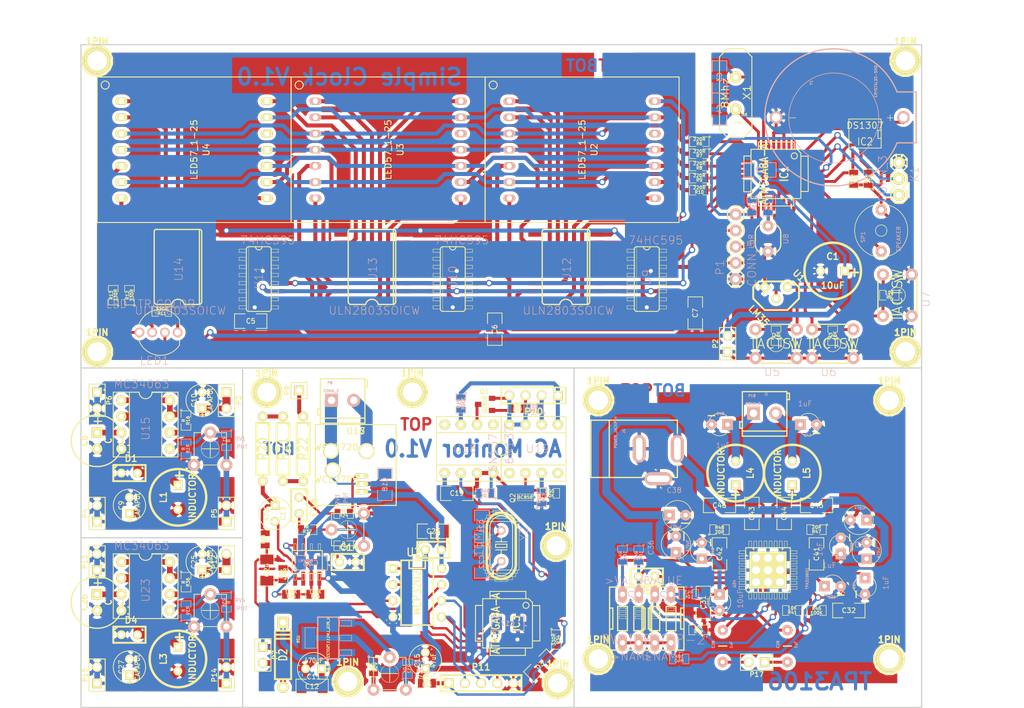
<source format=kicad_pcb>
(kicad_pcb (version 3) (host pcbnew "(2013-08-23 BZR 4296)-product")
  (layers (15 F.Cu signal) (2 Inner2.Cu signal) (1 Inner1.Cu signal) (0 B.Cu signal) (18 B.Paste user) (19 F.Paste user) (20 B.SilkS user) (21 F.SilkS user) (22 B.Mask user) (23 F.Mask user) (28 Edge.Cuts user))
  (net 0 "")
  (net 1 /ClassDAmp/GAIN0)
  (net 2 /ClassDAmp/GAIN1)
  (net 3 /ClassDAmp/MUTE)
  (net 4 /ClassDAmp/PVCC)
  (net 5 /ClassDAmp/SDZ)
  (net 6 /ClassDAmp/VREG)
  (net 7 /EnergyADC/CS)
  (net 8 /EnergyADC/Iac)
  (net 9 /EnergyADC/LED)
  (net 10 /EnergyADC/MISO)
  (net 11 /EnergyADC/MOSI)
  (net 12 /EnergyADC/RXD)
  (net 13 /EnergyADC/Rst)
  (net 14 /EnergyADC/SCK)
  (net 15 /EnergyADC/TXD)
  (net 16 /EnergyADC/VCCA)
  (net 17 /EnergyADC/Vac)
  (net 18 /SimpleClock/Bt0)
  (net 19 /SimpleClock/Bt1)
  (net 20 /SimpleClock/Bt2)
  (net 21 /SimpleClock/Buz)
  (net 22 /SimpleClock/CS)
  (net 23 /SimpleClock/Dc1)
  (net 24 /SimpleClock/Dc2)
  (net 25 /SimpleClock/Dc3)
  (net 26 /SimpleClock/Dc4)
  (net 27 /SimpleClock/Dc5)
  (net 28 /SimpleClock/Dr11)
  (net 29 /SimpleClock/Dr12)
  (net 30 /SimpleClock/Dr13)
  (net 31 /SimpleClock/Dr14)
  (net 32 /SimpleClock/Dr15)
  (net 33 /SimpleClock/Dr16)
  (net 34 /SimpleClock/Dr17)
  (net 35 /SimpleClock/Dr21)
  (net 36 /SimpleClock/Dr22)
  (net 37 /SimpleClock/Dr23)
  (net 38 /SimpleClock/Dr24)
  (net 39 /SimpleClock/Dr25)
  (net 40 /SimpleClock/Dr26)
  (net 41 /SimpleClock/Dr27)
  (net 42 /SimpleClock/Dr31)
  (net 43 /SimpleClock/Dr32)
  (net 44 /SimpleClock/Dr33)
  (net 45 /SimpleClock/Dr34)
  (net 46 /SimpleClock/Dr35)
  (net 47 /SimpleClock/Dr36)
  (net 48 /SimpleClock/Dr37)
  (net 49 /SimpleClock/INT)
  (net 50 /SimpleClock/LDR)
  (net 51 /SimpleClock/LEDB)
  (net 52 /SimpleClock/LEDG)
  (net 53 /SimpleClock/LEDR)
  (net 54 /SimpleClock/MISO)
  (net 55 /SimpleClock/MOSI)
  (net 56 /SimpleClock/Qb1)
  (net 57 /SimpleClock/Qb10)
  (net 58 /SimpleClock/Qb11)
  (net 59 /SimpleClock/Qb12)
  (net 60 /SimpleClock/Qb13)
  (net 61 /SimpleClock/Qb14)
  (net 62 /SimpleClock/Qb15)
  (net 63 /SimpleClock/Qb16)
  (net 64 /SimpleClock/Qb17)
  (net 65 /SimpleClock/Qb18)
  (net 66 /SimpleClock/Qb19)
  (net 67 /SimpleClock/Qb2)
  (net 68 /SimpleClock/Qb20)
  (net 69 /SimpleClock/Qb21)
  (net 70 /SimpleClock/Qb22)
  (net 71 /SimpleClock/Qb23)
  (net 72 /SimpleClock/Qb24)
  (net 73 /SimpleClock/Qb3)
  (net 74 /SimpleClock/Qb4)
  (net 75 /SimpleClock/Qb5)
  (net 76 /SimpleClock/Qb6)
  (net 77 /SimpleClock/Qb7)
  (net 78 /SimpleClock/Qb8)
  (net 79 /SimpleClock/Qb9)
  (net 80 /SimpleClock/RST)
  (net 81 /SimpleClock/RXD)
  (net 82 /SimpleClock/SCK)
  (net 83 /SimpleClock/SCL)
  (net 84 /SimpleClock/SDA)
  (net 85 /SimpleClock/TXD)
  (net 86 /SimpleClock/Temp)
  (net 87 GND)
  (net 88 N-000001)
  (net 89 N-00000100)
  (net 90 N-00000101)
  (net 91 N-00000102)
  (net 92 N-00000103)
  (net 93 N-00000104)
  (net 94 N-00000105)
  (net 95 N-00000106)
  (net 96 N-00000109)
  (net 97 N-00000110)
  (net 98 N-00000111)
  (net 99 N-00000112)
  (net 100 N-00000113)
  (net 101 N-00000114)
  (net 102 N-00000115)
  (net 103 N-00000116)
  (net 104 N-00000117)
  (net 105 N-00000118)
  (net 106 N-00000120)
  (net 107 N-00000121)
  (net 108 N-00000123)
  (net 109 N-00000124)
  (net 110 N-00000125)
  (net 111 N-00000126)
  (net 112 N-00000128)
  (net 113 N-00000129)
  (net 114 N-00000130)
  (net 115 N-00000131)
  (net 116 N-00000132)
  (net 117 N-00000133)
  (net 118 N-00000134)
  (net 119 N-00000135)
  (net 120 N-00000136)
  (net 121 N-00000137)
  (net 122 N-00000138)
  (net 123 N-00000139)
  (net 124 N-00000140)
  (net 125 N-00000141)
  (net 126 N-00000142)
  (net 127 N-00000143)
  (net 128 N-00000144)
  (net 129 N-00000145)
  (net 130 N-00000147)
  (net 131 N-00000148)
  (net 132 N-00000149)
  (net 133 N-00000150)
  (net 134 N-00000151)
  (net 135 N-00000152)
  (net 136 N-00000153)
  (net 137 N-00000154)
  (net 138 N-00000155)
  (net 139 N-00000156)
  (net 140 N-00000157)
  (net 141 N-00000158)
  (net 142 N-00000164)
  (net 143 N-00000165)
  (net 144 N-00000166)
  (net 145 N-00000167)
  (net 146 N-00000168)
  (net 147 N-00000169)
  (net 148 N-00000170)
  (net 149 N-00000171)
  (net 150 N-00000172)
  (net 151 N-00000173)
  (net 152 N-00000175)
  (net 153 N-00000176)
  (net 154 N-00000177)
  (net 155 N-00000178)
  (net 156 N-00000179)
  (net 157 N-00000180)
  (net 158 N-00000181)
  (net 159 N-00000182)
  (net 160 N-00000188)
  (net 161 N-00000189)
  (net 162 N-0000019)
  (net 163 N-00000190)
  (net 164 N-000002)
  (net 165 N-0000020)
  (net 166 N-0000021)
  (net 167 N-0000027)
  (net 168 N-0000028)
  (net 169 N-000003)
  (net 170 N-0000030)
  (net 171 N-0000034)
  (net 172 N-0000035)
  (net 173 N-0000036)
  (net 174 N-0000037)
  (net 175 N-0000038)
  (net 176 N-000004)
  (net 177 N-000005)
  (net 178 N-0000074)
  (net 179 N-0000075)
  (net 180 N-0000083)
  (net 181 N-0000084)
  (net 182 N-0000086)
  (net 183 N-0000094)
  (net 184 N-0000095)
  (net 185 N-0000096)
  (net 186 N-0000097)
  (net 187 N-0000098)
  (net 188 N-0000099)
  (net 189 VCC)
  (module TQFP32 (layer F.Cu) (at 187.96 58.42 270)
    (fp_text reference IC1 (at 0 -1.27 270) (layer F.SilkS) (effects (font (size 1.27 1.016) (thickness 0.2032))))
    (fp_text value ATMEGA8A-A (at 0 1.905 270) (layer F.SilkS) (effects (font (size 1.27 1.016) (thickness 0.2032))))
    (pad 8 smd rect (at -4.81584 2.77622 270) (size 1.99898 0.44958) (layers F.Cu F.Mask) (net 179 N-0000075))
    (pad 7 smd rect (at -4.81584 1.97612 270) (size 1.99898 0.44958) (layers F.Cu F.Mask) (net 178 N-0000074))
    (pad 6 smd rect (at -4.81584 1.17602 270) (size 1.99898 0.44958) (layers F.Cu F.Mask) (net 189 VCC))
    (pad 5 smd rect (at -4.81584 0.37592 270) (size 1.99898 0.44958) (layers F.Cu F.Mask) (net 87 GND))
    (pad 4 smd rect (at -4.81584 -0.42418 270) (size 1.99898 0.44958) (layers F.Cu F.Mask) (net 189 VCC))
    (pad 3 smd rect (at -4.81584 -1.22428 270) (size 1.99898 0.44958) (layers F.Cu F.Mask) (net 87 GND))
    (pad 2 smd rect (at -4.81584 -2.02438 270) (size 1.99898 0.44958) (layers F.Cu F.Mask) (net 172 N-0000035))
    (pad 1 smd rect (at -4.81584 -2.82448 270) (size 1.99898 0.44958) (layers F.Cu F.Mask) (net 171 N-0000034))
    (pad 24 smd rect (at 4.7498 -2.8194 270) (size 1.99898 0.44958) (layers F.Cu F.Mask) (net 19 /SimpleClock/Bt1))
    (pad 17 smd rect (at 4.7498 2.794 270) (size 1.99898 0.44958) (layers F.Cu F.Mask) (net 82 /SimpleClock/SCK))
    (pad 18 smd rect (at 4.7498 1.9812 270) (size 1.99898 0.44958) (layers F.Cu F.Mask) (net 189 VCC))
    (pad 19 smd rect (at 4.7498 1.1684 270) (size 1.99898 0.44958) (layers F.Cu F.Mask) (net 50 /SimpleClock/LDR))
    (pad 20 smd rect (at 4.7498 0.381 270) (size 1.99898 0.44958) (layers F.Cu F.Mask) (net 189 VCC))
    (pad 21 smd rect (at 4.7498 -0.4318 270) (size 1.99898 0.44958) (layers F.Cu F.Mask) (net 87 GND))
    (pad 22 smd rect (at 4.7498 -1.2192 270) (size 1.99898 0.44958) (layers F.Cu F.Mask) (net 86 /SimpleClock/Temp))
    (pad 23 smd rect (at 4.7498 -2.032 270) (size 1.99898 0.44958) (layers F.Cu F.Mask) (net 18 /SimpleClock/Bt0))
    (pad 32 smd rect (at -2.82448 -4.826 270) (size 0.44958 1.99898) (layers F.Cu F.Mask) (net 49 /SimpleClock/INT))
    (pad 31 smd rect (at -2.02692 -4.826 270) (size 0.44958 1.99898) (layers F.Cu F.Mask) (net 85 /SimpleClock/TXD))
    (pad 30 smd rect (at -1.22428 -4.826 270) (size 0.44958 1.99898) (layers F.Cu F.Mask) (net 81 /SimpleClock/RXD))
    (pad 29 smd rect (at -0.42672 -4.826 270) (size 0.44958 1.99898) (layers F.Cu F.Mask) (net 80 /SimpleClock/RST))
    (pad 28 smd rect (at 0.37592 -4.826 270) (size 0.44958 1.99898) (layers F.Cu F.Mask) (net 83 /SimpleClock/SCL))
    (pad 27 smd rect (at 1.17348 -4.826 270) (size 0.44958 1.99898) (layers F.Cu F.Mask) (net 84 /SimpleClock/SDA))
    (pad 26 smd rect (at 1.97612 -4.826 270) (size 0.44958 1.99898) (layers F.Cu F.Mask) (net 21 /SimpleClock/Buz))
    (pad 25 smd rect (at 2.77368 -4.826 270) (size 0.44958 1.99898) (layers F.Cu F.Mask) (net 20 /SimpleClock/Bt2))
    (pad 9 smd rect (at -2.8194 4.7752 270) (size 0.44958 1.99898) (layers F.Cu F.Mask) (net 88 N-000001))
    (pad 10 smd rect (at -2.032 4.7752 270) (size 0.44958 1.99898) (layers F.Cu F.Mask) (net 177 N-000005))
    (pad 11 smd rect (at -1.2192 4.7752 270) (size 0.44958 1.99898) (layers F.Cu F.Mask) (net 164 N-000002))
    (pad 12 smd rect (at -0.4318 4.7752 270) (size 0.44958 1.99898) (layers F.Cu F.Mask) (net 169 N-000003))
    (pad 13 smd rect (at 0.3556 4.7752 270) (size 0.44958 1.99898) (layers F.Cu F.Mask) (net 176 N-000004))
    (pad 14 smd rect (at 1.1684 4.7752 270) (size 0.44958 1.99898) (layers F.Cu F.Mask) (net 22 /SimpleClock/CS))
    (pad 15 smd rect (at 1.9812 4.7752 270) (size 0.44958 1.99898) (layers F.Cu F.Mask) (net 55 /SimpleClock/MOSI))
    (pad 16 smd rect (at 2.794 4.7752 270) (size 0.44958 1.99898) (layers F.Cu F.Mask) (net 54 /SimpleClock/MISO))
  )
  (module TO92-123 (layer F.Cu) (at 187.96 76.2 135)
    (fp_text reference U1 (at -1.27 3.81 135) (layer F.SilkS) (effects (font (size 1.016 1.016) (thickness 0.2032))))
    (fp_text value LM35 (at -1.27 -5.08 135) (layer F.SilkS) (effects (font (size 1.016 1.016) (thickness 0.2032))))
    (pad 3 thru_hole rect (at 1.27 -1.27 135) (size 1.397 1.397) (drill 0.8128) (layers *.Cu *.Mask F.SilkS) (net 87 GND))
    (pad 2 thru_hole circle (at -1.27 -1.27 135) (size 1.397 1.397) (drill 0.8128) (layers *.Cu *.Mask F.SilkS) (net 86 /SimpleClock/Temp))
    (pad 1 thru_hole circle (at -1.27 1.27 135) (size 1.397 1.397) (drill 0.8128) (layers *.Cu *.Mask F.SilkS) (net 189 VCC))
  )
  (module SparkFun-1X03 (layer F.Cu) (at 207.264 56.642 270)
    (fp_text reference K1 (at 1.8288 -2.4638 270) (layer B.SilkS) (effects (font (size 1.27 1.27) (thickness 0.0889))))
    (fp_text value CONN_3 (at 2.54 2.54 270) (layer B.SilkS) (effects (font (size 1.27 1.27) (thickness 0.0889))))
    (pad 1 thru_hole circle (at 0 0 270) (size 1.8796 1.8796) (drill 1.016) (layers F&B.Cu F.SilkS F.Mask) (net 87 GND))
    (pad 2 thru_hole circle (at 2.54 0 270) (size 1.8796 1.8796) (drill 1.016) (layers F&B.Cu F.SilkS F.Mask) (net 85 /SimpleClock/TXD))
    (pad 3 thru_hole circle (at 5.08 0 270) (size 1.8796 1.8796) (drill 1.016) (layers F&B.Cu F.SilkS F.Mask) (net 81 /SimpleClock/RXD))
  )
  (module SM1206 (layer B.Cu) (at 185.42 57.785)
    (fp_text reference C2 (at 0 0) (layer B.SilkS) (effects (font (size 0.762 0.762) (thickness 0.127)) (justify mirror)))
    (fp_text value 100nF hide)
    (pad 1 smd rect (at -1.651 0) (size 1.524 2.032) (layers B.Cu B.Mask) (net 189 VCC))
    (pad 2 smd rect (at 1.651 0) (size 1.524 2.032) (layers B.Cu B.Mask) (net 87 GND))
  )
  (module SM1206 (layer B.Cu) (at 179.07 48.26 90)
    (fp_text reference C4 (at 0 0 90) (layer B.SilkS) (effects (font (size 0.762 0.762) (thickness 0.127)) (justify mirror)))
    (fp_text value 20pF hide)
    (pad 1 smd rect (at -1.651 0 90) (size 1.524 2.032) (layers B.Cu B.Mask) (net 179 N-0000075))
    (pad 2 smd rect (at 1.651 0 90) (size 1.524 2.032) (layers B.Cu B.Mask) (net 87 GND))
  )
  (module SM1206 (layer B.Cu) (at 179.07 43.18 270)
    (fp_text reference C3 (at 0 0 270) (layer B.SilkS) (effects (font (size 0.762 0.762) (thickness 0.127)) (justify mirror)))
    (fp_text value 20pF hide)
    (pad 1 smd rect (at -1.651 0 270) (size 1.524 2.032) (layers B.Cu B.Mask) (net 178 N-0000074))
    (pad 2 smd rect (at 1.651 0 270) (size 1.524 2.032) (layers B.Cu B.Mask) (net 87 GND))
  )
  (module SM1206 (layer F.Cu) (at 105.41 81.534 180)
    (fp_text reference C5 (at 0 0 180) (layer F.SilkS) (effects (font (size 0.762 0.762) (thickness 0.127))))
    (fp_text value 100nF hide)
    (pad 1 smd rect (at -1.651 0 180) (size 1.524 2.032) (layers F.Cu F.Mask) (net 189 VCC))
    (pad 2 smd rect (at 1.651 0 180) (size 1.524 2.032) (layers F.Cu F.Mask) (net 87 GND))
  )
  (module SM0805 (layer F.Cu) (at 187.96 83.82 90)
    (fp_text reference R2 (at 0 -0.3175 90) (layer F.SilkS) (effects (font (size 0.50038 0.50038) (thickness 0.10922))))
    (fp_text value 10K (at 0 0.381 90) (layer F.SilkS) (effects (font (size 0.50038 0.50038) (thickness 0.10922))))
    (pad 1 smd rect (at -0.9525 0 90) (size 0.889 1.397) (layers F.Cu F.Mask) (net 189 VCC))
    (pad 2 smd rect (at 0.9525 0 90) (size 0.889 1.397) (layers F.Cu F.Mask) (net 18 /SimpleClock/Bt0))
  )
  (module SM0805 (layer F.Cu) (at 196.85 83.82 90)
    (fp_text reference R3 (at 0 -0.3175 90) (layer F.SilkS) (effects (font (size 0.50038 0.50038) (thickness 0.10922))))
    (fp_text value 10K (at 0 0.381 90) (layer F.SilkS) (effects (font (size 0.50038 0.50038) (thickness 0.10922))))
    (pad 1 smd rect (at -0.9525 0 90) (size 0.889 1.397) (layers F.Cu F.Mask) (net 189 VCC))
    (pad 2 smd rect (at 0.9525 0 90) (size 0.889 1.397) (layers F.Cu F.Mask) (net 19 /SimpleClock/Bt1))
  )
  (module SM0805 (layer F.Cu) (at 205.74 77.47 180)
    (fp_text reference R4 (at 0 -0.3175 180) (layer F.SilkS) (effects (font (size 0.50038 0.50038) (thickness 0.10922))))
    (fp_text value 10K (at 0 0.381 180) (layer F.SilkS) (effects (font (size 0.50038 0.50038) (thickness 0.10922))))
    (pad 1 smd rect (at -0.9525 0 180) (size 0.889 1.397) (layers F.Cu F.Mask) (net 189 VCC))
    (pad 2 smd rect (at 0.9525 0 180) (size 0.889 1.397) (layers F.Cu F.Mask) (net 20 /SimpleClock/Bt2))
  )
  (module SM0805 (layer B.Cu) (at 186.69 63.5 270)
    (fp_text reference R5 (at 0 0.3175 270) (layer B.SilkS) (effects (font (size 0.50038 0.50038) (thickness 0.10922)) (justify mirror)))
    (fp_text value 10K (at 0 -0.381 270) (layer B.SilkS) (effects (font (size 0.50038 0.50038) (thickness 0.10922)) (justify mirror)))
    (pad 1 smd rect (at -0.9525 0 270) (size 0.889 1.397) (layers B.Cu B.Mask) (net 189 VCC))
    (pad 2 smd rect (at 0.9525 0 270) (size 0.889 1.397) (layers B.Cu B.Mask) (net 50 /SimpleClock/LDR))
  )
  (module SM0805 (layer F.Cu) (at 175.895 53.34 180)
    (fp_text reference R6 (at 0 -0.3175 180) (layer F.SilkS) (effects (font (size 0.50038 0.50038) (thickness 0.10922))))
    (fp_text value 220R (at 0 0.381 180) (layer F.SilkS) (effects (font (size 0.50038 0.50038) (thickness 0.10922))))
    (pad 1 smd rect (at -0.9525 0 180) (size 0.889 1.397) (layers F.Cu F.Mask) (net 88 N-000001))
    (pad 2 smd rect (at 0.9525 0 180) (size 0.889 1.397) (layers F.Cu F.Mask) (net 23 /SimpleClock/Dc1))
  )
  (module SM0805 (layer F.Cu) (at 175.895 55.245 180)
    (fp_text reference R7 (at 0 -0.3175 180) (layer F.SilkS) (effects (font (size 0.50038 0.50038) (thickness 0.10922))))
    (fp_text value 220R (at 0 0.381 180) (layer F.SilkS) (effects (font (size 0.50038 0.50038) (thickness 0.10922))))
    (pad 1 smd rect (at -0.9525 0 180) (size 0.889 1.397) (layers F.Cu F.Mask) (net 177 N-000005))
    (pad 2 smd rect (at 0.9525 0 180) (size 0.889 1.397) (layers F.Cu F.Mask) (net 24 /SimpleClock/Dc2))
  )
  (module SM0805 (layer F.Cu) (at 175.895 57.15 180)
    (fp_text reference R8 (at 0 -0.3175 180) (layer F.SilkS) (effects (font (size 0.50038 0.50038) (thickness 0.10922))))
    (fp_text value 220R (at 0 0.381 180) (layer F.SilkS) (effects (font (size 0.50038 0.50038) (thickness 0.10922))))
    (pad 1 smd rect (at -0.9525 0 180) (size 0.889 1.397) (layers F.Cu F.Mask) (net 164 N-000002))
    (pad 2 smd rect (at 0.9525 0 180) (size 0.889 1.397) (layers F.Cu F.Mask) (net 25 /SimpleClock/Dc3))
  )
  (module SM0805 (layer F.Cu) (at 175.895 60.96 180)
    (fp_text reference R10 (at 0 -0.3175 180) (layer F.SilkS) (effects (font (size 0.50038 0.50038) (thickness 0.10922))))
    (fp_text value 220R (at 0 0.381 180) (layer F.SilkS) (effects (font (size 0.50038 0.50038) (thickness 0.10922))))
    (pad 1 smd rect (at -0.9525 0 180) (size 0.889 1.397) (layers F.Cu F.Mask) (net 176 N-000004))
    (pad 2 smd rect (at 0.9525 0 180) (size 0.889 1.397) (layers F.Cu F.Mask) (net 27 /SimpleClock/Dc5))
  )
  (module SM0805 (layer F.Cu) (at 175.895 59.055 180)
    (fp_text reference R9 (at 0 -0.3175 180) (layer F.SilkS) (effects (font (size 0.50038 0.50038) (thickness 0.10922))))
    (fp_text value 220R (at 0 0.381 180) (layer F.SilkS) (effects (font (size 0.50038 0.50038) (thickness 0.10922))))
    (pad 1 smd rect (at -0.9525 0 180) (size 0.889 1.397) (layers F.Cu F.Mask) (net 169 N-000003))
    (pad 2 smd rect (at 0.9525 0 180) (size 0.889 1.397) (layers F.Cu F.Mask) (net 26 /SimpleClock/Dc4))
  )
  (module SM0805 (layer F.Cu) (at 86.36 77.47 90)
    (fp_text reference R12 (at 0 -0.3175 90) (layer F.SilkS) (effects (font (size 0.50038 0.50038) (thickness 0.10922))))
    (fp_text value 330R (at 0 0.381 90) (layer F.SilkS) (effects (font (size 0.50038 0.50038) (thickness 0.10922))))
    (pad 1 smd rect (at -0.9525 0 90) (size 0.889 1.397) (layers F.Cu F.Mask) (net 167 N-0000027))
    (pad 2 smd rect (at 0.9525 0 90) (size 0.889 1.397) (layers F.Cu F.Mask) (net 52 /SimpleClock/LEDG))
  )
  (module SM0805 (layer F.Cu) (at 91.44 80.01 180)
    (fp_text reference R11 (at 0 -0.3175 180) (layer F.SilkS) (effects (font (size 0.50038 0.50038) (thickness 0.10922))))
    (fp_text value 330R (at 0 0.381 180) (layer F.SilkS) (effects (font (size 0.50038 0.50038) (thickness 0.10922))))
    (pad 1 smd rect (at -0.9525 0 180) (size 0.889 1.397) (layers F.Cu F.Mask) (net 170 N-0000030))
    (pad 2 smd rect (at 0.9525 0 180) (size 0.889 1.397) (layers F.Cu F.Mask) (net 53 /SimpleClock/LEDR))
  )
  (module HC-18UV (layer F.Cu) (at 181.61 45.72 270)
    (fp_text reference X1 (at -0.127 -1.778 270) (layer F.SilkS) (effects (font (size 1.143 1.27) (thickness 0.1524))))
    (fp_text value 8Mhz (at 0 1.651 270) (layer F.SilkS) (effects (font (size 1.143 1.27) (thickness 0.1524))))
    (pad 1 thru_hole circle (at -2.54 0 270) (size 1.778 1.778) (drill 0.8128) (layers *.Cu *.Mask F.SilkS) (net 178 N-0000074))
    (pad 2 thru_hole circle (at 2.54 0 270) (size 1.778 1.778) (drill 0.8128) (layers *.Cu *.Mask F.SilkS) (net 179 N-0000075))
  )
  (module C1.5V8V (layer F.Cu) (at 196.85 73.66 180)
    (fp_text reference C1 (at 0 2.286 180) (layer F.SilkS) (effects (font (size 1.016 1.016) (thickness 0.2032))))
    (fp_text value 10uF (at 0 -2.286 180) (layer F.SilkS) (effects (font (size 1.016 1.016) (thickness 0.2032))))
    (fp_text user + (at -3.429 -0.127 180) (layer F.SilkS) (effects (font (thickness 0.3048))))
    (pad 1 thru_hole rect (at -1.905 0 180) (size 1.397 1.397) (drill 0.8128) (layers *.Cu *.Mask F.SilkS) (net 189 VCC))
    (pad 2 thru_hole circle (at 1.905 0 180) (size 1.397 1.397) (drill 0.8128) (layers *.Cu *.Mask F.SilkS) (net 87 GND))
  )
  (module SparkFun-SO18L (layer F.Cu) (at 93.98 77.47 90)
    (fp_text reference U14 (at 4.064 0.127 90) (layer B.SilkS) (effects (font (size 1.27 1.27) (thickness 0.0889))))
    (fp_text value ULN2803SOICW (at -2.413 0.381 180) (layer B.SilkS) (effects (font (size 1.27 1.27) (thickness 0.0889))))
    (pad 1 smd rect (at -0.635 4.9022 90) (size 0.6604 2.032) (layers F.Cu F.Mask) (net 64 /SimpleClock/Qb17))
    (pad 2 smd rect (at 0.635 4.9022 90) (size 0.6604 2.032) (layers F.Cu F.Mask) (net 65 /SimpleClock/Qb18))
    (pad 3 smd rect (at 1.905 4.9022 90) (size 0.6604 2.032) (layers F.Cu F.Mask) (net 66 /SimpleClock/Qb19))
    (pad 4 smd rect (at 3.175 4.9022 90) (size 0.6604 2.032) (layers F.Cu F.Mask) (net 68 /SimpleClock/Qb20))
    (pad 5 smd rect (at 4.445 4.9022 90) (size 0.6604 2.032) (layers F.Cu F.Mask) (net 69 /SimpleClock/Qb21))
    (pad 6 smd rect (at 5.715 4.9022 90) (size 0.6604 2.032) (layers F.Cu F.Mask) (net 70 /SimpleClock/Qb22))
    (pad 7 smd rect (at 6.985 4.9022 90) (size 0.6604 2.032) (layers F.Cu F.Mask) (net 71 /SimpleClock/Qb23))
    (pad 8 smd rect (at 8.255 4.9022 90) (size 0.6604 2.032) (layers F.Cu F.Mask) (net 72 /SimpleClock/Qb24))
    (pad 9 smd rect (at 9.525 4.9022 90) (size 0.6604 2.032) (layers F.Cu F.Mask) (net 87 GND))
    (pad 10 smd rect (at 9.525 -4.9022 90) (size 0.6604 2.032) (layers F.Cu F.Mask) (net 183 N-0000094))
    (pad 11 smd rect (at 8.255 -4.9022 90) (size 0.6604 2.032) (layers F.Cu F.Mask) (net 48 /SimpleClock/Dr37))
    (pad 12 smd rect (at 6.985 -4.9022 90) (size 0.6604 2.032) (layers F.Cu F.Mask) (net 47 /SimpleClock/Dr36))
    (pad 13 smd rect (at 5.715 -4.9022 90) (size 0.6604 2.032) (layers F.Cu F.Mask) (net 46 /SimpleClock/Dr35))
    (pad 14 smd rect (at 4.445 -4.9022 90) (size 0.6604 2.032) (layers F.Cu F.Mask) (net 45 /SimpleClock/Dr34))
    (pad 15 smd rect (at 3.175 -4.9022 90) (size 0.6604 2.032) (layers F.Cu F.Mask) (net 44 /SimpleClock/Dr33))
    (pad 16 smd rect (at 1.905 -4.9022 90) (size 0.6604 2.032) (layers F.Cu F.Mask) (net 51 /SimpleClock/LEDB))
    (pad 17 smd rect (at 0.635 -4.9022 90) (size 0.6604 2.032) (layers F.Cu F.Mask) (net 52 /SimpleClock/LEDG))
    (pad 18 smd rect (at -0.635 -4.9022 90) (size 0.6604 2.032) (layers F.Cu F.Mask) (net 53 /SimpleClock/LEDR))
  )
  (module SparkFun-SO16 (layer F.Cu) (at 137.16 74.93 270)
    (fp_text reference U10 (at -0.254 0 270) (layer B.SilkS) (effects (font (size 1.27 1.27) (thickness 0.0889))))
    (fp_text value 74HC595 (at -6.096 -1.397 360) (layer B.SilkS) (effects (font (size 1.27 1.27) (thickness 0.0889))))
    (pad 1 smd rect (at -4.445 3.0734 270) (size 0.6604 2.032) (layers F.Cu F.Mask) (net 62 /SimpleClock/Qb15))
    (pad 2 smd rect (at -3.175 3.0734 270) (size 0.6604 2.032) (layers F.Cu F.Mask) (net 61 /SimpleClock/Qb14))
    (pad 3 smd rect (at -1.905 3.0734 270) (size 0.6604 2.032) (layers F.Cu F.Mask) (net 60 /SimpleClock/Qb13))
    (pad 4 smd rect (at -0.635 3.0734 270) (size 0.6604 2.032) (layers F.Cu F.Mask) (net 59 /SimpleClock/Qb12))
    (pad 5 smd rect (at 0.635 3.0734 270) (size 0.6604 2.032) (layers F.Cu F.Mask) (net 58 /SimpleClock/Qb11))
    (pad 6 smd rect (at 1.905 3.0734 270) (size 0.6604 2.032) (layers F.Cu F.Mask) (net 57 /SimpleClock/Qb10))
    (pad 7 smd rect (at 3.175 3.0734 270) (size 0.6604 2.032) (layers F.Cu F.Mask) (net 79 /SimpleClock/Qb9))
    (pad 8 smd rect (at 4.445 3.0734 270) (size 0.6604 2.032) (layers F.Cu F.Mask) (net 87 GND))
    (pad 9 smd rect (at 4.445 -3.0734 270) (size 0.6604 2.032) (layers F.Cu F.Mask) (net 181 N-0000084))
    (pad 10 smd rect (at 3.175 -3.0734 270) (size 0.6604 2.032) (layers F.Cu F.Mask) (net 189 VCC))
    (pad 11 smd rect (at 1.905 -3.0734 270) (size 0.6604 2.032) (layers F.Cu F.Mask) (net 82 /SimpleClock/SCK))
    (pad 12 smd rect (at 0.635 -3.0734 270) (size 0.6604 2.032) (layers F.Cu F.Mask) (net 22 /SimpleClock/CS))
    (pad 13 smd rect (at -0.635 -3.0734 270) (size 0.6604 2.032) (layers F.Cu F.Mask) (net 87 GND))
    (pad 14 smd rect (at -1.905 -3.0734 270) (size 0.6604 2.032) (layers F.Cu F.Mask) (net 182 N-0000086))
    (pad 15 smd rect (at -3.175 -3.0734 270) (size 0.6604 2.032) (layers F.Cu F.Mask) (net 63 /SimpleClock/Qb16))
    (pad 16 smd rect (at -4.445 -3.0734 270) (size 0.6604 2.032) (layers F.Cu F.Mask) (net 189 VCC))
  )
  (module SparkFun-SO16 (layer F.Cu) (at 106.68 74.93 270)
    (fp_text reference U11 (at -0.254 0 270) (layer B.SilkS) (effects (font (size 1.27 1.27) (thickness 0.0889))))
    (fp_text value 74HC595 (at -6.096 -1.397 360) (layer B.SilkS) (effects (font (size 1.27 1.27) (thickness 0.0889))))
    (pad 1 smd rect (at -4.445 3.0734 270) (size 0.6604 2.032) (layers F.Cu F.Mask) (net 71 /SimpleClock/Qb23))
    (pad 2 smd rect (at -3.175 3.0734 270) (size 0.6604 2.032) (layers F.Cu F.Mask) (net 70 /SimpleClock/Qb22))
    (pad 3 smd rect (at -1.905 3.0734 270) (size 0.6604 2.032) (layers F.Cu F.Mask) (net 69 /SimpleClock/Qb21))
    (pad 4 smd rect (at -0.635 3.0734 270) (size 0.6604 2.032) (layers F.Cu F.Mask) (net 68 /SimpleClock/Qb20))
    (pad 5 smd rect (at 0.635 3.0734 270) (size 0.6604 2.032) (layers F.Cu F.Mask) (net 66 /SimpleClock/Qb19))
    (pad 6 smd rect (at 1.905 3.0734 270) (size 0.6604 2.032) (layers F.Cu F.Mask) (net 65 /SimpleClock/Qb18))
    (pad 7 smd rect (at 3.175 3.0734 270) (size 0.6604 2.032) (layers F.Cu F.Mask) (net 64 /SimpleClock/Qb17))
    (pad 8 smd rect (at 4.445 3.0734 270) (size 0.6604 2.032) (layers F.Cu F.Mask) (net 87 GND))
    (pad 9 smd rect (at 4.445 -3.0734 270) (size 0.6604 2.032) (layers F.Cu F.Mask) (net 180 N-0000083))
    (pad 10 smd rect (at 3.175 -3.0734 270) (size 0.6604 2.032) (layers F.Cu F.Mask) (net 189 VCC))
    (pad 11 smd rect (at 1.905 -3.0734 270) (size 0.6604 2.032) (layers F.Cu F.Mask) (net 82 /SimpleClock/SCK))
    (pad 12 smd rect (at 0.635 -3.0734 270) (size 0.6604 2.032) (layers F.Cu F.Mask) (net 22 /SimpleClock/CS))
    (pad 13 smd rect (at -0.635 -3.0734 270) (size 0.6604 2.032) (layers F.Cu F.Mask) (net 87 GND))
    (pad 14 smd rect (at -1.905 -3.0734 270) (size 0.6604 2.032) (layers F.Cu F.Mask) (net 181 N-0000084))
    (pad 15 smd rect (at -3.175 -3.0734 270) (size 0.6604 2.032) (layers F.Cu F.Mask) (net 72 /SimpleClock/Qb24))
    (pad 16 smd rect (at -4.445 -3.0734 270) (size 0.6604 2.032) (layers F.Cu F.Mask) (net 189 VCC))
  )
  (module SparkFun-BATTCOM_20MM_PTH (layer B.Cu) (at 187.96 49.53)
    (fp_text reference BT1 (at -5.969 0.8382) (layer F.SilkS) (effects (font (size 0.4064 0.4064) (thickness 0.0889)) (justify mirror)))
    (fp_text value BATTERY (at -5.7658 -0.4318) (layer F.SilkS) (effects (font (size 0.4064 0.4064) (thickness 0.0889)) (justify mirror)))
    (fp_text user + (at 17.9197 -0.03302) (layer F.SilkS) (effects (font (size 1.27 1.27) (thickness 0.0889)) (justify mirror)))
    (fp_text user - (at 2.58318 -0.03302) (layer F.SilkS) (effects (font (size 1.27 1.27) (thickness 0.0889)) (justify mirror)))
    (pad 1 thru_hole circle (at 19.99996 0) (size 1.94818 1.94818) (drill 1.29794) (layers F&B.Cu B.SilkS B.Mask) (net 162 N-0000019))
    (pad 2 thru_hole circle (at 0 0) (size 1.94818 1.94818) (drill 1.29794) (layers F&B.Cu B.SilkS B.Mask) (net 87 GND))
  )
  (module SparkFun-CRYSTAL-32KHZ-SMD (layer F.Cu) (at 201.93 44.45 90)
    (fp_text reference Y1 (at 0.381 -8.4582 90) (layer B.SilkS) (effects (font (size 0.4064 0.4064) (thickness 0.0889))))
    (fp_text value CRYSTAL32-SMD (at 0.5842 1.7018 90) (layer B.SilkS) (effects (font (size 0.4064 0.4064) (thickness 0.0889))))
    (pad SHEI smd rect (at 0 -5.08 90) (size 2.49936 5.99948) (layers F.Cu F.Mask))
    (pad 1 smd rect (at -1.27 0 90) (size 0.99822 2.49936) (layers F.Cu F.Mask) (net 166 N-0000021))
    (pad 2 smd rect (at 1.27 0 90) (size 0.99822 2.49936) (layers F.Cu F.Mask) (net 165 N-0000020))
  )
  (module SM0805 (layer B.Cu) (at 184.15 63.5 270)
    (fp_text reference R1 (at 0 0.3175 270) (layer B.SilkS) (effects (font (size 0.50038 0.50038) (thickness 0.10922)) (justify mirror)))
    (fp_text value 10K (at 0 -0.381 270) (layer B.SilkS) (effects (font (size 0.50038 0.50038) (thickness 0.10922)) (justify mirror)))
    (pad 1 smd rect (at -0.9525 0 270) (size 0.889 1.397) (layers B.Cu B.Mask) (net 189 VCC))
    (pad 2 smd rect (at 0.9525 0 270) (size 0.889 1.397) (layers B.Cu B.Mask) (net 80 /SimpleClock/RST))
  )
  (module SM0805 (layer F.Cu) (at 83.82 77.47 90)
    (fp_text reference R13 (at 0 -0.3175 90) (layer F.SilkS) (effects (font (size 0.50038 0.50038) (thickness 0.10922))))
    (fp_text value 330R (at 0 0.381 90) (layer F.SilkS) (effects (font (size 0.50038 0.50038) (thickness 0.10922))))
    (pad 1 smd rect (at -0.9525 0 90) (size 0.889 1.397) (layers F.Cu F.Mask) (net 168 N-0000028))
    (pad 2 smd rect (at 0.9525 0 90) (size 0.889 1.397) (layers F.Cu F.Mask) (net 51 /SimpleClock/LEDB))
  )
  (module SM0805 (layer F.Cu) (at 202.438 59.182 90)
    (fp_text reference R14 (at 0 -0.3175 90) (layer F.SilkS) (effects (font (size 0.50038 0.50038) (thickness 0.10922))))
    (fp_text value 10K (at 0 0.381 90) (layer F.SilkS) (effects (font (size 0.50038 0.50038) (thickness 0.10922))))
    (pad 1 smd rect (at -0.9525 0 90) (size 0.889 1.397) (layers F.Cu F.Mask) (net 189 VCC))
    (pad 2 smd rect (at 0.9525 0 90) (size 0.889 1.397) (layers F.Cu F.Mask) (net 83 /SimpleClock/SCL))
  )
  (module SM0805 (layer F.Cu) (at 200.152 59.182 90)
    (fp_text reference R15 (at 0 -0.3175 90) (layer F.SilkS) (effects (font (size 0.50038 0.50038) (thickness 0.10922))))
    (fp_text value 10K (at 0 0.381 90) (layer F.SilkS) (effects (font (size 0.50038 0.50038) (thickness 0.10922))))
    (pad 1 smd rect (at -0.9525 0 90) (size 0.889 1.397) (layers F.Cu F.Mask) (net 189 VCC))
    (pad 2 smd rect (at 0.9525 0 90) (size 0.889 1.397) (layers F.Cu F.Mask) (net 84 /SimpleClock/SDA))
  )
  (module SM1206 (layer F.Cu) (at 175.26 80.264 270)
    (fp_text reference C7 (at 0 0 270) (layer F.SilkS) (effects (font (size 0.762 0.762) (thickness 0.127))))
    (fp_text value 100nF hide)
    (pad 1 smd rect (at -1.651 0 270) (size 1.524 2.032) (layers F.Cu F.Mask) (net 189 VCC))
    (pad 2 smd rect (at 1.651 0 270) (size 1.524 2.032) (layers F.Cu F.Mask) (net 87 GND))
  )
  (module SparkFun-SO18L (layer F.Cu) (at 154.94 77.47 90)
    (fp_text reference U12 (at 4.064 0.127 90) (layer B.SilkS) (effects (font (size 1.27 1.27) (thickness 0.0889))))
    (fp_text value ULN2803SOICW (at -2.413 0.381 180) (layer B.SilkS) (effects (font (size 1.27 1.27) (thickness 0.0889))))
    (pad 1 smd rect (at -0.635 4.9022 90) (size 0.6604 2.032) (layers F.Cu F.Mask) (net 56 /SimpleClock/Qb1))
    (pad 2 smd rect (at 0.635 4.9022 90) (size 0.6604 2.032) (layers F.Cu F.Mask) (net 67 /SimpleClock/Qb2))
    (pad 3 smd rect (at 1.905 4.9022 90) (size 0.6604 2.032) (layers F.Cu F.Mask) (net 73 /SimpleClock/Qb3))
    (pad 4 smd rect (at 3.175 4.9022 90) (size 0.6604 2.032) (layers F.Cu F.Mask) (net 74 /SimpleClock/Qb4))
    (pad 5 smd rect (at 4.445 4.9022 90) (size 0.6604 2.032) (layers F.Cu F.Mask) (net 75 /SimpleClock/Qb5))
    (pad 6 smd rect (at 5.715 4.9022 90) (size 0.6604 2.032) (layers F.Cu F.Mask) (net 76 /SimpleClock/Qb6))
    (pad 7 smd rect (at 6.985 4.9022 90) (size 0.6604 2.032) (layers F.Cu F.Mask) (net 77 /SimpleClock/Qb7))
    (pad 8 smd rect (at 8.255 4.9022 90) (size 0.6604 2.032) (layers F.Cu F.Mask) (net 78 /SimpleClock/Qb8))
    (pad 9 smd rect (at 9.525 4.9022 90) (size 0.6604 2.032) (layers F.Cu F.Mask) (net 87 GND))
    (pad 10 smd rect (at 9.525 -4.9022 90) (size 0.6604 2.032) (layers F.Cu F.Mask) (net 184 N-0000095))
    (pad 11 smd rect (at 8.255 -4.9022 90) (size 0.6604 2.032) (layers F.Cu F.Mask) (net 35 /SimpleClock/Dr21))
    (pad 12 smd rect (at 6.985 -4.9022 90) (size 0.6604 2.032) (layers F.Cu F.Mask) (net 34 /SimpleClock/Dr17))
    (pad 13 smd rect (at 5.715 -4.9022 90) (size 0.6604 2.032) (layers F.Cu F.Mask) (net 33 /SimpleClock/Dr16))
    (pad 14 smd rect (at 4.445 -4.9022 90) (size 0.6604 2.032) (layers F.Cu F.Mask) (net 32 /SimpleClock/Dr15))
    (pad 15 smd rect (at 3.175 -4.9022 90) (size 0.6604 2.032) (layers F.Cu F.Mask) (net 31 /SimpleClock/Dr14))
    (pad 16 smd rect (at 1.905 -4.9022 90) (size 0.6604 2.032) (layers F.Cu F.Mask) (net 30 /SimpleClock/Dr13))
    (pad 17 smd rect (at 0.635 -4.9022 90) (size 0.6604 2.032) (layers F.Cu F.Mask) (net 29 /SimpleClock/Dr12))
    (pad 18 smd rect (at -0.635 -4.9022 90) (size 0.6604 2.032) (layers F.Cu F.Mask) (net 28 /SimpleClock/Dr11))
  )
  (module SO8N (layer F.Cu) (at 201.93 52.07 180)
    (fp_text reference IC2 (at 0 -1.27 180) (layer F.SilkS) (effects (font (size 1.143 1.016) (thickness 0.127))))
    (fp_text value DS1307 (at 0 1.27 180) (layer F.SilkS) (effects (font (size 1.016 1.016) (thickness 0.127))))
    (pad 8 smd rect (at -1.905 -3.175 180) (size 0.508 1.143) (layers F.Cu F.Mask) (net 189 VCC))
    (pad 7 smd rect (at -0.635 -3.175 180) (size 0.508 1.143) (layers F.Cu F.Mask) (net 49 /SimpleClock/INT))
    (pad 6 smd rect (at 0.635 -3.175 180) (size 0.508 1.143) (layers F.Cu F.Mask) (net 83 /SimpleClock/SCL))
    (pad 5 smd rect (at 1.905 -3.175 180) (size 0.508 1.143) (layers F.Cu F.Mask) (net 84 /SimpleClock/SDA))
    (pad 4 smd rect (at 1.905 3.175 180) (size 0.508 1.143) (layers F.Cu F.Mask) (net 87 GND))
    (pad 3 smd rect (at 0.635 3.175 180) (size 0.508 1.143) (layers F.Cu F.Mask) (net 162 N-0000019))
    (pad 2 smd rect (at -0.635 3.175 180) (size 0.508 1.143) (layers F.Cu F.Mask) (net 166 N-0000021))
    (pad 1 smd rect (at -1.905 3.175 180) (size 0.508 1.143) (layers F.Cu F.Mask) (net 165 N-0000020))
  )
  (module SparkFun-SO18L (layer F.Cu) (at 124.46 77.47 90)
    (fp_text reference U13 (at 4.064 0.127 90) (layer B.SilkS) (effects (font (size 1.27 1.27) (thickness 0.0889))))
    (fp_text value ULN2803SOICW (at -2.413 0.381 180) (layer B.SilkS) (effects (font (size 1.27 1.27) (thickness 0.0889))))
    (pad 1 smd rect (at -0.635 4.9022 90) (size 0.6604 2.032) (layers F.Cu F.Mask) (net 79 /SimpleClock/Qb9))
    (pad 2 smd rect (at 0.635 4.9022 90) (size 0.6604 2.032) (layers F.Cu F.Mask) (net 57 /SimpleClock/Qb10))
    (pad 3 smd rect (at 1.905 4.9022 90) (size 0.6604 2.032) (layers F.Cu F.Mask) (net 58 /SimpleClock/Qb11))
    (pad 4 smd rect (at 3.175 4.9022 90) (size 0.6604 2.032) (layers F.Cu F.Mask) (net 59 /SimpleClock/Qb12))
    (pad 5 smd rect (at 4.445 4.9022 90) (size 0.6604 2.032) (layers F.Cu F.Mask) (net 60 /SimpleClock/Qb13))
    (pad 6 smd rect (at 5.715 4.9022 90) (size 0.6604 2.032) (layers F.Cu F.Mask) (net 61 /SimpleClock/Qb14))
    (pad 7 smd rect (at 6.985 4.9022 90) (size 0.6604 2.032) (layers F.Cu F.Mask) (net 62 /SimpleClock/Qb15))
    (pad 8 smd rect (at 8.255 4.9022 90) (size 0.6604 2.032) (layers F.Cu F.Mask) (net 63 /SimpleClock/Qb16))
    (pad 9 smd rect (at 9.525 4.9022 90) (size 0.6604 2.032) (layers F.Cu F.Mask) (net 87 GND))
    (pad 10 smd rect (at 9.525 -4.9022 90) (size 0.6604 2.032) (layers F.Cu F.Mask) (net 185 N-0000096))
    (pad 11 smd rect (at 8.255 -4.9022 90) (size 0.6604 2.032) (layers F.Cu F.Mask) (net 43 /SimpleClock/Dr32))
    (pad 12 smd rect (at 6.985 -4.9022 90) (size 0.6604 2.032) (layers F.Cu F.Mask) (net 42 /SimpleClock/Dr31))
    (pad 13 smd rect (at 5.715 -4.9022 90) (size 0.6604 2.032) (layers F.Cu F.Mask) (net 41 /SimpleClock/Dr27))
    (pad 14 smd rect (at 4.445 -4.9022 90) (size 0.6604 2.032) (layers F.Cu F.Mask) (net 40 /SimpleClock/Dr26))
    (pad 15 smd rect (at 3.175 -4.9022 90) (size 0.6604 2.032) (layers F.Cu F.Mask) (net 39 /SimpleClock/Dr25))
    (pad 16 smd rect (at 1.905 -4.9022 90) (size 0.6604 2.032) (layers F.Cu F.Mask) (net 38 /SimpleClock/Dr24))
    (pad 17 smd rect (at 0.635 -4.9022 90) (size 0.6604 2.032) (layers F.Cu F.Mask) (net 37 /SimpleClock/Dr23))
    (pad 18 smd rect (at -0.635 -4.9022 90) (size 0.6604 2.032) (layers F.Cu F.Mask) (net 36 /SimpleClock/Dr22))
  )
  (module SparkFun-SO16 (layer F.Cu) (at 167.64 74.93 270)
    (fp_text reference U9 (at -0.254 0 270) (layer B.SilkS) (effects (font (size 1.27 1.27) (thickness 0.0889))))
    (fp_text value 74HC595 (at -6.096 -1.397 360) (layer B.SilkS) (effects (font (size 1.27 1.27) (thickness 0.0889))))
    (pad 1 smd rect (at -4.445 3.0734 270) (size 0.6604 2.032) (layers F.Cu F.Mask) (net 77 /SimpleClock/Qb7))
    (pad 2 smd rect (at -3.175 3.0734 270) (size 0.6604 2.032) (layers F.Cu F.Mask) (net 76 /SimpleClock/Qb6))
    (pad 3 smd rect (at -1.905 3.0734 270) (size 0.6604 2.032) (layers F.Cu F.Mask) (net 75 /SimpleClock/Qb5))
    (pad 4 smd rect (at -0.635 3.0734 270) (size 0.6604 2.032) (layers F.Cu F.Mask) (net 74 /SimpleClock/Qb4))
    (pad 5 smd rect (at 0.635 3.0734 270) (size 0.6604 2.032) (layers F.Cu F.Mask) (net 73 /SimpleClock/Qb3))
    (pad 6 smd rect (at 1.905 3.0734 270) (size 0.6604 2.032) (layers F.Cu F.Mask) (net 67 /SimpleClock/Qb2))
    (pad 7 smd rect (at 3.175 3.0734 270) (size 0.6604 2.032) (layers F.Cu F.Mask) (net 56 /SimpleClock/Qb1))
    (pad 8 smd rect (at 4.445 3.0734 270) (size 0.6604 2.032) (layers F.Cu F.Mask) (net 87 GND))
    (pad 9 smd rect (at 4.445 -3.0734 270) (size 0.6604 2.032) (layers F.Cu F.Mask) (net 182 N-0000086))
    (pad 10 smd rect (at 3.175 -3.0734 270) (size 0.6604 2.032) (layers F.Cu F.Mask) (net 189 VCC))
    (pad 11 smd rect (at 1.905 -3.0734 270) (size 0.6604 2.032) (layers F.Cu F.Mask) (net 82 /SimpleClock/SCK))
    (pad 12 smd rect (at 0.635 -3.0734 270) (size 0.6604 2.032) (layers F.Cu F.Mask) (net 22 /SimpleClock/CS))
    (pad 13 smd rect (at -0.635 -3.0734 270) (size 0.6604 2.032) (layers F.Cu F.Mask) (net 87 GND))
    (pad 14 smd rect (at -1.905 -3.0734 270) (size 0.6604 2.032) (layers F.Cu F.Mask) (net 55 /SimpleClock/MOSI))
    (pad 15 smd rect (at -3.175 -3.0734 270) (size 0.6604 2.032) (layers F.Cu F.Mask) (net 78 /SimpleClock/Qb8))
    (pad 16 smd rect (at -4.445 -3.0734 270) (size 0.6604 2.032) (layers F.Cu F.Mask) (net 189 VCC))
  )
  (module SM1206 (layer F.Cu) (at 143.764 82.804 270)
    (fp_text reference C6 (at 0 0 270) (layer F.SilkS) (effects (font (size 0.762 0.762) (thickness 0.127))))
    (fp_text value 100nF hide)
    (pad 1 smd rect (at -1.651 0 270) (size 1.524 2.032) (layers F.Cu F.Mask) (net 189 VCC))
    (pad 2 smd rect (at 1.651 0 270) (size 1.524 2.032) (layers F.Cu F.Mask) (net 87 GND))
  )
  (module SparkFun-DIL08 (layer F.Cu) (at 88.9 97.79 270)
    (fp_text reference U15 (at 0.635 0 270) (layer B.SilkS) (effects (font (size 1.27 1.27) (thickness 0.0889))))
    (fp_text value MC34063 (at -6.35 0.635 360) (layer B.SilkS) (effects (font (size 1.27 1.27) (thickness 0.0889))))
    (pad 1 thru_hole circle (at -3.81 3.81 270) (size 1.6002 1.6002) (drill 0.8128) (layers *.Cu *.Paste *.Mask F.SilkS) (net 92 N-00000103))
    (pad 2 thru_hole circle (at -1.27 3.81 270) (size 1.6002 1.6002) (drill 0.8128) (layers *.Cu *.Paste *.Mask F.SilkS) (net 93 N-00000104))
    (pad 3 thru_hole circle (at 1.27 3.81 270) (size 1.6002 1.6002) (drill 0.8128) (layers *.Cu *.Paste *.Mask F.SilkS) (net 91 N-00000102))
    (pad 4 thru_hole circle (at 3.81 3.81 270) (size 1.6002 1.6002) (drill 0.8128) (layers *.Cu *.Paste *.Mask F.SilkS) (net 87 GND))
    (pad 5 thru_hole circle (at 3.81 -3.81 270) (size 1.6002 1.6002) (drill 0.8128) (layers *.Cu *.Paste *.Mask F.SilkS) (net 95 N-00000106))
    (pad 6 thru_hole circle (at 1.27 -3.81 270) (size 1.6002 1.6002) (drill 0.8128) (layers *.Cu *.Paste *.Mask F.SilkS) (net 189 VCC))
    (pad 7 thru_hole circle (at -1.27 -3.81 270) (size 1.6002 1.6002) (drill 0.8128) (layers *.Cu *.Paste *.Mask F.SilkS) (net 92 N-00000103))
    (pad 8 thru_hole circle (at -3.81 -3.81 270) (size 1.6002 1.6002) (drill 0.8128) (layers *.Cu *.Paste *.Mask F.SilkS) (net 92 N-00000103))
  )
  (module SM0805 (layer B.Cu) (at 101.6 100.33 270)
    (fp_text reference R17 (at 0 0.3175 270) (layer B.SilkS) (effects (font (size 0.50038 0.50038) (thickness 0.10922)) (justify mirror)))
    (fp_text value R (at 0 -0.381 270) (layer B.SilkS) (effects (font (size 0.50038 0.50038) (thickness 0.10922)) (justify mirror)))
    (pad 1 smd rect (at -0.9525 0 270) (size 0.889 1.397) (layers B.Cu B.Mask) (net 95 N-00000106))
    (pad 2 smd rect (at 0.9525 0 270) (size 0.889 1.397) (layers B.Cu B.Mask) (net 94 N-00000105))
  )
  (module SM0805 (layer B.Cu) (at 95.25 101.6 90)
    (fp_text reference R18 (at 0 0.3175 90) (layer B.SilkS) (effects (font (size 0.50038 0.50038) (thickness 0.10922)) (justify mirror)))
    (fp_text value R (at 0 -0.381 90) (layer B.SilkS) (effects (font (size 0.50038 0.50038) (thickness 0.10922)) (justify mirror)))
    (pad 1 smd rect (at -0.9525 0 90) (size 0.889 1.397) (layers B.Cu B.Mask) (net 87 GND))
    (pad 2 smd rect (at 0.9525 0 90) (size 0.889 1.397) (layers B.Cu B.Mask) (net 95 N-00000106))
  )
  (module SM0805 (layer F.Cu) (at 95.25 97.155 270)
    (fp_text reference R16 (at 0 -0.3175 270) (layer F.SilkS) (effects (font (size 0.50038 0.50038) (thickness 0.10922))))
    (fp_text value R (at 0 0.381 270) (layer F.SilkS) (effects (font (size 0.50038 0.50038) (thickness 0.10922))))
    (pad 1 smd rect (at -0.9525 0 270) (size 0.889 1.397) (layers F.Cu F.Mask) (net 92 N-00000103))
    (pad 2 smd rect (at 0.9525 0 270) (size 0.889 1.397) (layers F.Cu F.Mask) (net 189 VCC))
  )
  (module PIN_ARRAY_2X1 (layer F.Cu) (at 101.6 111.76 90)
    (fp_text reference P5 (at 0 -1.905 90) (layer F.SilkS) (effects (font (size 0.762 0.762) (thickness 0.1524))))
    (fp_text value CONN_2 hide)
    (pad 1 thru_hole rect (at -1.27 0 90) (size 1.524 1.524) (drill 1.016) (layers *.Cu *.Mask F.SilkS) (net 94 N-00000105))
    (pad 2 thru_hole circle (at 1.27 0 90) (size 1.524 1.524) (drill 1.016) (layers *.Cu *.Mask F.SilkS) (net 94 N-00000105))
  )
  (module PIN_ARRAY_2X1 (layer F.Cu) (at 81.28 93.98 270)
    (fp_text reference P6 (at 0 -1.905 270) (layer F.SilkS) (effects (font (size 0.762 0.762) (thickness 0.1524))))
    (fp_text value CONN_2 hide)
    (pad 1 thru_hole rect (at -1.27 0 270) (size 1.524 1.524) (drill 1.016) (layers *.Cu *.Mask F.SilkS) (net 87 GND))
    (pad 2 thru_hole circle (at 1.27 0 270) (size 1.524 1.524) (drill 1.016) (layers *.Cu *.Mask F.SilkS) (net 87 GND))
  )
  (module PIN_ARRAY_2X1 (layer F.Cu) (at 101.6 93.98 270)
    (fp_text reference P3 (at 0 -1.905 270) (layer F.SilkS) (effects (font (size 0.762 0.762) (thickness 0.1524))))
    (fp_text value CONN_2 hide)
    (pad 1 thru_hole rect (at -1.27 0 270) (size 1.524 1.524) (drill 1.016) (layers *.Cu *.Mask F.SilkS) (net 189 VCC))
    (pad 2 thru_hole circle (at 1.27 0 270) (size 1.524 1.524) (drill 1.016) (layers *.Cu *.Mask F.SilkS) (net 189 VCC))
  )
  (module PIN_ARRAY_2X1 (layer F.Cu) (at 81.28 111.76 90)
    (fp_text reference P4 (at 0 -1.905 90) (layer F.SilkS) (effects (font (size 0.762 0.762) (thickness 0.1524))))
    (fp_text value CONN_2 hide)
    (pad 1 thru_hole rect (at -1.27 0 90) (size 1.524 1.524) (drill 1.016) (layers *.Cu *.Mask F.SilkS) (net 87 GND))
    (pad 2 thru_hole circle (at 1.27 0 90) (size 1.524 1.524) (drill 1.016) (layers *.Cu *.Mask F.SilkS) (net 87 GND))
  )
  (module C1.5V8V (layer F.Cu) (at 93.98 109.22 270)
    (fp_text reference L1 (at 0 2.286 270) (layer F.SilkS) (effects (font (size 1.016 1.016) (thickness 0.2032))))
    (fp_text value INDUCTOR (at 0 -2.286 270) (layer F.SilkS) (effects (font (size 1.016 1.016) (thickness 0.2032))))
    (fp_text user + (at -3.429 -0.127 270) (layer F.SilkS) (effects (font (thickness 0.3048))))
    (pad 1 thru_hole rect (at -1.905 0 270) (size 1.397 1.397) (drill 0.8128) (layers *.Cu *.Mask F.SilkS) (net 93 N-00000104))
    (pad 2 thru_hole circle (at 1.905 0 270) (size 1.397 1.397) (drill 0.8128) (layers *.Cu *.Mask F.SilkS) (net 94 N-00000105))
  )
  (module C1V5 (layer F.Cu) (at 86.36 110.49 90)
    (fp_text reference C9 (at 0 -1.26746 90) (layer F.SilkS) (effects (font (size 0.762 0.762) (thickness 0.127))))
    (fp_text value CAPAPOL (at 0 1.27 90) (layer F.SilkS) (effects (font (size 0.762 0.635) (thickness 0.127))))
    (fp_text user + (at -2.286 0 90) (layer F.SilkS) (effects (font (size 0.762 0.762) (thickness 0.2032))))
    (pad 1 thru_hole rect (at -1.27 0 90) (size 1.397 1.397) (drill 0.8128) (layers *.Cu *.Mask F.SilkS) (net 94 N-00000105))
    (pad 2 thru_hole circle (at 1.27 0 90) (size 1.397 1.397) (drill 0.8128) (layers *.Cu *.Mask F.SilkS) (net 87 GND))
  )
  (module C1 (layer F.Cu) (at 86.36 105.41)
    (fp_text reference D1 (at 0.254 -2.286) (layer F.SilkS) (effects (font (size 1.016 1.016) (thickness 0.2032))))
    (fp_text value DIODESCH hide)
    (pad 1 thru_hole circle (at -1.27 0) (size 1.397 1.397) (drill 0.8128) (layers *.Cu *.Mask F.SilkS) (net 87 GND))
    (pad 2 thru_hole circle (at 1.27 0) (size 1.397 1.397) (drill 0.8128) (layers *.Cu *.Mask F.SilkS) (net 93 N-00000104))
  )
  (module C1V5 (layer F.Cu) (at 115.316 136.144 180)
    (fp_text reference C11 (at 0 -1.26746 180) (layer F.SilkS) (effects (font (size 0.762 0.762) (thickness 0.127))))
    (fp_text value 470uF (at 0 1.27 180) (layer F.SilkS) (effects (font (size 0.762 0.635) (thickness 0.127))))
    (fp_text user + (at -2.286 0 180) (layer F.SilkS) (effects (font (size 0.762 0.762) (thickness 0.2032))))
    (pad 1 thru_hole rect (at -1.27 0 180) (size 1.397 1.397) (drill 0.8128) (layers *.Cu *.Mask F.SilkS) (net 104 N-00000117))
    (pad 2 thru_hole circle (at 1.27 0 180) (size 1.397 1.397) (drill 0.8128) (layers *.Cu *.Mask F.SilkS) (net 87 GND))
  )
  (module C1V5 (layer F.Cu) (at 109.22 111.76 270)
    (fp_text reference C13 (at 0 -1.26746 270) (layer F.SilkS) (effects (font (size 0.762 0.762) (thickness 0.127))))
    (fp_text value 47uF (at 0 1.27 270) (layer F.SilkS) (effects (font (size 0.762 0.635) (thickness 0.127))))
    (fp_text user + (at -2.286 0 270) (layer F.SilkS) (effects (font (size 0.762 0.762) (thickness 0.2032))))
    (pad 1 thru_hole rect (at -1.27 0 270) (size 1.397 1.397) (drill 0.8128) (layers *.Cu *.Mask F.SilkS) (net 136 N-00000153))
    (pad 2 thru_hole circle (at 1.27 0 270) (size 1.397 1.397) (drill 0.8128) (layers *.Cu *.Mask F.SilkS) (net 135 N-00000152))
  )
  (module C1V5 (layer F.Cu) (at 132.842 134.874 90)
    (fp_text reference C15 (at 0 -1.26746 90) (layer F.SilkS) (effects (font (size 0.762 0.762) (thickness 0.127))))
    (fp_text value 47uF (at 0 1.27 90) (layer F.SilkS) (effects (font (size 0.762 0.635) (thickness 0.127))))
    (fp_text user + (at -2.286 0 90) (layer F.SilkS) (effects (font (size 0.762 0.762) (thickness 0.2032))))
    (pad 1 thru_hole rect (at -1.27 0 90) (size 1.397 1.397) (drill 0.8128) (layers *.Cu *.Mask F.SilkS) (net 189 VCC))
    (pad 2 thru_hole circle (at 1.27 0 90) (size 1.397 1.397) (drill 0.8128) (layers *.Cu *.Mask F.SilkS) (net 87 GND))
  )
  (module SM1206 (layer B.Cu) (at 145.796 129.032 180)
    (fp_text reference C17 (at 0 0 180) (layer B.SilkS) (effects (font (size 0.762 0.762) (thickness 0.127)) (justify mirror)))
    (fp_text value 100nF hide)
    (pad 1 smd rect (at -1.651 0 180) (size 1.524 2.032) (layers B.Cu B.Mask) (net 87 GND))
    (pad 2 smd rect (at 1.651 0 180) (size 1.524 2.032) (layers B.Cu B.Mask) (net 189 VCC))
  )
  (module SM1206 (layer B.Cu) (at 126.492 107.188 270)
    (fp_text reference C18 (at 0 0 270) (layer B.SilkS) (effects (font (size 0.762 0.762) (thickness 0.127)) (justify mirror)))
    (fp_text value 100nF hide)
    (pad 1 smd rect (at -1.651 0 270) (size 1.524 2.032) (layers B.Cu B.Mask) (net 87 GND))
    (pad 2 smd rect (at 1.651 0 270) (size 1.524 2.032) (layers B.Cu B.Mask) (net 16 /EnergyADC/VCCA))
  )
  (module SM1206 (layer F.Cu) (at 137.795 108.585)
    (fp_text reference C19 (at 0 0) (layer F.SilkS) (effects (font (size 0.762 0.762) (thickness 0.127))))
    (fp_text value 100nF hide)
    (pad 1 smd rect (at -1.651 0) (size 1.524 2.032) (layers F.Cu F.Mask) (net 87 GND))
    (pad 2 smd rect (at 1.651 0) (size 1.524 2.032) (layers F.Cu F.Mask) (net 189 VCC))
  )
  (module SM1206 (layer B.Cu) (at 114.935 119.507 180)
    (fp_text reference C20 (at 0 0 180) (layer B.SilkS) (effects (font (size 0.762 0.762) (thickness 0.127)) (justify mirror)))
    (fp_text value 100nF hide)
    (pad 1 smd rect (at -1.651 0 180) (size 1.524 2.032) (layers B.Cu B.Mask) (net 87 GND))
    (pad 2 smd rect (at 1.651 0 180) (size 1.524 2.032) (layers B.Cu B.Mask) (net 16 /EnergyADC/VCCA))
  )
  (module SM1206 (layer B.Cu) (at 141.732 113.792 90)
    (fp_text reference C21 (at 0 0 90) (layer B.SilkS) (effects (font (size 0.762 0.762) (thickness 0.127)) (justify mirror)))
    (fp_text value 22pF hide)
    (pad 1 smd rect (at -1.651 0 90) (size 1.524 2.032) (layers B.Cu B.Mask) (net 87 GND))
    (pad 2 smd rect (at 1.651 0 90) (size 1.524 2.032) (layers B.Cu B.Mask) (net 126 N-00000142))
  )
  (module SM1206 (layer B.Cu) (at 141.732 119.38 270)
    (fp_text reference C22 (at 0 0 270) (layer B.SilkS) (effects (font (size 0.762 0.762) (thickness 0.127)) (justify mirror)))
    (fp_text value 22pF hide)
    (pad 1 smd rect (at -1.651 0 270) (size 1.524 2.032) (layers B.Cu B.Mask) (net 87 GND))
    (pad 2 smd rect (at 1.651 0 270) (size 1.524 2.032) (layers B.Cu B.Mask) (net 139 N-00000156))
  )
  (module SM1206 (layer F.Cu) (at 134.112 114.554 180)
    (fp_text reference C23 (at 0 0 180) (layer F.SilkS) (effects (font (size 0.762 0.762) (thickness 0.127))))
    (fp_text value 100nF hide)
    (pad 1 smd rect (at -1.651 0 180) (size 1.524 2.032) (layers F.Cu F.Mask) (net 16 /EnergyADC/VCCA))
    (pad 2 smd rect (at 1.651 0 180) (size 1.524 2.032) (layers F.Cu F.Mask) (net 87 GND))
  )
  (module D4 (layer F.Cu) (at 110.49 133.985 90)
    (fp_text reference D2 (at 0 0 90) (layer F.SilkS) (effects (font (size 1.27 1.016) (thickness 0.2032))))
    (fp_text value 1N4007 hide)
    (pad 1 thru_hole circle (at -5.08 0 90) (size 1.778 1.778) (drill 1.016) (layers *.Cu *.Mask F.SilkS) (net 96 N-00000109))
    (pad 2 thru_hole rect (at 5.08 0 90) (size 1.778 1.778) (drill 1.016) (layers *.Cu *.Mask F.SilkS) (net 104 N-00000117))
  )
  (module TQFP32 (layer F.Cu) (at 145.796 129.032 270)
    (fp_text reference IC3 (at 0 -1.27 270) (layer F.SilkS) (effects (font (size 1.27 1.016) (thickness 0.2032))))
    (fp_text value ATMEGA8A-A (at 0 1.905 270) (layer F.SilkS) (effects (font (size 1.27 1.016) (thickness 0.2032))))
    (pad 8 smd rect (at -4.81584 2.77622 270) (size 1.99898 0.44958) (layers F.Cu F.Mask) (net 126 N-00000142))
    (pad 7 smd rect (at -4.81584 1.97612 270) (size 1.99898 0.44958) (layers F.Cu F.Mask) (net 139 N-00000156))
    (pad 6 smd rect (at -4.81584 1.17602 270) (size 1.99898 0.44958) (layers F.Cu F.Mask) (net 189 VCC))
    (pad 5 smd rect (at -4.81584 0.37592 270) (size 1.99898 0.44958) (layers F.Cu F.Mask) (net 87 GND))
    (pad 4 smd rect (at -4.81584 -0.42418 270) (size 1.99898 0.44958) (layers F.Cu F.Mask) (net 189 VCC))
    (pad 3 smd rect (at -4.81584 -1.22428 270) (size 1.99898 0.44958) (layers F.Cu F.Mask) (net 87 GND))
    (pad 2 smd rect (at -4.81584 -2.02438 270) (size 1.99898 0.44958) (layers F.Cu F.Mask) (net 99 N-00000112))
    (pad 1 smd rect (at -4.81584 -2.82448 270) (size 1.99898 0.44958) (layers F.Cu F.Mask) (net 100 N-00000113))
    (pad 24 smd rect (at 4.7498 -2.8194 270) (size 1.99898 0.44958) (layers F.Cu F.Mask) (net 112 N-00000128))
    (pad 17 smd rect (at 4.7498 2.794 270) (size 1.99898 0.44958) (layers F.Cu F.Mask) (net 14 /EnergyADC/SCK))
    (pad 18 smd rect (at 4.7498 1.9812 270) (size 1.99898 0.44958) (layers F.Cu F.Mask) (net 189 VCC))
    (pad 19 smd rect (at 4.7498 1.1684 270) (size 1.99898 0.44958) (layers F.Cu F.Mask) (net 116 N-00000132))
    (pad 20 smd rect (at 4.7498 0.381 270) (size 1.99898 0.44958) (layers F.Cu F.Mask) (net 189 VCC))
    (pad 21 smd rect (at 4.7498 -0.4318 270) (size 1.99898 0.44958) (layers F.Cu F.Mask) (net 87 GND))
    (pad 22 smd rect (at 4.7498 -1.2192 270) (size 1.99898 0.44958) (layers F.Cu F.Mask) (net 121 N-00000137))
    (pad 23 smd rect (at 4.7498 -2.032 270) (size 1.99898 0.44958) (layers F.Cu F.Mask) (net 118 N-00000134))
    (pad 32 smd rect (at -2.82448 -4.826 270) (size 0.44958 1.99898) (layers F.Cu F.Mask) (net 120 N-00000136))
    (pad 31 smd rect (at -2.02692 -4.826 270) (size 0.44958 1.99898) (layers F.Cu F.Mask) (net 15 /EnergyADC/TXD))
    (pad 30 smd rect (at -1.22428 -4.826 270) (size 0.44958 1.99898) (layers F.Cu F.Mask) (net 12 /EnergyADC/RXD))
    (pad 29 smd rect (at -0.42672 -4.826 270) (size 0.44958 1.99898) (layers F.Cu F.Mask) (net 13 /EnergyADC/Rst))
    (pad 28 smd rect (at 0.37592 -4.826 270) (size 0.44958 1.99898) (layers F.Cu F.Mask) (net 9 /EnergyADC/LED))
    (pad 27 smd rect (at 1.17348 -4.826 270) (size 0.44958 1.99898) (layers F.Cu F.Mask) (net 115 N-00000131))
    (pad 26 smd rect (at 1.97612 -4.826 270) (size 0.44958 1.99898) (layers F.Cu F.Mask) (net 114 N-00000130))
    (pad 25 smd rect (at 2.77368 -4.826 270) (size 0.44958 1.99898) (layers F.Cu F.Mask) (net 113 N-00000129))
    (pad 9 smd rect (at -2.8194 4.7752 270) (size 0.44958 1.99898) (layers F.Cu F.Mask) (net 125 N-00000141))
    (pad 10 smd rect (at -2.032 4.7752 270) (size 0.44958 1.99898) (layers F.Cu F.Mask) (net 124 N-00000140))
    (pad 11 smd rect (at -1.2192 4.7752 270) (size 0.44958 1.99898) (layers F.Cu F.Mask) (net 123 N-00000139))
    (pad 12 smd rect (at -0.4318 4.7752 270) (size 0.44958 1.99898) (layers F.Cu F.Mask) (net 122 N-00000138))
    (pad 13 smd rect (at 0.3556 4.7752 270) (size 0.44958 1.99898) (layers F.Cu F.Mask) (net 119 N-00000135))
    (pad 14 smd rect (at 1.1684 4.7752 270) (size 0.44958 1.99898) (layers F.Cu F.Mask) (net 7 /EnergyADC/CS))
    (pad 15 smd rect (at 1.9812 4.7752 270) (size 0.44958 1.99898) (layers F.Cu F.Mask) (net 11 /EnergyADC/MOSI))
    (pad 16 smd rect (at 2.794 4.7752 270) (size 0.44958 1.99898) (layers F.Cu F.Mask) (net 10 /EnergyADC/MISO))
  )
  (module PIN_ARRAY_2X1 (layer F.Cu) (at 107.315 133.985 270)
    (fp_text reference P7 (at 0 -1.905 270) (layer F.SilkS) (effects (font (size 0.762 0.762) (thickness 0.1524))))
    (fp_text value CONN_2 hide)
    (pad 1 thru_hole rect (at -1.27 0 270) (size 1.524 1.524) (drill 1.016) (layers *.Cu *.Mask F.SilkS) (net 87 GND))
    (pad 2 thru_hole circle (at 1.27 0 270) (size 1.524 1.524) (drill 1.016) (layers *.Cu *.Mask F.SilkS) (net 96 N-00000109))
  )
  (module PIN_ARRAY_1 (layer F.Cu) (at 113.03 92.456 90)
    (fp_text reference P9 (at 0 -1.905 90) (layer F.SilkS) (effects (font (size 0.762 0.762) (thickness 0.1524))))
    (fp_text value CONN_1 hide)
    (pad 1 thru_hole rect (at 0 0 90) (size 1.524 1.524) (drill 1.016) (layers *.Cu *.Mask F.SilkS) (net 117 N-00000133))
  )
  (module PIN_ARRAY_4x1 (layer F.Cu) (at 149.86 93.218 180)
    (fp_text reference P10 (at 0 -2.54 180) (layer F.SilkS) (effects (font (size 1.016 1.016) (thickness 0.2032))))
    (fp_text value CONN_4 hide)
    (pad 1 thru_hole rect (at -3.81 0 180) (size 1.524 1.524) (drill 1.016) (layers *.Cu *.Mask F.SilkS) (net 133 N-00000150))
    (pad 2 thru_hole circle (at -1.27 0 180) (size 1.524 1.524) (drill 1.016) (layers *.Cu *.Mask F.SilkS) (net 134 N-00000151))
    (pad 3 thru_hole circle (at 1.27 0 180) (size 1.524 1.524) (drill 1.016) (layers *.Cu *.Mask F.SilkS) (net 106 N-00000120))
    (pad 4 thru_hole circle (at 3.81 0 180) (size 1.524 1.524) (drill 1.016) (layers *.Cu *.Mask F.SilkS) (net 143 N-00000165))
  )
  (module PIN_ARRAY_5x1 (layer F.Cu) (at 141.605 138.43)
    (fp_text reference P11 (at 0 -2.54) (layer F.SilkS) (effects (font (size 1.016 1.016) (thickness 0.2032))))
    (fp_text value CONN_5 hide)
    (pad 1 thru_hole rect (at -5.08 0) (size 1.524 1.524) (drill 1.016) (layers *.Cu *.Mask F.SilkS) (net 13 /EnergyADC/Rst))
    (pad 2 thru_hole circle (at -2.54 0) (size 1.524 1.524) (drill 1.016) (layers *.Cu *.Mask F.SilkS) (net 11 /EnergyADC/MOSI))
    (pad 3 thru_hole circle (at 0 0) (size 1.524 1.524) (drill 1.016) (layers *.Cu *.Mask F.SilkS) (net 10 /EnergyADC/MISO))
    (pad 4 thru_hole circle (at 2.54 0) (size 1.524 1.524) (drill 1.016) (layers *.Cu *.Mask F.SilkS) (net 14 /EnergyADC/SCK))
    (pad 5 thru_hole circle (at 5.08 0) (size 1.524 1.524) (drill 1.016) (layers *.Cu *.Mask F.SilkS) (net 87 GND))
  )
  (module SM0805 (layer B.Cu) (at 138.43 94.488 270)
    (fp_text reference R19 (at 0 0.3175 270) (layer B.SilkS) (effects (font (size 0.50038 0.50038) (thickness 0.10922)) (justify mirror)))
    (fp_text value 330R (at 0 -0.381 270) (layer B.SilkS) (effects (font (size 0.50038 0.50038) (thickness 0.10922)) (justify mirror)))
    (pad 1 smd rect (at -0.9525 0 270) (size 0.889 1.397) (layers B.Cu B.Mask) (net 133 N-00000150))
    (pad 2 smd rect (at 0.9525 0 270) (size 0.889 1.397) (layers B.Cu B.Mask) (net 111 N-00000126))
  )
  (module R4 (layer F.Cu) (at 107.315 101.6 270)
    (fp_text reference R20 (at 0 0 270) (layer F.SilkS) (effects (font (size 1.397 1.27) (thickness 0.2032))))
    (fp_text value 56K hide)
    (pad 1 thru_hole circle (at -5.08 0 270) (size 1.524 1.524) (drill 0.8128) (layers *.Cu *.Mask F.SilkS) (net 137 N-00000154))
    (pad 2 thru_hole circle (at 5.08 0 270) (size 1.524 1.524) (drill 0.8128) (layers *.Cu *.Mask F.SilkS) (net 136 N-00000153))
  )
  (module R4 (layer F.Cu) (at 110.49 101.6 270)
    (fp_text reference R21 (at 0 0 270) (layer F.SilkS) (effects (font (size 1.397 1.27) (thickness 0.2032))))
    (fp_text value 470K hide)
    (pad 1 thru_hole circle (at -5.08 0 270) (size 1.524 1.524) (drill 0.8128) (layers *.Cu *.Mask F.SilkS) (net 137 N-00000154))
    (pad 2 thru_hole circle (at 5.08 0 270) (size 1.524 1.524) (drill 0.8128) (layers *.Cu *.Mask F.SilkS) (net 138 N-00000155))
  )
  (module R4 (layer F.Cu) (at 113.665 101.6 270)
    (fp_text reference R22 (at 0 0 270) (layer F.SilkS) (effects (font (size 1.397 1.27) (thickness 0.2032))))
    (fp_text value 470K hide)
    (pad 1 thru_hole circle (at -5.08 0 270) (size 1.524 1.524) (drill 0.8128) (layers *.Cu *.Mask F.SilkS) (net 117 N-00000133))
    (pad 2 thru_hole circle (at 5.08 0 270) (size 1.524 1.524) (drill 0.8128) (layers *.Cu *.Mask F.SilkS) (net 138 N-00000155))
  )
  (module SM0805 (layer F.Cu) (at 107.696 115.824 90)
    (fp_text reference R23 (at 0 -0.3175 90) (layer F.SilkS) (effects (font (size 0.50038 0.50038) (thickness 0.10922))))
    (fp_text value 1K (at 0 0.381 90) (layer F.SilkS) (effects (font (size 0.50038 0.50038) (thickness 0.10922))))
    (pad 1 smd rect (at -0.9525 0 90) (size 0.889 1.397) (layers F.Cu F.Mask) (net 87 GND))
    (pad 2 smd rect (at 0.9525 0 90) (size 0.889 1.397) (layers F.Cu F.Mask) (net 136 N-00000153))
  )
  (module SM0805 (layer F.Cu) (at 120.015 111.76 180)
    (fp_text reference R24 (at 0 -0.3175 180) (layer F.SilkS) (effects (font (size 0.50038 0.50038) (thickness 0.10922))))
    (fp_text value R (at 0 0.381 180) (layer F.SilkS) (effects (font (size 0.50038 0.50038) (thickness 0.10922))))
    (pad 1 smd rect (at -0.9525 0 180) (size 0.889 1.397) (layers F.Cu F.Mask) (net 141 N-00000158))
    (pad 2 smd rect (at 0.9525 0 180) (size 0.889 1.397) (layers F.Cu F.Mask) (net 105 N-00000118))
  )
  (module SM0805 (layer F.Cu) (at 111.76 124.46 180)
    (fp_text reference R25 (at 0 -0.3175 180) (layer F.SilkS) (effects (font (size 0.50038 0.50038) (thickness 0.10922))))
    (fp_text value 100K (at 0 0.381 180) (layer F.SilkS) (effects (font (size 0.50038 0.50038) (thickness 0.10922))))
    (pad 1 smd rect (at -0.9525 0 180) (size 0.889 1.397) (layers F.Cu F.Mask) (net 135 N-00000152))
    (pad 2 smd rect (at 0.9525 0 180) (size 0.889 1.397) (layers F.Cu F.Mask) (net 16 /EnergyADC/VCCA))
  )
  (module SM0805 (layer F.Cu) (at 115.57 124.46 180)
    (fp_text reference R26 (at 0 -0.3175 180) (layer F.SilkS) (effects (font (size 0.50038 0.50038) (thickness 0.10922))))
    (fp_text value 100K (at 0 0.381 180) (layer F.SilkS) (effects (font (size 0.50038 0.50038) (thickness 0.10922))))
    (pad 1 smd rect (at -0.9525 0 180) (size 0.889 1.397) (layers F.Cu F.Mask) (net 87 GND))
    (pad 2 smd rect (at 0.9525 0 180) (size 0.889 1.397) (layers F.Cu F.Mask) (net 135 N-00000152))
  )
  (module SM0805 (layer F.Cu) (at 147.32 95.25 180)
    (fp_text reference R27 (at 0 -0.3175 180) (layer F.SilkS) (effects (font (size 0.50038 0.50038) (thickness 0.10922))))
    (fp_text value 10K (at 0 0.381 180) (layer F.SilkS) (effects (font (size 0.50038 0.50038) (thickness 0.10922))))
    (pad 1 smd rect (at -0.9525 0 180) (size 0.889 1.397) (layers F.Cu F.Mask) (net 106 N-00000120))
    (pad 2 smd rect (at 0.9525 0 180) (size 0.889 1.397) (layers F.Cu F.Mask) (net 107 N-00000121))
  )
  (module SM0805 (layer F.Cu) (at 120.015 116.84 180)
    (fp_text reference R28 (at 0 -0.3175 180) (layer F.SilkS) (effects (font (size 0.50038 0.50038) (thickness 0.10922))))
    (fp_text value R (at 0 0.381 180) (layer F.SilkS) (effects (font (size 0.50038 0.50038) (thickness 0.10922))))
    (pad 1 smd rect (at -0.9525 0 180) (size 0.889 1.397) (layers F.Cu F.Mask) (net 105 N-00000118))
    (pad 2 smd rect (at 0.9525 0 180) (size 0.889 1.397) (layers F.Cu F.Mask) (net 97 N-00000110))
  )
  (module SM0805 (layer F.Cu) (at 124.714 135.89 270)
    (fp_text reference R29 (at 0 -0.3175 270) (layer F.SilkS) (effects (font (size 0.50038 0.50038) (thickness 0.10922))))
    (fp_text value 10K (at 0 0.381 270) (layer F.SilkS) (effects (font (size 0.50038 0.50038) (thickness 0.10922))))
    (pad 1 smd rect (at -0.9525 0 270) (size 0.889 1.397) (layers F.Cu F.Mask) (net 87 GND))
    (pad 2 smd rect (at 0.9525 0 270) (size 0.889 1.397) (layers F.Cu F.Mask) (net 102 N-00000115))
  )
  (module SM0805 (layer B.Cu) (at 151.13 109.22 90)
    (fp_text reference R30 (at 0 0.3175 90) (layer B.SilkS) (effects (font (size 0.50038 0.50038) (thickness 0.10922)) (justify mirror)))
    (fp_text value 330R (at 0 -0.381 90) (layer B.SilkS) (effects (font (size 0.50038 0.50038) (thickness 0.10922)) (justify mirror)))
    (pad 1 smd rect (at -0.9525 0 90) (size 0.889 1.397) (layers B.Cu B.Mask) (net 87 GND))
    (pad 2 smd rect (at 0.9525 0 90) (size 0.889 1.397) (layers B.Cu B.Mask) (net 109 N-00000124))
  )
  (module SM0805 (layer B.Cu) (at 149.86 95.25 180)
    (fp_text reference R31 (at 0 0.3175 180) (layer B.SilkS) (effects (font (size 0.50038 0.50038) (thickness 0.10922)) (justify mirror)))
    (fp_text value 10K (at 0 -0.381 180) (layer B.SilkS) (effects (font (size 0.50038 0.50038) (thickness 0.10922)) (justify mirror)))
    (pad 1 smd rect (at -0.9525 0 180) (size 0.889 1.397) (layers B.Cu B.Mask) (net 134 N-00000151))
    (pad 2 smd rect (at 0.9525 0 180) (size 0.889 1.397) (layers B.Cu B.Mask) (net 143 N-00000165))
  )
  (module SM0805 (layer B.Cu) (at 130.048 136.144 90)
    (fp_text reference R32 (at 0 0.3175 90) (layer B.SilkS) (effects (font (size 0.50038 0.50038) (thickness 0.10922)) (justify mirror)))
    (fp_text value 10K (at 0 -0.381 90) (layer B.SilkS) (effects (font (size 0.50038 0.50038) (thickness 0.10922)) (justify mirror)))
    (pad 1 smd rect (at -0.9525 0 90) (size 0.889 1.397) (layers B.Cu B.Mask) (net 101 N-00000114))
    (pad 2 smd rect (at 0.9525 0 90) (size 0.889 1.397) (layers B.Cu B.Mask) (net 189 VCC))
  )
  (module SM0805 (layer F.Cu) (at 133.096 138.43 180)
    (fp_text reference R33 (at 0 -0.3175 180) (layer F.SilkS) (effects (font (size 0.50038 0.50038) (thickness 0.10922))))
    (fp_text value 10K (at 0 0.381 180) (layer F.SilkS) (effects (font (size 0.50038 0.50038) (thickness 0.10922))))
    (pad 1 smd rect (at -0.9525 0 180) (size 0.889 1.397) (layers F.Cu F.Mask) (net 13 /EnergyADC/Rst))
    (pad 2 smd rect (at 0.9525 0 180) (size 0.889 1.397) (layers F.Cu F.Mask) (net 189 VCC))
  )
  (module SM0805 (layer F.Cu) (at 153.416 131.572 270)
    (fp_text reference R34 (at 0 -0.3175 270) (layer F.SilkS) (effects (font (size 0.50038 0.50038) (thickness 0.10922))))
    (fp_text value 330R (at 0 0.381 270) (layer F.SilkS) (effects (font (size 0.50038 0.50038) (thickness 0.10922))))
    (pad 1 smd rect (at -0.9525 0 270) (size 0.889 1.397) (layers F.Cu F.Mask) (net 9 /EnergyADC/LED))
    (pad 2 smd rect (at 0.9525 0 270) (size 0.889 1.397) (layers F.Cu F.Mask) (net 142 N-00000164))
  )
  (module WCS2705 (layer F.Cu) (at 121.92 104.14)
    (fp_text reference U16 (at 0 -5.334) (layer F.SilkS))
    (fp_text value WCS2705 (at -3.048 2.286) (layer F.SilkS))
    (pad Vdd thru_hole oval (at 0.95 4.22 180) (size 1.9812 0.8) (drill 0.6) (layers *.Cu *.Mask F.SilkS) (net 16 /EnergyADC/VCCA))
    (pad Gnd thru_hole oval (at 0.95 2.95 180) (size 1.9812 0.8) (drill 0.6) (layers *.Cu *.Mask F.SilkS) (net 87 GND))
    (pad Vo thru_hole oval (at 0.95 1.68 180) (size 1.9812 0.8) (drill 0.6) (layers *.Cu *.Mask F.SilkS) (net 141 N-00000158))
    (pad IP+ thru_hole circle (at 1.7 -2.2 180) (size 2.5 2.5) (drill 2) (layers *.Cu *.Mask F.SilkS) (net 140 N-00000157))
    (pad IP- thru_hole circle (at -3.9 -2.2 180) (size 2.5 2.5) (drill 2) (layers *.Cu *.Mask F.SilkS) (net 87 GND))
  )
  (module WCS2720 (layer F.Cu) (at 121.92 104.14)
    (fp_text reference U17 (at 0 -5.334) (layer F.SilkS))
    (fp_text value WCS2720 (at -3.048 -2.794) (layer F.SilkS))
    (pad Vdd thru_hole oval (at 0.95 4.22 180) (size 1.9812 0.8) (drill 0.6) (layers *.Cu *.Mask F.SilkS) (net 16 /EnergyADC/VCCA))
    (pad Gnd thru_hole oval (at 0.95 2.95 180) (size 1.9812 0.8) (drill 0.6) (layers *.Cu *.Mask F.SilkS) (net 87 GND))
    (pad Vo thru_hole oval (at 0.95 1.68 180) (size 1.9812 0.8) (drill 0.6) (layers *.Cu *.Mask F.SilkS) (net 141 N-00000158))
    (pad IP+ thru_hole circle (at 1.7 -2.2 180) (size 2.5 2.5) (drill 2) (layers *.Cu *.Mask F.SilkS) (net 140 N-00000157))
    (pad IP- thru_hole circle (at -3.6 0.83 180) (size 2.5 2.5) (drill 2) (layers *.Cu *.Mask F.SilkS) (net 87 GND))
  )
  (module SparkFun-DIL08 (layer F.Cu) (at 139.7 101.6 180)
    (fp_text reference U18 (at 0.635 0 180) (layer B.SilkS) (effects (font (size 1.27 1.27) (thickness 0.0889))))
    (fp_text value 6N137 (at -6.35 0.635 270) (layer B.SilkS) (effects (font (size 1.27 1.27) (thickness 0.0889))))
    (pad 1 thru_hole circle (at -3.81 3.81 180) (size 1.6002 1.6002) (drill 0.8128) (layers *.Cu *.Paste *.Mask F.SilkS) (net 128 N-00000144))
    (pad 2 thru_hole circle (at -1.27 3.81 180) (size 1.6002 1.6002) (drill 0.8128) (layers *.Cu *.Paste *.Mask F.SilkS) (net 110 N-00000125))
    (pad 3 thru_hole circle (at 1.27 3.81 180) (size 1.6002 1.6002) (drill 0.8128) (layers *.Cu *.Paste *.Mask F.SilkS) (net 111 N-00000126))
    (pad 4 thru_hole circle (at 3.81 3.81 180) (size 1.6002 1.6002) (drill 0.8128) (layers *.Cu *.Paste *.Mask F.SilkS) (net 129 N-00000145))
    (pad 5 thru_hole circle (at 3.81 -3.81 180) (size 1.6002 1.6002) (drill 0.8128) (layers *.Cu *.Paste *.Mask F.SilkS) (net 87 GND))
    (pad 6 thru_hole circle (at 1.27 -3.81 180) (size 1.6002 1.6002) (drill 0.8128) (layers *.Cu *.Paste *.Mask F.SilkS) (net 12 /EnergyADC/RXD))
    (pad 7 thru_hole circle (at -1.27 -3.81 180) (size 1.6002 1.6002) (drill 0.8128) (layers *.Cu *.Paste *.Mask F.SilkS) (net 189 VCC))
    (pad 8 thru_hole circle (at -3.81 -3.81 180) (size 1.6002 1.6002) (drill 0.8128) (layers *.Cu *.Paste *.Mask F.SilkS) (net 189 VCC))
  )
  (module SparkFun-DIL08 (layer F.Cu) (at 149.86 101.6)
    (fp_text reference U19 (at 0.635 0) (layer B.SilkS) (effects (font (size 1.27 1.27) (thickness 0.0889))))
    (fp_text value 6N137 (at -6.35 0.635 90) (layer B.SilkS) (effects (font (size 1.27 1.27) (thickness 0.0889))))
    (pad 1 thru_hole circle (at -3.81 3.81) (size 1.6002 1.6002) (drill 0.8128) (layers *.Cu *.Paste *.Mask F.SilkS) (net 130 N-00000147))
    (pad 2 thru_hole circle (at -1.27 3.81) (size 1.6002 1.6002) (drill 0.8128) (layers *.Cu *.Paste *.Mask F.SilkS) (net 131 N-00000148))
    (pad 3 thru_hole circle (at 1.27 3.81) (size 1.6002 1.6002) (drill 0.8128) (layers *.Cu *.Paste *.Mask F.SilkS) (net 109 N-00000124))
    (pad 4 thru_hole circle (at 3.81 3.81) (size 1.6002 1.6002) (drill 0.8128) (layers *.Cu *.Paste *.Mask F.SilkS) (net 132 N-00000149))
    (pad 5 thru_hole circle (at 3.81 -3.81) (size 1.6002 1.6002) (drill 0.8128) (layers *.Cu *.Paste *.Mask F.SilkS) (net 133 N-00000150))
    (pad 6 thru_hole circle (at 1.27 -3.81) (size 1.6002 1.6002) (drill 0.8128) (layers *.Cu *.Paste *.Mask F.SilkS) (net 134 N-00000151))
    (pad 7 thru_hole circle (at -1.27 -3.81) (size 1.6002 1.6002) (drill 0.8128) (layers *.Cu *.Paste *.Mask F.SilkS) (net 143 N-00000165))
    (pad 8 thru_hole circle (at -3.81 -3.81) (size 1.6002 1.6002) (drill 0.8128) (layers *.Cu *.Paste *.Mask F.SilkS) (net 143 N-00000165))
  )
  (module SparkFun-SOT223 (layer B.Cu) (at 117.602 131.318 270)
    (fp_text reference U20 (at 0.1905 4.7117 270) (layer F.SilkS) (effects (font (size 0.4064 0.4064) (thickness 0.0889)) (justify mirror)))
    (fp_text value V_REG_LM1117SOT223 (at 0.1397 0.0127 270) (layer F.SilkS) (effects (font (size 0.4064 0.4064) (thickness 0.0889)) (justify mirror)))
    (pad 1 smd rect (at -2.3114 -3.0988 270) (size 1.2192 2.2352) (layers B.Cu B.Mask) (net 103 N-00000116))
    (pad 2 smd rect (at 0 -3.0988 270) (size 1.2192 2.2352) (layers B.Cu B.Mask) (net 189 VCC))
    (pad 3 smd rect (at 2.3114 -3.0988 270) (size 1.2192 2.2352) (layers B.Cu B.Mask) (net 104 N-00000117))
    (pad 4 smd rect (at 0 3.0988 270) (size 3.59918 2.19964) (layers B.Cu B.Mask) (net 189 VCC))
  )
  (module SparkFun-SOIC8 (layer F.Cu) (at 114.3 119.38)
    (fp_text reference U21 (at -0.0508 0.4318) (layer B.SilkS) (effects (font (size 0.4064 0.4064) (thickness 0.0889))))
    (fp_text value LMV358 (at -0.254 -0.2032) (layer B.SilkS) (effects (font (size 0.4064 0.4064) (thickness 0.0889))))
    (pad 1 smd rect (at -1.905 2.6162) (size 0.6096 2.20726) (layers F.Cu F.Mask) (net 98 N-00000111))
    (pad 2 smd rect (at -0.635 2.6162) (size 0.6096 2.20726) (layers F.Cu F.Mask) (net 98 N-00000111))
    (pad 3 smd rect (at 0.635 2.6162) (size 0.6096 2.20726) (layers F.Cu F.Mask) (net 135 N-00000152))
    (pad 4 smd rect (at 1.905 2.6162) (size 0.6096 2.20726) (layers F.Cu F.Mask) (net 87 GND))
    (pad 5 smd rect (at 1.905 -2.6162) (size 0.6096 2.20726) (layers F.Cu F.Mask) (net 97 N-00000110))
    (pad 6 smd rect (at 0.635 -2.6162) (size 0.6096 2.20726) (layers F.Cu F.Mask) (net 127 N-00000143))
    (pad 7 smd rect (at -0.635 -2.6162) (size 0.6096 2.20726) (layers F.Cu F.Mask) (net 8 /EnergyADC/Iac))
    (pad 8 smd rect (at -1.905 -2.6162) (size 0.6096 2.20726) (layers F.Cu F.Mask) (net 16 /EnergyADC/VCCA))
  )
  (module SM0805 (layer F.Cu) (at 114.3 114.3 180)
    (fp_text reference R37 (at 0 -0.3175 180) (layer F.SilkS) (effects (font (size 0.50038 0.50038) (thickness 0.10922))))
    (fp_text value R (at 0 0.381 180) (layer F.SilkS) (effects (font (size 0.50038 0.50038) (thickness 0.10922))))
    (pad 1 smd rect (at -0.9525 0 180) (size 0.889 1.397) (layers F.Cu F.Mask) (net 127 N-00000143))
    (pad 2 smd rect (at 0.9525 0 180) (size 0.889 1.397) (layers F.Cu F.Mask) (net 8 /EnergyADC/Iac))
  )
  (module SM0805 (layer F.Cu) (at 110.49 121.285 90)
    (fp_text reference R35 (at 0 -0.3175 90) (layer F.SilkS) (effects (font (size 0.50038 0.50038) (thickness 0.10922))))
    (fp_text value 470R (at 0 0.381 90) (layer F.SilkS) (effects (font (size 0.50038 0.50038) (thickness 0.10922))))
    (pad 1 smd rect (at -0.9525 0 90) (size 0.889 1.397) (layers F.Cu F.Mask) (net 17 /EnergyADC/Vac))
    (pad 2 smd rect (at 0.9525 0 90) (size 0.889 1.397) (layers F.Cu F.Mask) (net 98 N-00000111))
  )
  (module C1V8 (layer F.Cu) (at 81.28 100.33 270)
    (fp_text reference C8 (at 0 2.032 270) (layer F.SilkS) (effects (font (size 1.016 0.889) (thickness 0.2032))))
    (fp_text value C (at 0 -1.77546 270) (layer F.SilkS) (effects (font (size 1.016 0.889) (thickness 0.2032))))
    (fp_text user + (at -3.04546 0 270) (layer F.SilkS) (effects (font (thickness 0.2032))))
    (pad 1 thru_hole rect (at -1.27 0 270) (size 1.651 1.651) (drill 0.8128) (layers *.Cu *.Mask F.SilkS) (net 91 N-00000102))
    (pad 2 thru_hole circle (at 1.27 0 270) (size 1.651 1.651) (drill 0.8128) (layers *.Cu *.Mask F.SilkS) (net 87 GND))
  )
  (module C1V5 (layer F.Cu) (at 97.79 93.98 90)
    (fp_text reference C10 (at 0 -1.26746 90) (layer F.SilkS) (effects (font (size 0.762 0.762) (thickness 0.127))))
    (fp_text value CAPAPOL (at 0 1.27 90) (layer F.SilkS) (effects (font (size 0.762 0.635) (thickness 0.127))))
    (fp_text user + (at -2.286 0 90) (layer F.SilkS) (effects (font (size 0.762 0.762) (thickness 0.2032))))
    (pad 1 thru_hole rect (at -1.27 0 90) (size 1.397 1.397) (drill 0.8128) (layers *.Cu *.Mask F.SilkS) (net 189 VCC))
    (pad 2 thru_hole circle (at 1.27 0 90) (size 1.397 1.397) (drill 0.8128) (layers *.Cu *.Mask F.SilkS) (net 87 GND))
  )
  (module SM1206 (layer F.Cu) (at 115.062 138.938)
    (fp_text reference C12 (at 0 0) (layer F.SilkS) (effects (font (size 0.762 0.762) (thickness 0.127))))
    (fp_text value 100nF hide)
    (pad 1 smd rect (at -1.651 0) (size 1.524 2.032) (layers F.Cu F.Mask) (net 87 GND))
    (pad 2 smd rect (at 1.651 0) (size 1.524 2.032) (layers F.Cu F.Mask) (net 104 N-00000117))
  )
  (module SM1206 (layer F.Cu) (at 107.95 120.65 270)
    (fp_text reference C24 (at 0 0 270) (layer F.SilkS) (effects (font (size 0.762 0.762) (thickness 0.127))))
    (fp_text value 100nF hide)
    (pad 1 smd rect (at -1.651 0 270) (size 1.524 2.032) (layers F.Cu F.Mask) (net 87 GND))
    (pad 2 smd rect (at 1.651 0 270) (size 1.524 2.032) (layers F.Cu F.Mask) (net 17 /EnergyADC/Vac))
  )
  (module C1 (layer F.Cu) (at 120.65 119.38)
    (fp_text reference C14 (at 0.254 -2.286) (layer F.SilkS) (effects (font (size 1.016 1.016) (thickness 0.2032))))
    (fp_text value C hide)
    (pad 1 thru_hole circle (at -1.27 0) (size 1.397 1.397) (drill 0.8128) (layers *.Cu *.Mask F.SilkS) (net 97 N-00000110))
    (pad 2 thru_hole circle (at 1.27 0) (size 1.397 1.397) (drill 0.8128) (layers *.Cu *.Mask F.SilkS) (net 87 GND))
  )
  (module C1 (layer F.Cu) (at 113.03 110.49 270)
    (fp_text reference C16 (at 0.254 -2.286 270) (layer F.SilkS) (effects (font (size 1.016 1.016) (thickness 0.2032))))
    (fp_text value C hide)
    (pad 1 thru_hole circle (at -1.27 0 270) (size 1.397 1.397) (drill 0.8128) (layers *.Cu *.Mask F.SilkS) (net 105 N-00000118))
    (pad 2 thru_hole circle (at 1.27 0 270) (size 1.397 1.397) (drill 0.8128) (layers *.Cu *.Mask F.SilkS) (net 8 /EnergyADC/Iac))
  )
  (module C1 (layer F.Cu) (at 134.112 117.475)
    (fp_text reference L2 (at 0.254 -2.286) (layer F.SilkS) (effects (font (size 1.016 1.016) (thickness 0.2032))))
    (fp_text value 100uH hide)
    (pad 1 thru_hole circle (at -1.27 0) (size 1.397 1.397) (drill 0.8128) (layers *.Cu *.Mask F.SilkS) (net 189 VCC))
    (pad 2 thru_hole circle (at 1.27 0) (size 1.397 1.397) (drill 0.8128) (layers *.Cu *.Mask F.SilkS) (net 16 /EnergyADC/VCCA))
  )
  (module PIN_ARRAY_2X1 (layer F.Cu) (at 180.34 85.09 90)
    (fp_text reference P2 (at 0 -1.905 90) (layer F.SilkS) (effects (font (size 0.762 0.762) (thickness 0.1524))))
    (fp_text value CONN_2 hide)
    (pad 1 thru_hole rect (at -1.27 0 90) (size 1.524 1.524) (drill 1.016) (layers *.Cu *.Mask F.SilkS) (net 87 GND))
    (pad 2 thru_hole circle (at 1.27 0 90) (size 1.524 1.524) (drill 1.016) (layers *.Cu *.Mask F.SilkS) (net 189 VCC))
  )
  (module SparkFun-DIL08 (layer F.Cu) (at 88.9 123.19 270)
    (fp_text reference U23 (at 0.635 0 270) (layer B.SilkS) (effects (font (size 1.27 1.27) (thickness 0.0889))))
    (fp_text value MC34063 (at -6.35 0.635 360) (layer B.SilkS) (effects (font (size 1.27 1.27) (thickness 0.0889))))
    (pad 1 thru_hole circle (at -3.81 3.81 270) (size 1.6002 1.6002) (drill 0.8128) (layers *.Cu *.Paste *.Mask F.SilkS) (net 187 N-0000098))
    (pad 2 thru_hole circle (at -1.27 3.81 270) (size 1.6002 1.6002) (drill 0.8128) (layers *.Cu *.Paste *.Mask F.SilkS) (net 188 N-0000099))
    (pad 3 thru_hole circle (at 1.27 3.81 270) (size 1.6002 1.6002) (drill 0.8128) (layers *.Cu *.Paste *.Mask F.SilkS) (net 186 N-0000097))
    (pad 4 thru_hole circle (at 3.81 3.81 270) (size 1.6002 1.6002) (drill 0.8128) (layers *.Cu *.Paste *.Mask F.SilkS) (net 87 GND))
    (pad 5 thru_hole circle (at 3.81 -3.81 270) (size 1.6002 1.6002) (drill 0.8128) (layers *.Cu *.Paste *.Mask F.SilkS) (net 90 N-00000101))
    (pad 6 thru_hole circle (at 1.27 -3.81 270) (size 1.6002 1.6002) (drill 0.8128) (layers *.Cu *.Paste *.Mask F.SilkS) (net 189 VCC))
    (pad 7 thru_hole circle (at -1.27 -3.81 270) (size 1.6002 1.6002) (drill 0.8128) (layers *.Cu *.Paste *.Mask F.SilkS) (net 187 N-0000098))
    (pad 8 thru_hole circle (at -3.81 -3.81 270) (size 1.6002 1.6002) (drill 0.8128) (layers *.Cu *.Paste *.Mask F.SilkS) (net 187 N-0000098))
  )
  (module SM0805 (layer B.Cu) (at 101.6 125.73 270)
    (fp_text reference R38 (at 0 0.3175 270) (layer B.SilkS) (effects (font (size 0.50038 0.50038) (thickness 0.10922)) (justify mirror)))
    (fp_text value R (at 0 -0.381 270) (layer B.SilkS) (effects (font (size 0.50038 0.50038) (thickness 0.10922)) (justify mirror)))
    (pad 1 smd rect (at -0.9525 0 270) (size 0.889 1.397) (layers B.Cu B.Mask) (net 90 N-00000101))
    (pad 2 smd rect (at 0.9525 0 270) (size 0.889 1.397) (layers B.Cu B.Mask) (net 89 N-00000100))
  )
  (module SM0805 (layer B.Cu) (at 95.25 127 90)
    (fp_text reference R39 (at 0 0.3175 90) (layer B.SilkS) (effects (font (size 0.50038 0.50038) (thickness 0.10922)) (justify mirror)))
    (fp_text value R (at 0 -0.381 90) (layer B.SilkS) (effects (font (size 0.50038 0.50038) (thickness 0.10922)) (justify mirror)))
    (pad 1 smd rect (at -0.9525 0 90) (size 0.889 1.397) (layers B.Cu B.Mask) (net 87 GND))
    (pad 2 smd rect (at 0.9525 0 90) (size 0.889 1.397) (layers B.Cu B.Mask) (net 90 N-00000101))
  )
  (module SM0805 (layer F.Cu) (at 95.25 122.555 270)
    (fp_text reference R36 (at 0 -0.3175 270) (layer F.SilkS) (effects (font (size 0.50038 0.50038) (thickness 0.10922))))
    (fp_text value R (at 0 0.381 270) (layer F.SilkS) (effects (font (size 0.50038 0.50038) (thickness 0.10922))))
    (pad 1 smd rect (at -0.9525 0 270) (size 0.889 1.397) (layers F.Cu F.Mask) (net 187 N-0000098))
    (pad 2 smd rect (at 0.9525 0 270) (size 0.889 1.397) (layers F.Cu F.Mask) (net 189 VCC))
  )
  (module PIN_ARRAY_2X1 (layer F.Cu) (at 101.6 137.16 90)
    (fp_text reference P14 (at 0 -1.905 90) (layer F.SilkS) (effects (font (size 0.762 0.762) (thickness 0.1524))))
    (fp_text value CONN_2 hide)
    (pad 1 thru_hole rect (at -1.27 0 90) (size 1.524 1.524) (drill 1.016) (layers *.Cu *.Mask F.SilkS) (net 89 N-00000100))
    (pad 2 thru_hole circle (at 1.27 0 90) (size 1.524 1.524) (drill 1.016) (layers *.Cu *.Mask F.SilkS) (net 89 N-00000100))
  )
  (module PIN_ARRAY_2X1 (layer F.Cu) (at 81.28 137.16 90)
    (fp_text reference P15 (at 0 -1.905 90) (layer F.SilkS) (effects (font (size 0.762 0.762) (thickness 0.1524))))
    (fp_text value CONN_2 hide)
    (pad 1 thru_hole rect (at -1.27 0 90) (size 1.524 1.524) (drill 1.016) (layers *.Cu *.Mask F.SilkS) (net 87 GND))
    (pad 2 thru_hole circle (at 1.27 0 90) (size 1.524 1.524) (drill 1.016) (layers *.Cu *.Mask F.SilkS) (net 87 GND))
  )
  (module PIN_ARRAY_2X1 (layer F.Cu) (at 101.6 119.38 90)
    (fp_text reference P12 (at 0 -1.905 90) (layer F.SilkS) (effects (font (size 0.762 0.762) (thickness 0.1524))))
    (fp_text value CONN_2 hide)
    (pad 1 thru_hole rect (at -1.27 0 90) (size 1.524 1.524) (drill 1.016) (layers *.Cu *.Mask F.SilkS) (net 189 VCC))
    (pad 2 thru_hole circle (at 1.27 0 90) (size 1.524 1.524) (drill 1.016) (layers *.Cu *.Mask F.SilkS) (net 189 VCC))
  )
  (module PIN_ARRAY_2X1 (layer F.Cu) (at 81.28 119.38 90)
    (fp_text reference P13 (at 0 -1.905 90) (layer F.SilkS) (effects (font (size 0.762 0.762) (thickness 0.1524))))
    (fp_text value CONN_2 hide)
    (pad 1 thru_hole rect (at -1.27 0 90) (size 1.524 1.524) (drill 1.016) (layers *.Cu *.Mask F.SilkS) (net 87 GND))
    (pad 2 thru_hole circle (at 1.27 0 90) (size 1.524 1.524) (drill 1.016) (layers *.Cu *.Mask F.SilkS) (net 87 GND))
  )
  (module C1V8 (layer F.Cu) (at 81.28 125.73 270)
    (fp_text reference C26 (at 0 2.032 270) (layer F.SilkS) (effects (font (size 1.016 0.889) (thickness 0.2032))))
    (fp_text value C (at 0 -1.77546 270) (layer F.SilkS) (effects (font (size 1.016 0.889) (thickness 0.2032))))
    (fp_text user + (at -3.04546 0 270) (layer F.SilkS) (effects (font (thickness 0.2032))))
    (pad 1 thru_hole rect (at -1.27 0 270) (size 1.651 1.651) (drill 0.8128) (layers *.Cu *.Mask F.SilkS) (net 186 N-0000097))
    (pad 2 thru_hole circle (at 1.27 0 270) (size 1.651 1.651) (drill 0.8128) (layers *.Cu *.Mask F.SilkS) (net 87 GND))
  )
  (module C1V5 (layer F.Cu) (at 86.36 135.89 90)
    (fp_text reference C27 (at 0 -1.26746 90) (layer F.SilkS) (effects (font (size 0.762 0.762) (thickness 0.127))))
    (fp_text value CAPAPOL (at 0 1.27 90) (layer F.SilkS) (effects (font (size 0.762 0.635) (thickness 0.127))))
    (fp_text user + (at -2.286 0 90) (layer F.SilkS) (effects (font (size 0.762 0.762) (thickness 0.2032))))
    (pad 1 thru_hole rect (at -1.27 0 90) (size 1.397 1.397) (drill 0.8128) (layers *.Cu *.Mask F.SilkS) (net 89 N-00000100))
    (pad 2 thru_hole circle (at 1.27 0 90) (size 1.397 1.397) (drill 0.8128) (layers *.Cu *.Mask F.SilkS) (net 87 GND))
  )
  (module C1V5 (layer F.Cu) (at 97.79 119.38 90)
    (fp_text reference C25 (at 0 -1.26746 90) (layer F.SilkS) (effects (font (size 0.762 0.762) (thickness 0.127))))
    (fp_text value CAPAPOL (at 0 1.27 90) (layer F.SilkS) (effects (font (size 0.762 0.635) (thickness 0.127))))
    (fp_text user + (at -2.286 0 90) (layer F.SilkS) (effects (font (size 0.762 0.762) (thickness 0.2032))))
    (pad 1 thru_hole rect (at -1.27 0 90) (size 1.397 1.397) (drill 0.8128) (layers *.Cu *.Mask F.SilkS) (net 189 VCC))
    (pad 2 thru_hole circle (at 1.27 0 90) (size 1.397 1.397) (drill 0.8128) (layers *.Cu *.Mask F.SilkS) (net 87 GND))
  )
  (module C1.5V8V (layer F.Cu) (at 93.98 134.62 270)
    (fp_text reference L3 (at 0 2.286 270) (layer F.SilkS) (effects (font (size 1.016 1.016) (thickness 0.2032))))
    (fp_text value INDUCTOR (at 0 -2.286 270) (layer F.SilkS) (effects (font (size 1.016 1.016) (thickness 0.2032))))
    (fp_text user + (at -3.429 -0.127 270) (layer F.SilkS) (effects (font (thickness 0.3048))))
    (pad 1 thru_hole rect (at -1.905 0 270) (size 1.397 1.397) (drill 0.8128) (layers *.Cu *.Mask F.SilkS) (net 188 N-0000099))
    (pad 2 thru_hole circle (at 1.905 0 270) (size 1.397 1.397) (drill 0.8128) (layers *.Cu *.Mask F.SilkS) (net 89 N-00000100))
  )
  (module C1 (layer F.Cu) (at 86.36 130.81)
    (fp_text reference D4 (at 0.254 -2.286) (layer F.SilkS) (effects (font (size 1.016 1.016) (thickness 0.2032))))
    (fp_text value DIODESCH hide)
    (pad 1 thru_hole circle (at -1.27 0) (size 1.397 1.397) (drill 0.8128) (layers *.Cu *.Mask F.SilkS) (net 87 GND))
    (pad 2 thru_hole circle (at 1.27 0) (size 1.397 1.397) (drill 0.8128) (layers *.Cu *.Mask F.SilkS) (net 188 N-0000099))
  )
  (module 1pin (layer F.Cu) (at 107.95 92.71)
    (fp_text reference 1PIN (at 0 -3.048) (layer F.SilkS) (effects (font (size 1.016 1.016) (thickness 0.254))))
    (fp_text value P*** hide)
    (pad 1 thru_hole circle (at 0 0) (size 4.064 4.064) (drill 3.048) (layers *.Cu *.Mask F.SilkS))
  )
  (module 1pin (layer F.Cu) (at 130.81 92.71)
    (fp_text reference 1PIN (at 0 -3.048) (layer F.SilkS) (effects (font (size 1.016 1.016) (thickness 0.254))))
    (fp_text value P*** hide)
    (pad 1 thru_hole circle (at 0 0) (size 4.064 4.064) (drill 3.048) (layers *.Cu *.Mask F.SilkS))
  )
  (module 1pin (layer F.Cu) (at 153.416 116.84)
    (fp_text reference 1PIN (at 0 -3.048) (layer F.SilkS) (effects (font (size 1.016 1.016) (thickness 0.254))))
    (fp_text value P*** hide)
    (pad 1 thru_hole circle (at 0 0) (size 4.064 4.064) (drill 3.048) (layers *.Cu *.Mask F.SilkS))
  )
  (module 1pin (layer F.Cu) (at 208.28 86.36)
    (fp_text reference 1PIN (at 0 -3.048) (layer F.SilkS) (effects (font (size 1.016 1.016) (thickness 0.254))))
    (fp_text value P*** hide)
    (pad 1 thru_hole circle (at 0 0) (size 4.064 4.064) (drill 3.048) (layers *.Cu *.Mask F.SilkS))
  )
  (module 1pin (layer F.Cu) (at 208.28 40.64)
    (fp_text reference 1PIN (at 0 -3.048) (layer F.SilkS) (effects (font (size 1.016 1.016) (thickness 0.254))))
    (fp_text value P*** hide)
    (pad 1 thru_hole circle (at 0 0) (size 4.064 4.064) (drill 3.048) (layers *.Cu *.Mask F.SilkS))
  )
  (module 1pin (layer F.Cu) (at 81.28 40.64)
    (fp_text reference 1PIN (at 0 -3.048) (layer F.SilkS) (effects (font (size 1.016 1.016) (thickness 0.254))))
    (fp_text value P*** hide)
    (pad 1 thru_hole circle (at 0 0) (size 4.064 4.064) (drill 3.048) (layers *.Cu *.Mask F.SilkS))
  )
  (module 1pin (layer F.Cu) (at 81.28 86.36)
    (fp_text reference 1PIN (at 0 -3.048) (layer F.SilkS) (effects (font (size 1.016 1.016) (thickness 0.254))))
    (fp_text value P*** hide)
    (pad 1 thru_hole circle (at 0 0) (size 4.064 4.064) (drill 3.048) (layers *.Cu *.Mask F.SilkS))
  )
  (module SM1206 (layer F.Cu) (at 150.876 135.636 225)
    (fp_text reference D3 (at 0 0 225) (layer F.SilkS) (effects (font (size 0.762 0.762) (thickness 0.127))))
    (fp_text value LED hide)
    (pad 1 smd rect (at -1.651 0 225) (size 1.524 2.032) (layers F.Cu F.Mask) (net 142 N-00000164))
    (pad 2 smd rect (at 1.651 0 225) (size 1.524 2.032) (layers F.Cu F.Mask) (net 87 GND))
  )
  (module 1pin (layer F.Cu) (at 153.67 138.43)
    (fp_text reference 1PIN (at 0 -3.048) (layer F.SilkS) (effects (font (size 1.016 1.016) (thickness 0.254))))
    (fp_text value P*** hide)
    (pad 1 thru_hole circle (at 0 0) (size 4.064 4.064) (drill 3.048) (layers *.Cu *.Mask F.SilkS))
  )
  (module SM1206 (layer F.Cu) (at 199.39 127)
    (fp_text reference C32 (at 0 0) (layer F.SilkS) (effects (font (size 0.762 0.762) (thickness 0.127))))
    (fp_text value 10nF hide)
    (pad 1 smd rect (at -1.651 0) (size 1.524 2.032) (layers F.Cu F.Mask) (net 6 /ClassDAmp/VREG))
    (pad 2 smd rect (at 1.651 0) (size 1.524 2.032) (layers F.Cu F.Mask) (net 87 GND))
  )
  (module SM1206 (layer F.Cu) (at 179.07 118.11 90)
    (fp_text reference C42 (at 0 0 90) (layer F.SilkS) (effects (font (size 0.762 0.762) (thickness 0.127))))
    (fp_text value 100nF hide)
    (pad 1 smd rect (at -1.651 0 90) (size 1.524 2.032) (layers F.Cu F.Mask) (net 4 /ClassDAmp/PVCC))
    (pad 2 smd rect (at 1.651 0 90) (size 1.524 2.032) (layers F.Cu F.Mask) (net 87 GND))
  )
  (module SM1206 (layer F.Cu) (at 176.53 125.73 270)
    (fp_text reference C31 (at 0 0 270) (layer F.SilkS) (effects (font (size 0.762 0.762) (thickness 0.127))))
    (fp_text value 100nF hide)
    (pad 1 smd rect (at -1.651 0 270) (size 1.524 2.032) (layers F.Cu F.Mask) (net 4 /ClassDAmp/PVCC))
    (pad 2 smd rect (at 1.651 0 270) (size 1.524 2.032) (layers F.Cu F.Mask) (net 87 GND))
  )
  (module SM1206 (layer F.Cu) (at 194.31 118.11 90)
    (fp_text reference C41 (at 0 0 90) (layer F.SilkS) (effects (font (size 0.762 0.762) (thickness 0.127))))
    (fp_text value 100nF hide)
    (pad 1 smd rect (at -1.651 0 90) (size 1.524 2.032) (layers F.Cu F.Mask) (net 4 /ClassDAmp/PVCC))
    (pad 2 smd rect (at 1.651 0 90) (size 1.524 2.032) (layers F.Cu F.Mask) (net 87 GND))
  )
  (module SM1206 (layer F.Cu) (at 179.07 110.49)
    (fp_text reference C46 (at 0 0) (layer F.SilkS) (effects (font (size 0.762 0.762) (thickness 0.127))))
    (fp_text value 1nF hide)
    (pad 1 smd rect (at -1.651 0) (size 1.524 2.032) (layers F.Cu F.Mask) (net 149 N-00000171))
    (pad 2 smd rect (at 1.651 0) (size 1.524 2.032) (layers F.Cu F.Mask) (net 152 N-00000175))
  )
  (module SM1206 (layer F.Cu) (at 194.31 110.49 180)
    (fp_text reference C45 (at 0 0 180) (layer F.SilkS) (effects (font (size 0.762 0.762) (thickness 0.127))))
    (fp_text value 1nF hide)
    (pad 1 smd rect (at -1.651 0 180) (size 1.524 2.032) (layers F.Cu F.Mask) (net 150 N-00000172))
    (pad 2 smd rect (at 1.651 0 180) (size 1.524 2.032) (layers F.Cu F.Mask) (net 157 N-00000180))
  )
  (module SM1206 (layer F.Cu) (at 189.23 111.76 90)
    (fp_text reference C44 (at 0 0 90) (layer F.SilkS) (effects (font (size 0.762 0.762) (thickness 0.127))))
    (fp_text value 220nF hide)
    (pad 1 smd rect (at -1.651 0 90) (size 1.524 2.032) (layers F.Cu F.Mask) (net 153 N-00000176))
    (pad 2 smd rect (at 1.651 0 90) (size 1.524 2.032) (layers F.Cu F.Mask) (net 157 N-00000180))
  )
  (module SM1206 (layer F.Cu) (at 184.15 111.76 90)
    (fp_text reference C43 (at 0 0 90) (layer F.SilkS) (effects (font (size 0.762 0.762) (thickness 0.127))))
    (fp_text value 220nF hide)
    (pad 1 smd rect (at -1.651 0 90) (size 1.524 2.032) (layers F.Cu F.Mask) (net 154 N-00000177))
    (pad 2 smd rect (at 1.651 0 90) (size 1.524 2.032) (layers F.Cu F.Mask) (net 152 N-00000175))
  )
  (module PIN_ARRAY_2X1 (layer F.Cu) (at 184.912 135.128 180)
    (fp_text reference P17 (at 0 -1.905 180) (layer F.SilkS) (effects (font (size 0.762 0.762) (thickness 0.1524))))
    (fp_text value CONN_2 hide)
    (pad 1 thru_hole rect (at -1.27 0 180) (size 1.524 1.524) (drill 1.016) (layers *.Cu *.Mask F.SilkS) (net 144 N-00000166))
    (pad 2 thru_hole circle (at 1.27 0 180) (size 1.524 1.524) (drill 1.016) (layers *.Cu *.Mask F.SilkS) (net 145 N-00000167))
  )
  (module HLQFP33-PowerPAD (layer F.Cu) (at 186.69 120.65 90)
    (fp_text reference U24 (at -2.159 -5.2832 90) (layer B.SilkS) (effects (font (size 0.4064 0.4064) (thickness 0.0889))))
    (fp_text value TPA3106D1 (at -1.3208 6.1468 90) (layer B.SilkS) (effects (font (size 0.4064 0.4064) (thickness 0.0889))))
    (pad 33 thru_hole rect (at 1.905 1.905 90) (size 2.032 2.032) (drill 1.27) (layers *.Cu *.Mask F.SilkS) (net 87 GND))
    (pad 33 thru_hole rect (at 0 1.905 90) (size 2.032 2.032) (drill 1.27) (layers *.Cu *.Mask F.SilkS) (net 87 GND))
    (pad 33 thru_hole rect (at -1.905 1.905 90) (size 2.032 2.032) (drill 1.27) (layers *.Cu *.Mask F.SilkS) (net 87 GND))
    (pad 33 thru_hole rect (at -1.905 0 90) (size 2.032 2.032) (drill 1.27) (layers *.Cu *.Mask F.SilkS) (net 87 GND))
    (pad 33 thru_hole rect (at 0 0 90) (size 2.032 2.032) (drill 1.27) (layers *.Cu *.Mask F.SilkS) (net 87 GND))
    (pad 33 thru_hole rect (at 1.905 0 90) (size 2.032 2.032) (drill 1.27) (layers *.Cu *.Mask F.SilkS) (net 87 GND))
    (pad 33 thru_hole rect (at 1.905 -1.905 90) (size 2.032 2.032) (drill 1.27) (layers *.Cu *.Mask F.SilkS) (net 87 GND))
    (pad 33 thru_hole rect (at 0 -1.905 90) (size 2.032 2.032) (drill 1.27) (layers *.Cu *.Mask F.SilkS) (net 87 GND))
    (pad 1 smd rect (at -4.2926 -2.79908 90) (size 1.27 0.5588) (layers F.Cu F.Mask) (net 148 N-00000170))
    (pad 2 smd rect (at -4.2926 -1.99898 90) (size 1.27 0.5588) (layers F.Cu F.Mask) (net 147 N-00000169))
    (pad 3 smd rect (at -4.2926 -1.19888 90) (size 1.27 0.5588) (layers F.Cu F.Mask) (net 87 GND))
    (pad 4 smd rect (at -4.2926 -0.39878 90) (size 1.27 0.5588) (layers F.Cu F.Mask) (net 87 GND))
    (pad 5 smd rect (at -4.2926 0.39878 90) (size 1.27 0.5588) (layers F.Cu F.Mask) (net 1 /ClassDAmp/GAIN0))
    (pad 6 smd rect (at -4.2926 1.19888 90) (size 1.27 0.5588) (layers F.Cu F.Mask) (net 2 /ClassDAmp/GAIN1))
    (pad 7 smd rect (at -4.2926 1.99898 90) (size 1.27 0.5588) (layers F.Cu F.Mask) (net 161 N-00000189))
    (pad 8 smd rect (at -4.2926 2.79908 90) (size 1.27 0.5588) (layers F.Cu F.Mask) (net 158 N-00000181))
    (pad 9 smd rect (at -2.79908 4.2926 90) (size 0.5588 1.27) (layers F.Cu F.Mask) (net 155 N-00000178))
    (pad 10 smd rect (at -1.99898 4.2926 90) (size 0.5588 1.27) (layers F.Cu F.Mask) (net 6 /ClassDAmp/VREG))
    (pad 11 smd rect (at -1.19888 4.2926 90) (size 0.5588 1.27) (layers F.Cu F.Mask) (net 156 N-00000179))
    (pad 12 smd rect (at -0.39878 4.2926 90) (size 0.5588 1.27) (layers F.Cu F.Mask) (net 87 GND))
    (pad 13 smd rect (at 0.39878 4.2926 90) (size 0.5588 1.27) (layers F.Cu F.Mask) (net 163 N-00000190))
    (pad 14 smd rect (at 1.19888 4.2926 90) (size 0.5588 1.27) (layers F.Cu F.Mask) (net 4 /ClassDAmp/PVCC))
    (pad 15 smd rect (at 1.99898 4.2926 90) (size 0.5588 1.27) (layers F.Cu F.Mask) (net 4 /ClassDAmp/PVCC))
    (pad 16 smd rect (at 2.79908 4.2926 90) (size 0.5588 1.27) (layers F.Cu F.Mask) (net 87 GND))
    (pad 17 smd rect (at 4.2926 2.79908 90) (size 1.27 0.5588) (layers F.Cu F.Mask) (net 87 GND))
    (pad 18 smd rect (at 4.2926 1.99898 90) (size 1.27 0.5588) (layers F.Cu F.Mask) (net 153 N-00000176))
    (pad 19 smd rect (at 4.2926 1.19888 90) (size 1.27 0.5588) (layers F.Cu F.Mask) (net 157 N-00000180))
    (pad 20 smd rect (at 4.2926 0.39878 90) (size 1.27 0.5588) (layers F.Cu F.Mask) (net 157 N-00000180))
    (pad 21 smd rect (at 4.2926 -0.39878 90) (size 1.27 0.5588) (layers F.Cu F.Mask) (net 152 N-00000175))
    (pad 22 smd rect (at 4.2926 -1.19888 90) (size 1.27 0.5588) (layers F.Cu F.Mask) (net 152 N-00000175))
    (pad 23 smd rect (at 4.2926 -1.99898 90) (size 1.27 0.5588) (layers F.Cu F.Mask) (net 154 N-00000177))
    (pad 24 smd rect (at 4.2926 -2.79908 90) (size 1.27 0.5588) (layers F.Cu F.Mask) (net 87 GND))
    (pad 25 smd rect (at 2.79908 -4.2926 90) (size 0.5588 1.27) (layers F.Cu F.Mask) (net 87 GND))
    (pad 26 smd rect (at 1.99898 -4.2926 90) (size 0.5588 1.27) (layers F.Cu F.Mask) (net 4 /ClassDAmp/PVCC))
    (pad 27 smd rect (at 1.19888 -4.2926 90) (size 0.5588 1.27) (layers F.Cu F.Mask) (net 4 /ClassDAmp/PVCC))
    (pad 28 smd rect (at 0.39878 -4.2926 90) (size 0.5588 1.27) (layers F.Cu F.Mask) (net 4 /ClassDAmp/PVCC))
    (pad 29 smd rect (at -0.39878 -4.2926 90) (size 0.5588 1.27) (layers F.Cu F.Mask) (net 5 /ClassDAmp/SDZ))
    (pad 30 smd rect (at -1.19888 -4.2926 90) (size 0.5588 1.27) (layers F.Cu F.Mask) (net 3 /ClassDAmp/MUTE))
    (pad 31 smd rect (at -1.99898 -4.2926 90) (size 0.5588 1.27) (layers F.Cu F.Mask) (net 146 N-00000168))
    (pad 32 smd rect (at -2.79908 -4.2926 90) (size 0.5588 1.27) (layers F.Cu F.Mask) (net 4 /ClassDAmp/PVCC))
    (pad 33 thru_hole rect (at -1.905 -1.905 90) (size 2.032 2.032) (drill 1.27) (layers *.Cu *.Mask F.SilkS) (net 87 GND))
  )
  (module C1.5V8V (layer F.Cu) (at 190.5 105.41 90)
    (fp_text reference L5 (at 0 2.286 90) (layer F.SilkS) (effects (font (size 1.016 1.016) (thickness 0.2032))))
    (fp_text value INDUCTOR (at 0 -2.286 90) (layer F.SilkS) (effects (font (size 1.016 1.016) (thickness 0.2032))))
    (fp_text user + (at -3.429 -0.127 90) (layer F.SilkS) (effects (font (thickness 0.3048))))
    (pad 1 thru_hole rect (at -1.905 0 90) (size 1.397 1.397) (drill 0.8128) (layers *.Cu *.Mask F.SilkS) (net 157 N-00000180))
    (pad 2 thru_hole circle (at 1.905 0 90) (size 1.397 1.397) (drill 0.8128) (layers *.Cu *.Mask F.SilkS) (net 159 N-00000182))
  )
  (module C1.5V8V (layer F.Cu) (at 181.61 105.41 90)
    (fp_text reference L4 (at 0 2.286 90) (layer F.SilkS) (effects (font (size 1.016 1.016) (thickness 0.2032))))
    (fp_text value INDUCTOR (at 0 -2.286 90) (layer F.SilkS) (effects (font (size 1.016 1.016) (thickness 0.2032))))
    (fp_text user + (at -3.429 -0.127 90) (layer F.SilkS) (effects (font (thickness 0.3048))))
    (pad 1 thru_hole rect (at -1.905 0 90) (size 1.397 1.397) (drill 0.8128) (layers *.Cu *.Mask F.SilkS) (net 152 N-00000175))
    (pad 2 thru_hole circle (at 1.905 0 90) (size 1.397 1.397) (drill 0.8128) (layers *.Cu *.Mask F.SilkS) (net 160 N-00000188))
  )
  (module C1 (layer F.Cu) (at 167.64 121.666 180)
    (fp_text reference D5 (at 0.254 -2.286 180) (layer F.SilkS) (effects (font (size 1.016 1.016) (thickness 0.2032))))
    (fp_text value DIODE hide)
    (pad 1 thru_hole circle (at -1.27 0 180) (size 1.397 1.397) (drill 0.8128) (layers *.Cu *.Mask F.SilkS) (net 146 N-00000168))
    (pad 2 thru_hole circle (at 1.27 0 180) (size 1.397 1.397) (drill 0.8128) (layers *.Cu *.Mask F.SilkS) (net 3 /ClassDAmp/MUTE))
  )
  (module SM0805 (layer B.Cu) (at 166.37 118.364 270)
    (fp_text reference R45 (at 0 0.3175 270) (layer B.SilkS) (effects (font (size 0.50038 0.50038) (thickness 0.10922)) (justify mirror)))
    (fp_text value 10K (at 0 -0.381 270) (layer B.SilkS) (effects (font (size 0.50038 0.50038) (thickness 0.10922)) (justify mirror)))
    (pad 1 smd rect (at -0.9525 0 270) (size 0.889 1.397) (layers B.Cu B.Mask) (net 87 GND))
    (pad 2 smd rect (at 0.9525 0 270) (size 0.889 1.397) (layers B.Cu B.Mask) (net 3 /ClassDAmp/MUTE))
  )
  (module SM0805 (layer B.Cu) (at 163.83 118.364 270)
    (fp_text reference R44 (at 0 0.3175 270) (layer B.SilkS) (effects (font (size 0.50038 0.50038) (thickness 0.10922)) (justify mirror)))
    (fp_text value 10K (at 0 -0.381 270) (layer B.SilkS) (effects (font (size 0.50038 0.50038) (thickness 0.10922)) (justify mirror)))
    (pad 1 smd rect (at -0.9525 0 270) (size 0.889 1.397) (layers B.Cu B.Mask) (net 87 GND))
    (pad 2 smd rect (at 0.9525 0 270) (size 0.889 1.397) (layers B.Cu B.Mask) (net 5 /ClassDAmp/SDZ))
  )
  (module SM0805 (layer B.Cu) (at 174.244 124.46 180)
    (fp_text reference R43 (at 0 0.3175 180) (layer B.SilkS) (effects (font (size 0.50038 0.50038) (thickness 0.10922)) (justify mirror)))
    (fp_text value 10K (at 0 -0.381 180) (layer B.SilkS) (effects (font (size 0.50038 0.50038) (thickness 0.10922)) (justify mirror)))
    (pad 1 smd rect (at -0.9525 0 180) (size 0.889 1.397) (layers B.Cu B.Mask) (net 87 GND))
    (pad 2 smd rect (at 0.9525 0 180) (size 0.889 1.397) (layers B.Cu B.Mask) (net 1 /ClassDAmp/GAIN0))
  )
  (module SM0805 (layer F.Cu) (at 175.768 130.048 180)
    (fp_text reference R42 (at 0 -0.3175 180) (layer F.SilkS) (effects (font (size 0.50038 0.50038) (thickness 0.10922))))
    (fp_text value 10K (at 0 0.381 180) (layer F.SilkS) (effects (font (size 0.50038 0.50038) (thickness 0.10922))))
    (pad 1 smd rect (at -0.9525 0 180) (size 0.889 1.397) (layers F.Cu F.Mask) (net 87 GND))
    (pad 2 smd rect (at 0.9525 0 180) (size 0.889 1.397) (layers F.Cu F.Mask) (net 2 /ClassDAmp/GAIN1))
  )
  (module SM0805 (layer B.Cu) (at 172.72 134.62)
    (fp_text reference R40 (at 0 0.3175) (layer B.SilkS) (effects (font (size 0.50038 0.50038) (thickness 0.10922)) (justify mirror)))
    (fp_text value 10K (at 0 -0.381) (layer B.SilkS) (effects (font (size 0.50038 0.50038) (thickness 0.10922)) (justify mirror)))
    (pad 1 smd rect (at -0.9525 0) (size 0.889 1.397) (layers B.Cu B.Mask) (net 151 N-00000173))
    (pad 2 smd rect (at 0.9525 0) (size 0.889 1.397) (layers B.Cu B.Mask) (net 6 /ClassDAmp/VREG))
  )
  (module SM0805 (layer F.Cu) (at 190.5 127 180)
    (fp_text reference R41 (at 0 -0.3175 180) (layer F.SilkS) (effects (font (size 0.50038 0.50038) (thickness 0.10922))))
    (fp_text value 10K (at 0 0.381 180) (layer F.SilkS) (effects (font (size 0.50038 0.50038) (thickness 0.10922))))
    (pad 1 smd rect (at -0.9525 0 180) (size 0.889 1.397) (layers F.Cu F.Mask) (net 6 /ClassDAmp/VREG))
    (pad 2 smd rect (at 0.9525 0 180) (size 0.889 1.397) (layers F.Cu F.Mask) (net 161 N-00000189))
  )
  (module SM0805 (layer F.Cu) (at 179.07 114.3)
    (fp_text reference R48 (at 0 -0.3175) (layer F.SilkS) (effects (font (size 0.50038 0.50038) (thickness 0.10922))))
    (fp_text value 20R (at 0 0.381) (layer F.SilkS) (effects (font (size 0.50038 0.50038) (thickness 0.10922))))
    (pad 1 smd rect (at -0.9525 0) (size 0.889 1.397) (layers F.Cu F.Mask) (net 149 N-00000171))
    (pad 2 smd rect (at 0.9525 0) (size 0.889 1.397) (layers F.Cu F.Mask) (net 87 GND))
  )
  (module SM0805 (layer F.Cu) (at 194.31 114.3 180)
    (fp_text reference R47 (at 0 -0.3175 180) (layer F.SilkS) (effects (font (size 0.50038 0.50038) (thickness 0.10922))))
    (fp_text value 20R (at 0 0.381 180) (layer F.SilkS) (effects (font (size 0.50038 0.50038) (thickness 0.10922))))
    (pad 1 smd rect (at -0.9525 0 180) (size 0.889 1.397) (layers F.Cu F.Mask) (net 150 N-00000172))
    (pad 2 smd rect (at 0.9525 0 180) (size 0.889 1.397) (layers F.Cu F.Mask) (net 87 GND))
  )
  (module SM0805 (layer F.Cu) (at 194.31 127)
    (fp_text reference R46 (at 0 -0.3175) (layer F.SilkS) (effects (font (size 0.50038 0.50038) (thickness 0.10922))))
    (fp_text value 100K (at 0 0.381) (layer F.SilkS) (effects (font (size 0.50038 0.50038) (thickness 0.10922))))
    (pad 1 smd rect (at -0.9525 0) (size 0.889 1.397) (layers F.Cu F.Mask) (net 155 N-00000178))
    (pad 2 smd rect (at 0.9525 0) (size 0.889 1.397) (layers F.Cu F.Mask) (net 87 GND))
  )
  (module 1pin (layer F.Cu) (at 160.02 93.98)
    (fp_text reference 1PIN (at 0 -3.048) (layer F.SilkS) (effects (font (size 1.016 1.016) (thickness 0.254))))
    (fp_text value P*** hide)
    (pad 1 thru_hole circle (at 0 0) (size 4.064 4.064) (drill 3.048) (layers *.Cu *.Mask F.SilkS))
  )
  (module 1pin (layer F.Cu) (at 205.74 93.98)
    (fp_text reference 1PIN (at 0 -3.048) (layer F.SilkS) (effects (font (size 1.016 1.016) (thickness 0.254))))
    (fp_text value P*** hide)
    (pad 1 thru_hole circle (at 0 0) (size 4.064 4.064) (drill 3.048) (layers *.Cu *.Mask F.SilkS))
  )
  (module 1pin (layer F.Cu) (at 205.74 134.62)
    (fp_text reference 1PIN (at 0 -3.048) (layer F.SilkS) (effects (font (size 1.016 1.016) (thickness 0.254))))
    (fp_text value P*** hide)
    (pad 1 thru_hole circle (at 0 0) (size 4.064 4.064) (drill 3.048) (layers *.Cu *.Mask F.SilkS))
  )
  (module 1pin (layer F.Cu) (at 160.02 134.62)
    (fp_text reference 1PIN (at 0 -3.048) (layer F.SilkS) (effects (font (size 1.016 1.016) (thickness 0.254))))
    (fp_text value P*** hide)
    (pad 1 thru_hole circle (at 0 0) (size 4.064 4.064) (drill 3.048) (layers *.Cu *.Mask F.SilkS))
  )
  (module 1pin (layer F.Cu) (at 120.65 138.176)
    (fp_text reference 1PIN (at 0 -3.048) (layer F.SilkS) (effects (font (size 1.016 1.016) (thickness 0.254))))
    (fp_text value P*** hide)
    (pad 1 thru_hole circle (at 0 0) (size 4.064 4.064) (drill 3.048) (layers *.Cu *.Mask F.SilkS))
  )
  (module SparkFun-1X05 (layer F.Cu) (at 181.61 74.93 90)
    (fp_text reference P1 (at 1.8288 -2.4638 90) (layer B.SilkS) (effects (font (size 1.27 1.27) (thickness 0.0889))))
    (fp_text value CONN_5 (at 2.54 2.54 90) (layer B.SilkS) (effects (font (size 1.27 1.27) (thickness 0.0889))))
    (pad 1 thru_hole circle (at 0 0 90) (size 1.8796 1.8796) (drill 1.016) (layers *.Cu *.Paste *.SilkS *.Mask) (net 87 GND))
    (pad 2 thru_hole circle (at 2.54 0 90) (size 1.8796 1.8796) (drill 1.016) (layers *.Cu *.Paste *.SilkS *.Mask) (net 82 /SimpleClock/SCK))
    (pad 3 thru_hole circle (at 5.08 0 90) (size 1.8796 1.8796) (drill 1.016) (layers *.Cu *.Paste *.SilkS *.Mask) (net 54 /SimpleClock/MISO))
    (pad 4 thru_hole circle (at 7.62 0 90) (size 1.8796 1.8796) (drill 1.016) (layers *.Cu *.Paste *.SilkS *.Mask) (net 55 /SimpleClock/MOSI))
    (pad 5 thru_hole circle (at 10.16 0 90) (size 1.8796 1.8796) (drill 1.016) (layers *.Cu *.Paste *.SilkS *.Mask) (net 80 /SimpleClock/RST))
  )
  (module SparkFun-TACTILE-PTH (layer F.Cu) (at 187.96 85.09 180)
    (fp_text reference U5 (at 0.635 -4.445 180) (layer B.SilkS) (effects (font (size 1.27 1.27) (thickness 0.0889))))
    (fp_text value TACTSW (at 0 0 180) (layer F.SilkS))
    (pad 1 thru_hole circle (at -3.2512 -2.2606 180) (size 1.8796 1.8796) (drill 1.016) (layers *.Cu *.Paste *.SilkS *.Mask) (net 87 GND))
    (pad 2 thru_hole circle (at 3.2512 -2.2606 180) (size 1.8796 1.8796) (drill 1.016) (layers *.Cu *.Paste *.SilkS *.Mask) (net 87 GND))
    (pad 3 thru_hole circle (at -3.2512 2.2606 180) (size 1.8796 1.8796) (drill 1.016) (layers *.Cu *.Paste *.SilkS *.Mask) (net 18 /SimpleClock/Bt0))
    (pad 4 thru_hole circle (at 3.2512 2.2606 180) (size 1.8796 1.8796) (drill 1.016) (layers *.Cu *.Paste *.SilkS *.Mask) (net 18 /SimpleClock/Bt0))
  )
  (module SparkFun-TACTILE-PTH (layer F.Cu) (at 207.01 77.47 270)
    (fp_text reference U7 (at 0.635 -4.445 270) (layer B.SilkS) (effects (font (size 1.27 1.27) (thickness 0.0889))))
    (fp_text value TACTSW (at 0 0 270) (layer F.SilkS))
    (pad 1 thru_hole circle (at -3.2512 -2.2606 270) (size 1.8796 1.8796) (drill 1.016) (layers *.Cu *.Paste *.SilkS *.Mask) (net 87 GND))
    (pad 2 thru_hole circle (at 3.2512 -2.2606 270) (size 1.8796 1.8796) (drill 1.016) (layers *.Cu *.Paste *.SilkS *.Mask) (net 87 GND))
    (pad 3 thru_hole circle (at -3.2512 2.2606 270) (size 1.8796 1.8796) (drill 1.016) (layers *.Cu *.Paste *.SilkS *.Mask) (net 20 /SimpleClock/Bt2))
    (pad 4 thru_hole circle (at 3.2512 2.2606 270) (size 1.8796 1.8796) (drill 1.016) (layers *.Cu *.Paste *.SilkS *.Mask) (net 20 /SimpleClock/Bt2))
  )
  (module SparkFun-TACTILE-PTH (layer F.Cu) (at 196.85 85.09 180)
    (fp_text reference U6 (at 0.635 -4.445 180) (layer B.SilkS) (effects (font (size 1.27 1.27) (thickness 0.0889))))
    (fp_text value TACTSW (at 0 0 180) (layer F.SilkS))
    (pad 1 thru_hole circle (at -3.2512 -2.2606 180) (size 1.8796 1.8796) (drill 1.016) (layers *.Cu *.Paste *.SilkS *.Mask) (net 87 GND))
    (pad 2 thru_hole circle (at 3.2512 -2.2606 180) (size 1.8796 1.8796) (drill 1.016) (layers *.Cu *.Paste *.SilkS *.Mask) (net 87 GND))
    (pad 3 thru_hole circle (at -3.2512 2.2606 180) (size 1.8796 1.8796) (drill 1.016) (layers *.Cu *.Paste *.SilkS *.Mask) (net 19 /SimpleClock/Bt1))
    (pad 4 thru_hole circle (at 3.2512 2.2606 180) (size 1.8796 1.8796) (drill 1.016) (layers *.Cu *.Paste *.SilkS *.Mask) (net 19 /SimpleClock/Bt1))
  )
  (module SparkFun-PHOTOCELL (layer F.Cu) (at 186.69 68.58 270)
    (fp_text reference U8 (at 0.03048 -2.80416 270) (layer B.SilkS) (effects (font (size 0.8128 0.8128) (thickness 0.0889))))
    (fp_text value LDR (at 0.43688 2.59334 270) (layer B.SilkS) (effects (font (size 0.8128 0.8128) (thickness 0.0889))))
    (pad 1 thru_hole circle (at -1.99898 0 270) (size 1.6764 1.6764) (drill 0.79756) (layers *.Cu *.Paste *.SilkS *.Mask) (net 50 /SimpleClock/LDR))
    (pad 2 thru_hole circle (at 1.99898 0 270) (size 1.6764 1.6764) (drill 0.79756) (layers *.Cu *.Paste *.SilkS *.Mask) (net 87 GND))
  )
  (module SparkFun-BUZZER-12MM (layer F.Cu) (at 204.47 67.31 90)
    (fp_text reference SP1 (at -1.016 -2.8448 90) (layer B.SilkS) (effects (font (size 0.6096 0.6096) (thickness 0.0889))))
    (fp_text value SPEAKER (at -1.3462 2.7432 90) (layer B.SilkS) (effects (font (size 0.6096 0.6096) (thickness 0.0889))))
    (pad 1 thru_hole circle (at 3.24866 0 90) (size 1.778 1.778) (drill 0.89916) (layers *.Cu *.Paste *.SilkS *.Mask) (net 189 VCC))
    (pad 2 thru_hole circle (at -3.24866 0 90) (size 1.778 1.778) (drill 0.89916) (layers *.Cu *.Paste *.SilkS *.Mask) (net 21 /SimpleClock/Buz))
  )
  (module LED-RGB-CA-PTH (layer F.Cu) (at 90.932 83.312 180)
    (fp_text reference LED1 (at 0.635 -4.445 180) (layer B.SilkS) (effects (font (size 1.27 1.27) (thickness 0.0889))))
    (fp_text value LED-TRICOLOR (at 1.27 4.445 180) (layer B.SilkS) (effects (font (size 1.27 1.27) (thickness 0.0889))))
    (pad B thru_hole circle (at 0.99822 0 180) (size 1.50622 1.50622) (drill 0.99822) (layers *.Cu *.Paste *.SilkS *.Mask) (net 167 N-0000027))
    (pad A thru_hole circle (at -0.99822 0 180) (size 1.50622 1.50622) (drill 0.99822) (layers *.Cu *.Paste *.SilkS *.Mask) (net 189 VCC))
    (pad G thru_hole circle (at 2.99974 0 180) (size 1.50622 1.50622) (drill 0.99822) (layers *.Cu *.Paste *.SilkS *.Mask) (net 168 N-0000028))
    (pad R thru_hole circle (at -2.99974 0 180) (size 1.50622 1.50622) (drill 0.99822) (layers *.Cu *.Paste *.SilkS *.Mask) (net 170 N-0000030))
  )
  (module SparkFun-HC49U-V (layer F.Cu) (at 144.78 116.84 270)
    (fp_text reference Y2 (at -1.905 -3.556 270) (layer B.SilkS) (effects (font (size 1.27 1.27) (thickness 0.0889))))
    (fp_text value 16Mhz (at -1.27 3.556 270) (layer B.SilkS) (effects (font (size 1.27 1.27) (thickness 0.0889))))
    (pad 1 thru_hole circle (at -2.413 0 270) (size 1.3208 1.3208) (drill 0.8128) (layers *.Cu *.Paste *.SilkS *.Mask) (net 126 N-00000142))
    (pad 2 thru_hole circle (at 2.413 0 270) (size 1.3208 1.3208) (drill 0.8128) (layers *.Cu *.Paste *.SilkS *.Mask) (net 139 N-00000156))
  )
  (module SparkFun-CPOL-RADIAL-100UF-25V (layer F.Cu) (at 172.466 112.014 180)
    (fp_text reference C38 (at 0.5334 3.9116 180) (layer B.SilkS) (effects (font (size 0.8128 0.8128) (thickness 0.0889))))
    (fp_text value 470uF (at 0.254 -1.8542 180) (layer B.SilkS) (effects (font (size 0.4064 0.4064) (thickness 0.0889))))
    (pad 2 thru_hole circle (at -1.27 0 180) (size 1.651 1.651) (drill 0.6985) (layers *.Cu *.Paste *.SilkS *.Mask) (net 87 GND))
    (pad 1 thru_hole rect (at 1.27 0 180) (size 1.651 1.651) (drill 0.6985) (layers *.Cu *.Paste *.SilkS *.Mask) (net 4 /ClassDAmp/PVCC))
  )
  (module SparkFun-CPOL-RADIAL-100UF-25V (layer F.Cu) (at 202.184 117.602 270)
    (fp_text reference C35 (at 0.5334 3.9116 270) (layer B.SilkS) (effects (font (size 0.8128 0.8128) (thickness 0.0889))))
    (fp_text value 470uF (at 0.254 -1.8542 270) (layer B.SilkS) (effects (font (size 0.4064 0.4064) (thickness 0.0889))))
    (pad 2 thru_hole circle (at -1.27 0 270) (size 1.651 1.651) (drill 0.6985) (layers *.Cu *.Paste *.SilkS *.Mask) (net 87 GND))
    (pad 1 thru_hole rect (at 1.27 0 270) (size 1.651 1.651) (drill 0.6985) (layers *.Cu *.Paste *.SilkS *.Mask) (net 4 /ClassDAmp/PVCC))
  )
  (module SparkFun-CPOL-RADIAL-100UF-25V (layer F.Cu) (at 172.212 116.586 270)
    (fp_text reference C36 (at 0.5334 3.9116 270) (layer B.SilkS) (effects (font (size 0.8128 0.8128) (thickness 0.0889))))
    (fp_text value 470uF (at 0.254 -1.8542 270) (layer B.SilkS) (effects (font (size 0.4064 0.4064) (thickness 0.0889))))
    (pad 2 thru_hole circle (at -1.27 0 270) (size 1.651 1.651) (drill 0.6985) (layers *.Cu *.Paste *.SilkS *.Mask) (net 87 GND))
    (pad 1 thru_hole rect (at 1.27 0 270) (size 1.651 1.651) (drill 0.6985) (layers *.Cu *.Paste *.SilkS *.Mask) (net 4 /ClassDAmp/PVCC))
  )
  (module SparkFun-CPOL-RADIAL-100UF-25V (layer F.Cu) (at 200.914 112.776)
    (fp_text reference C37 (at 0.5334 3.9116) (layer B.SilkS) (effects (font (size 0.8128 0.8128) (thickness 0.0889))))
    (fp_text value 470uF (at 0.254 -1.8542) (layer B.SilkS) (effects (font (size 0.4064 0.4064) (thickness 0.0889))))
    (pad 2 thru_hole circle (at -1.27 0) (size 1.651 1.651) (drill 0.6985) (layers *.Cu *.Paste *.SilkS *.Mask) (net 87 GND))
    (pad 1 thru_hole rect (at 1.27 0) (size 1.651 1.651) (drill 0.6985) (layers *.Cu *.Paste *.SilkS *.Mask) (net 4 /ClassDAmp/PVCC))
  )
  (module SparkFun-CPOL-RADIAL-10UF-25V (layer F.Cu) (at 198.12 116.84 270)
    (fp_text reference C39 (at 0.127 -1.7272 270) (layer B.SilkS) (effects (font (size 0.4064 0.4064) (thickness 0.0889))))
    (fp_text value 1uF (at 0.5334 3.2766 270) (layer B.SilkS) (effects (font (size 0.8128 0.8128) (thickness 0.0889))))
    (pad 1 thru_hole rect (at 1.27 0 270) (size 1.651 1.651) (drill 0.6985) (layers *.Cu *.Paste *.SilkS *.Mask) (net 4 /ClassDAmp/PVCC))
    (pad 2 thru_hole circle (at -1.27 0 270) (size 1.651 1.651) (drill 0.6985) (layers *.Cu *.Paste *.SilkS *.Mask) (net 87 GND))
  )
  (module SparkFun-CPOL-RADIAL-10UF-25V (layer F.Cu) (at 176.276 117.602 270)
    (fp_text reference C40 (at 0.127 -1.7272 270) (layer B.SilkS) (effects (font (size 0.4064 0.4064) (thickness 0.0889))))
    (fp_text value 1uF (at 0.5334 3.2766 270) (layer B.SilkS) (effects (font (size 0.8128 0.8128) (thickness 0.0889))))
    (pad 1 thru_hole rect (at 1.27 0 270) (size 1.651 1.651) (drill 0.6985) (layers *.Cu *.Paste *.SilkS *.Mask) (net 4 /ClassDAmp/PVCC))
    (pad 2 thru_hole circle (at -1.27 0 270) (size 1.651 1.651) (drill 0.6985) (layers *.Cu *.Paste *.SilkS *.Mask) (net 87 GND))
  )
  (module SparkFun-CPOL-RADIAL-10UF-25V (layer F.Cu) (at 201.93 123.19 90)
    (fp_text reference C34 (at 0.127 -1.7272 90) (layer B.SilkS) (effects (font (size 0.4064 0.4064) (thickness 0.0889))))
    (fp_text value 1uF (at 0.5334 3.2766 90) (layer B.SilkS) (effects (font (size 0.8128 0.8128) (thickness 0.0889))))
    (pad 1 thru_hole rect (at 1.27 0 90) (size 1.651 1.651) (drill 0.6985) (layers *.Cu *.Paste *.SilkS *.Mask) (net 163 N-00000190))
    (pad 2 thru_hole circle (at -1.27 0 90) (size 1.651 1.651) (drill 0.6985) (layers *.Cu *.Paste *.SilkS *.Mask) (net 87 GND))
  )
  (module SparkFun-CPOL-RADIAL-10UF-25V (layer F.Cu) (at 196.85 123.19 180)
    (fp_text reference C33 (at 0.127 -1.7272 180) (layer B.SilkS) (effects (font (size 0.4064 0.4064) (thickness 0.0889))))
    (fp_text value 1uF (at 0.5334 3.2766 180) (layer B.SilkS) (effects (font (size 0.8128 0.8128) (thickness 0.0889))))
    (pad 1 thru_hole rect (at 1.27 0 180) (size 1.651 1.651) (drill 0.6985) (layers *.Cu *.Paste *.SilkS *.Mask) (net 156 N-00000179))
    (pad 2 thru_hole circle (at -1.27 0 180) (size 1.651 1.651) (drill 0.6985) (layers *.Cu *.Paste *.SilkS *.Mask) (net 87 GND))
  )
  (module SparkFun-CPOL-RADIAL-10UF-25V (layer F.Cu) (at 193.04 97.79 180)
    (fp_text reference C47 (at 0.127 -1.7272 180) (layer B.SilkS) (effects (font (size 0.4064 0.4064) (thickness 0.0889))))
    (fp_text value 1uF (at 0.5334 3.2766 180) (layer B.SilkS) (effects (font (size 0.8128 0.8128) (thickness 0.0889))))
    (pad 1 thru_hole rect (at 1.27 0 180) (size 1.651 1.651) (drill 0.6985) (layers *.Cu *.Paste *.SilkS *.Mask) (net 159 N-00000182))
    (pad 2 thru_hole circle (at -1.27 0 180) (size 1.651 1.651) (drill 0.6985) (layers *.Cu *.Paste *.SilkS *.Mask) (net 87 GND))
  )
  (module SparkFun-CPOL-RADIAL-10UF-25V (layer F.Cu) (at 179.07 97.79)
    (fp_text reference C48 (at 0.127 -1.7272) (layer B.SilkS) (effects (font (size 0.4064 0.4064) (thickness 0.0889))))
    (fp_text value 1uF (at 0.5334 3.2766) (layer B.SilkS) (effects (font (size 0.8128 0.8128) (thickness 0.0889))))
    (pad 1 thru_hole rect (at 1.27 0) (size 1.651 1.651) (drill 0.6985) (layers *.Cu *.Paste *.SilkS *.Mask) (net 160 N-00000188))
    (pad 2 thru_hole circle (at -1.27 0) (size 1.651 1.651) (drill 0.6985) (layers *.Cu *.Paste *.SilkS *.Mask) (net 87 GND))
  )
  (module SparkFun-CPOL-RADIAL-10UF-25V (layer F.Cu) (at 179.07 125.73 90)
    (fp_text reference C30 (at 0.127 -1.7272 90) (layer B.SilkS) (effects (font (size 0.4064 0.4064) (thickness 0.0889))))
    (fp_text value 10uF (at 0.5334 3.2766 90) (layer B.SilkS) (effects (font (size 0.8128 0.8128) (thickness 0.0889))))
    (pad 1 thru_hole rect (at 1.27 0 90) (size 1.651 1.651) (drill 0.6985) (layers *.Cu *.Paste *.SilkS *.Mask) (net 4 /ClassDAmp/PVCC))
    (pad 2 thru_hole circle (at -1.27 0 90) (size 1.651 1.651) (drill 0.6985) (layers *.Cu *.Paste *.SilkS *.Mask) (net 87 GND))
  )
  (module SparkFun-SCREWTERMINAL-3.5MM-2 (layer F.Cu) (at 184.404 96.012)
    (fp_text reference P18 (at -0.254 -2.7432) (layer B.SilkS) (effects (font (size 0.4064 0.4064) (thickness 0.0889))))
    (fp_text value CONN_2 (at -0.0508 -1.4732) (layer B.SilkS) (effects (font (size 0.4064 0.4064) (thickness 0.0889))))
    (pad 1 thru_hole rect (at 0 0) (size 2.032 2.032) (drill 1.19888) (layers *.Cu *.Paste *.SilkS *.Mask) (net 160 N-00000188))
    (pad 2 thru_hole circle (at 3.49758 0) (size 2.032 2.032) (drill 1.19888) (layers *.Cu *.Paste *.SilkS *.Mask) (net 159 N-00000182))
  )
  (module SparkFun-SCREWTERMINAL-3.5MM-2 (layer F.Cu) (at 118.11 93.98)
    (fp_text reference P8 (at -0.254 -2.7432) (layer B.SilkS) (effects (font (size 0.4064 0.4064) (thickness 0.0889))))
    (fp_text value CONN_2 (at -0.0508 -1.4732) (layer B.SilkS) (effects (font (size 0.4064 0.4064) (thickness 0.0889))))
    (pad 1 thru_hole rect (at 0 0) (size 2.032 2.032) (drill 1.19888) (layers *.Cu *.Paste *.SilkS *.Mask) (net 87 GND))
    (pad 2 thru_hole circle (at 3.49758 0) (size 2.032 2.032) (drill 1.19888) (layers *.Cu *.Paste *.SilkS *.Mask) (net 140 N-00000157))
  )
  (module SparkFun-CAP-PTH-5MM (layer F.Cu) (at 189.738 132.588 90)
    (fp_text reference C29 (at 0.254 -1.4732 90) (layer B.SilkS) (effects (font (size 0.4064 0.4064) (thickness 0.0889))))
    (fp_text value 1uF (at 0.2032 1.3208 90) (layer B.SilkS) (effects (font (size 0.4064 0.4064) (thickness 0.0889))))
    (pad 1 thru_hole circle (at -2.49936 0 90) (size 1.651 1.651) (drill 0.6985) (layers *.Cu *.Paste *.SilkS *.Mask) (net 144 N-00000166))
    (pad 2 thru_hole circle (at 2.49936 0 90) (size 1.651 1.651) (drill 0.6985) (layers *.Cu *.Paste *.SilkS *.Mask) (net 147 N-00000169))
  )
  (module SparkFun-CAP-PTH-5MM (layer F.Cu) (at 179.578 132.588 90)
    (fp_text reference C28 (at 0.254 -1.4732 90) (layer B.SilkS) (effects (font (size 0.4064 0.4064) (thickness 0.0889))))
    (fp_text value 1uF (at 0.2032 1.3208 90) (layer B.SilkS) (effects (font (size 0.4064 0.4064) (thickness 0.0889))))
    (pad 1 thru_hole circle (at -2.49936 0 90) (size 1.651 1.651) (drill 0.6985) (layers *.Cu *.Paste *.SilkS *.Mask) (net 145 N-00000167))
    (pad 2 thru_hole circle (at 2.49936 0 90) (size 1.651 1.651) (drill 0.6985) (layers *.Cu *.Paste *.SilkS *.Mask) (net 148 N-00000170))
  )
  (module SparkFun-TRIM_POT_PTH (layer F.Cu) (at 127.254 136.906)
    (fp_text reference RV2 (at 4.699 -1.5748) (layer B.SilkS) (effects (font (size 0.6096 0.6096) (thickness 0.0889))))
    (fp_text value POT (at 5.0038 -0.3048) (layer B.SilkS) (effects (font (size 0.6096 0.6096) (thickness 0.0889))))
    (pad 1 thru_hole circle (at -2.54 2.54) (size 1.8796 1.8796) (drill 0.99822) (layers *.Cu *.Paste *.SilkS *.Mask) (net 102 N-00000115))
    (pad 2 thru_hole circle (at 0 -2.54) (size 1.8796 1.8796) (drill 0.99822) (layers *.Cu *.Paste *.SilkS *.Mask) (net 103 N-00000116))
    (pad 3 thru_hole circle (at 2.54 2.54) (size 1.8796 1.8796) (drill 0.99822) (layers *.Cu *.Paste *.SilkS *.Mask) (net 101 N-00000114))
  )
  (module SparkFun-TRIM_POT_PTH (layer F.Cu) (at 99.06 127)
    (fp_text reference RV4 (at 4.699 -1.5748) (layer B.SilkS) (effects (font (size 0.6096 0.6096) (thickness 0.0889))))
    (fp_text value POT (at 5.0038 -0.3048) (layer B.SilkS) (effects (font (size 0.6096 0.6096) (thickness 0.0889))))
    (pad 1 thru_hole circle (at -2.54 2.54) (size 1.8796 1.8796) (drill 0.99822) (layers *.Cu *.Paste *.SilkS *.Mask) (net 87 GND))
    (pad 2 thru_hole circle (at 0 -2.54) (size 1.8796 1.8796) (drill 0.99822) (layers *.Cu *.Paste *.SilkS *.Mask) (net 90 N-00000101))
    (pad 3 thru_hole circle (at 2.54 2.54) (size 1.8796 1.8796) (drill 0.99822) (layers *.Cu *.Paste *.SilkS *.Mask) (net 89 N-00000100))
  )
  (module SparkFun-TRIM_POT_PTH (layer F.Cu) (at 120.65 114.3 90)
    (fp_text reference RV3 (at 4.699 -1.5748 90) (layer B.SilkS) (effects (font (size 0.6096 0.6096) (thickness 0.0889))))
    (fp_text value POT (at 5.0038 -0.3048 90) (layer B.SilkS) (effects (font (size 0.6096 0.6096) (thickness 0.0889))))
    (pad 1 thru_hole circle (at -2.54 2.54 90) (size 1.8796 1.8796) (drill 0.99822) (layers *.Cu *.Paste *.SilkS *.Mask) (net 127 N-00000143))
    (pad 2 thru_hole circle (at 0 -2.54 90) (size 1.8796 1.8796) (drill 0.99822) (layers *.Cu *.Paste *.SilkS *.Mask) (net 127 N-00000143))
    (pad 3 thru_hole circle (at 2.54 2.54 90) (size 1.8796 1.8796) (drill 0.99822) (layers *.Cu *.Paste *.SilkS *.Mask) (net 87 GND))
  )
  (module SparkFun-TRIM_POT_PTH (layer F.Cu) (at 99.06 101.6)
    (fp_text reference RV1 (at 4.699 -1.5748) (layer B.SilkS) (effects (font (size 0.6096 0.6096) (thickness 0.0889))))
    (fp_text value POT (at 5.0038 -0.3048) (layer B.SilkS) (effects (font (size 0.6096 0.6096) (thickness 0.0889))))
    (pad 1 thru_hole circle (at -2.54 2.54) (size 1.8796 1.8796) (drill 0.99822) (layers *.Cu *.Paste *.SilkS *.Mask) (net 87 GND))
    (pad 2 thru_hole circle (at 0 -2.54) (size 1.8796 1.8796) (drill 0.99822) (layers *.Cu *.Paste *.SilkS *.Mask) (net 95 N-00000106))
    (pad 3 thru_hole circle (at 2.54 2.54) (size 1.8796 1.8796) (drill 0.99822) (layers *.Cu *.Paste *.SilkS *.Mask) (net 94 N-00000105))
  )
  (module SOT23 (layer F.Cu) (at 142.24 94.615 90)
    (fp_text reference Q1 (at 1.99898 -0.09906 180) (layer F.SilkS) (effects (font (size 0.762 0.762) (thickness 0.11938))))
    (fp_text value BC858 (at 0 0 90) (layer F.SilkS) (effects (font (size 0.50038 0.50038) (thickness 0.09906))))
    (pad 3 smd rect (at 0 -1.09982 90) (size 0.8001 1.00076) (layers F.Cu F.Mask) (net 110 N-00000125))
    (pad 2 smd rect (at 0.9525 1.09982 90) (size 0.8001 1.00076) (layers F.Cu F.Mask) (net 143 N-00000165))
    (pad 1 smd rect (at -0.9525 1.09982 90) (size 0.8001 1.00076) (layers F.Cu F.Mask) (net 107 N-00000121))
  )
  (module SOT23 (layer F.Cu) (at 148.59 109.22 180)
    (fp_text reference Q2 (at 1.99898 -0.09906 270) (layer F.SilkS) (effects (font (size 0.762 0.762) (thickness 0.11938))))
    (fp_text value BC858 (at 0.0635 0 180) (layer F.SilkS) (effects (font (size 0.50038 0.50038) (thickness 0.09906))))
    (pad 3 smd rect (at 0 -1.09982 180) (size 0.8001 1.00076) (layers F.Cu F.Mask) (net 131 N-00000148))
    (pad 2 smd rect (at 0.9525 1.09982 180) (size 0.8001 1.00076) (layers F.Cu F.Mask) (net 189 VCC))
    (pad 1 smd rect (at -0.9525 1.09982 180) (size 0.8001 1.00076) (layers F.Cu F.Mask) (net 108 N-00000123))
  )
  (module SM0805 (layer B.Cu) (at 142.24 108.585 180)
    (fp_text reference R49 (at 0 0.3175 180) (layer B.SilkS) (effects (font (size 0.50038 0.50038) (thickness 0.10922)) (justify mirror)))
    (fp_text value 10K (at 0 -0.381 180) (layer B.SilkS) (effects (font (size 0.50038 0.50038) (thickness 0.10922)) (justify mirror)))
    (pad 1 smd rect (at -0.9525 0 180) (size 0.889 1.397) (layers B.Cu B.Mask) (net 189 VCC))
    (pad 2 smd rect (at 0.9525 0 180) (size 0.889 1.397) (layers B.Cu B.Mask) (net 12 /EnergyADC/RXD))
  )
  (module SM0805 (layer F.Cu) (at 152.4 108.585)
    (fp_text reference R50 (at 0 -0.3175) (layer F.SilkS) (effects (font (size 0.50038 0.50038) (thickness 0.10922))))
    (fp_text value 10K (at 0 0.381) (layer F.SilkS) (effects (font (size 0.50038 0.50038) (thickness 0.10922))))
    (pad 1 smd rect (at -0.9525 0) (size 0.889 1.397) (layers F.Cu F.Mask) (net 108 N-00000123))
    (pad 2 smd rect (at 0.9525 0) (size 0.889 1.397) (layers F.Cu F.Mask) (net 15 /EnergyADC/TXD))
  )
  (module LED57_1-25 (layer F.Cu) (at 157.48 54.61 270)
    (fp_text reference U2 (at 0 -1.905 270) (layer F.SilkS))
    (fp_text value LED57_1-25 (at 0 0 270) (layer F.SilkS))
    (pad 1 thru_hole oval (at -7.62 11.43 270) (size 1.143 1.8796) (drill 0.8128) (layers *.Cu *.SilkS *.Mask) (net 32 /SimpleClock/Dr15))
    (pad 2 thru_hole oval (at -5.08 11.43 270) (size 1.143 1.8796) (drill 0.8128) (layers *.Cu *.SilkS *.Mask) (net 34 /SimpleClock/Dr17))
    (pad 3 thru_hole oval (at -2.54 11.43 270) (size 1.143 1.8796) (drill 0.8128) (layers *.Cu *.SilkS *.Mask) (net 24 /SimpleClock/Dc2))
    (pad 4 thru_hole oval (at 0 11.43 270) (size 1.143 1.8796) (drill 0.8128) (layers *.Cu *.SilkS *.Mask) (net 25 /SimpleClock/Dc3))
    (pad 5 thru_hole oval (at 2.54 11.43 270) (size 1.143 1.8796) (drill 0.8128) (layers *.Cu *.SilkS *.Mask) (net 31 /SimpleClock/Dr14))
    (pad 6 thru_hole oval (at 5.08 11.43 270) (size 1.143 1.8796) (drill 0.8128) (layers *.Cu *.SilkS *.Mask) (net 27 /SimpleClock/Dc5))
    (pad 7 thru_hole oval (at 7.62 11.43 270) (size 1.143 1.8796) (drill 0.8128) (layers *.Cu *.SilkS *.Mask) (net 33 /SimpleClock/Dr16))
    (pad 8 thru_hole oval (at 7.62 -11.43 270) (size 1.143 1.8796) (drill 0.8128) (layers *.Cu *.SilkS *.Mask) (net 30 /SimpleClock/Dr13))
    (pad 9 thru_hole oval (at 5.08 -11.43 270) (size 1.143 1.8796) (drill 0.8128) (layers *.Cu *.SilkS *.Mask) (net 28 /SimpleClock/Dr11))
    (pad 10 thru_hole oval (at 2.54 -11.43 270) (size 1.143 1.8796) (drill 0.8128) (layers *.Cu *.SilkS *.Mask) (net 26 /SimpleClock/Dc4))
    (pad 11 thru_hole oval (at 0 -11.43 270) (size 1.143 1.8796) (drill 0.8128) (layers *.Cu *.SilkS *.Mask) (net 25 /SimpleClock/Dc3))
    (pad 12 thru_hole oval (at -2.54 -11.43 270) (size 1.143 1.8796) (drill 0.8128) (layers *.Cu *.SilkS *.Mask) (net 173 N-0000036))
    (pad 13 thru_hole oval (at -5.08 -11.43 270) (size 1.143 1.8796) (drill 0.8128) (layers *.Cu *.SilkS *.Mask) (net 23 /SimpleClock/Dc1))
    (pad 14 thru_hole oval (at -7.62 -11.43 270) (size 1.143 1.8796) (drill 0.8128) (layers *.Cu *.SilkS *.Mask) (net 29 /SimpleClock/Dr12))
  )
  (module LED57_1-25 (layer F.Cu) (at 127 54.61 270)
    (fp_text reference U3 (at 0 -1.905 270) (layer F.SilkS))
    (fp_text value LED57_1-25 (at 0 0 270) (layer F.SilkS))
    (pad 1 thru_hole oval (at -7.62 11.43 270) (size 1.143 1.8796) (drill 0.8128) (layers *.Cu *.SilkS *.Mask) (net 39 /SimpleClock/Dr25))
    (pad 2 thru_hole oval (at -5.08 11.43 270) (size 1.143 1.8796) (drill 0.8128) (layers *.Cu *.SilkS *.Mask) (net 41 /SimpleClock/Dr27))
    (pad 3 thru_hole oval (at -2.54 11.43 270) (size 1.143 1.8796) (drill 0.8128) (layers *.Cu *.SilkS *.Mask) (net 24 /SimpleClock/Dc2))
    (pad 4 thru_hole oval (at 0 11.43 270) (size 1.143 1.8796) (drill 0.8128) (layers *.Cu *.SilkS *.Mask) (net 25 /SimpleClock/Dc3))
    (pad 5 thru_hole oval (at 2.54 11.43 270) (size 1.143 1.8796) (drill 0.8128) (layers *.Cu *.SilkS *.Mask) (net 38 /SimpleClock/Dr24))
    (pad 6 thru_hole oval (at 5.08 11.43 270) (size 1.143 1.8796) (drill 0.8128) (layers *.Cu *.SilkS *.Mask) (net 27 /SimpleClock/Dc5))
    (pad 7 thru_hole oval (at 7.62 11.43 270) (size 1.143 1.8796) (drill 0.8128) (layers *.Cu *.SilkS *.Mask) (net 40 /SimpleClock/Dr26))
    (pad 8 thru_hole oval (at 7.62 -11.43 270) (size 1.143 1.8796) (drill 0.8128) (layers *.Cu *.SilkS *.Mask) (net 37 /SimpleClock/Dr23))
    (pad 9 thru_hole oval (at 5.08 -11.43 270) (size 1.143 1.8796) (drill 0.8128) (layers *.Cu *.SilkS *.Mask) (net 35 /SimpleClock/Dr21))
    (pad 10 thru_hole oval (at 2.54 -11.43 270) (size 1.143 1.8796) (drill 0.8128) (layers *.Cu *.SilkS *.Mask) (net 26 /SimpleClock/Dc4))
    (pad 11 thru_hole oval (at 0 -11.43 270) (size 1.143 1.8796) (drill 0.8128) (layers *.Cu *.SilkS *.Mask) (net 25 /SimpleClock/Dc3))
    (pad 12 thru_hole oval (at -2.54 -11.43 270) (size 1.143 1.8796) (drill 0.8128) (layers *.Cu *.SilkS *.Mask) (net 174 N-0000037))
    (pad 13 thru_hole oval (at -5.08 -11.43 270) (size 1.143 1.8796) (drill 0.8128) (layers *.Cu *.SilkS *.Mask) (net 23 /SimpleClock/Dc1))
    (pad 14 thru_hole oval (at -7.62 -11.43 270) (size 1.143 1.8796) (drill 0.8128) (layers *.Cu *.SilkS *.Mask) (net 36 /SimpleClock/Dr22))
  )
  (module SparkFun-POWER_JACK_PTH (layer F.Cu) (at 158.75 101.6 270)
    (fp_text reference J1 (at -2.794 -5.2832 270) (layer B.SilkS) (effects (font (size 0.4064 0.4064) (thickness 0.0889))))
    (fp_text value POWER_JACKPTH (at -2.58826 -4.0132 270) (layer B.SilkS) (effects (font (size 0.4064 0.4064) (thickness 0.0889))))
    (pad GND thru_hole oval (at 0 -7.69874 270) (size 4.318 2.032) (drill oval 3.556 1.016) (layers *.Cu *.Paste *.SilkS *.Mask) (net 87 GND))
    (pad GNDB thru_hole oval (at 4.699 -10.69848) (size 4.318 2.032) (drill oval 3.556 1.016) (layers *.Cu *.Paste *.SilkS *.Mask) (net 87 GND))
    (pad PWR thru_hole oval (at 0 -13.69822 270) (size 4.318 2.032) (drill oval 3.556 1.016) (layers *.Cu *.Paste *.SilkS *.Mask) (net 4 /ClassDAmp/PVCC))
  )
  (module SparkFun-DIPSWITCH-02 (layer F.Cu) (at 170.18 128.27 180)
    (fp_text reference S1 (at -0.762 3.429 180) (layer B.SilkS) (effects (font (thickness 0.0889))))
    (fp_text value SW_DIP-2 (at -1.016 -3.302 180) (layer B.SilkS) (effects (font (thickness 0.0889))))
    (fp_text user 2 (at 1.524 3.429 180) (layer B.SilkS) (effects (font (thickness 0.0889))))
    (fp_text user >VALUE (at 0.508 5.969 180) (layer B.SilkS) (effects (font (size 1.27 1.27) (thickness 0.0889))))
    (fp_text user >NAME (at -0.127 -5.969 180) (layer B.SilkS) (effects (font (size 1.27 1.27) (thickness 0.0889))))
    (pad 1 thru_hole oval (at -1.27 3.81 180) (size 1.3208 2.6416) (drill 0.8128) (layers *.Cu *.Paste *.SilkS *.Mask) (net 1 /ClassDAmp/GAIN0))
    (pad 2 thru_hole oval (at 1.27 3.81 180) (size 1.3208 2.6416) (drill 0.8128) (layers *.Cu *.Paste *.SilkS *.Mask) (net 2 /ClassDAmp/GAIN1))
    (pad 3 thru_hole oval (at 1.27 -3.81 180) (size 1.3208 2.6416) (drill 0.8128) (layers *.Cu *.Paste *.SilkS *.Mask) (net 151 N-00000173))
    (pad 4 thru_hole oval (at -1.27 -3.81 180) (size 1.3208 2.6416) (drill 0.8128) (layers *.Cu *.Paste *.SilkS *.Mask) (net 151 N-00000173))
  )
  (module SparkFun-DIPSWITCH-02 (layer F.Cu) (at 165.1 128.27 180)
    (fp_text reference S2 (at -0.762 3.429 180) (layer B.SilkS) (effects (font (thickness 0.0889))))
    (fp_text value SW_DIP-2 (at -1.016 -3.302 180) (layer B.SilkS) (effects (font (thickness 0.0889))))
    (fp_text user 2 (at 1.524 3.429 180) (layer B.SilkS) (effects (font (thickness 0.0889))))
    (fp_text user >VALUE (at 0.508 5.969 180) (layer B.SilkS) (effects (font (size 1.27 1.27) (thickness 0.0889))))
    (fp_text user >NAME (at -0.127 -5.969 180) (layer B.SilkS) (effects (font (size 1.27 1.27) (thickness 0.0889))))
    (pad 1 thru_hole oval (at -1.27 3.81 180) (size 1.3208 2.6416) (drill 0.8128) (layers *.Cu *.Paste *.SilkS *.Mask) (net 3 /ClassDAmp/MUTE))
    (pad 2 thru_hole oval (at 1.27 3.81 180) (size 1.3208 2.6416) (drill 0.8128) (layers *.Cu *.Paste *.SilkS *.Mask) (net 5 /ClassDAmp/SDZ))
    (pad 3 thru_hole oval (at 1.27 -3.81 180) (size 1.3208 2.6416) (drill 0.8128) (layers *.Cu *.Paste *.SilkS *.Mask) (net 151 N-00000173))
    (pad 4 thru_hole oval (at -1.27 -3.81 180) (size 1.3208 2.6416) (drill 0.8128) (layers *.Cu *.Paste *.SilkS *.Mask) (net 151 N-00000173))
  )
  (module LED57_1-25 (layer F.Cu) (at 96.52 54.61 270)
    (fp_text reference U4 (at 0 -1.905 270) (layer F.SilkS))
    (fp_text value LED57_1-25 (at 0 0 270) (layer F.SilkS))
    (pad 1 thru_hole oval (at -7.62 11.43 270) (size 1.143 1.8796) (drill 0.8128) (layers *.Cu *.Mask F.SilkS) (net 46 /SimpleClock/Dr35))
    (pad 2 thru_hole oval (at -5.08 11.43 270) (size 1.143 1.8796) (drill 0.8128) (layers *.Cu *.Mask F.SilkS) (net 48 /SimpleClock/Dr37))
    (pad 3 thru_hole oval (at -2.54 11.43 270) (size 1.143 1.8796) (drill 0.8128) (layers *.Cu *.Mask F.SilkS) (net 24 /SimpleClock/Dc2))
    (pad 4 thru_hole oval (at 0 11.43 270) (size 1.143 1.8796) (drill 0.8128) (layers *.Cu *.Mask F.SilkS) (net 25 /SimpleClock/Dc3))
    (pad 5 thru_hole oval (at 2.54 11.43 270) (size 1.143 1.8796) (drill 0.8128) (layers *.Cu *.Mask F.SilkS) (net 45 /SimpleClock/Dr34))
    (pad 6 thru_hole oval (at 5.08 11.43 270) (size 1.143 1.8796) (drill 0.8128) (layers *.Cu *.Mask F.SilkS) (net 27 /SimpleClock/Dc5))
    (pad 7 thru_hole oval (at 7.62 11.43 270) (size 1.143 1.8796) (drill 0.8128) (layers *.Cu *.Mask F.SilkS) (net 47 /SimpleClock/Dr36))
    (pad 8 thru_hole oval (at 7.62 -11.43 270) (size 1.143 1.8796) (drill 0.8128) (layers *.Cu *.Mask F.SilkS) (net 44 /SimpleClock/Dr33))
    (pad 9 thru_hole oval (at 5.08 -11.43 270) (size 1.143 1.8796) (drill 0.8128) (layers *.Cu *.Mask F.SilkS) (net 42 /SimpleClock/Dr31))
    (pad 10 thru_hole oval (at 2.54 -11.43 270) (size 1.143 1.8796) (drill 0.8128) (layers *.Cu *.Mask F.SilkS) (net 26 /SimpleClock/Dc4))
    (pad 11 thru_hole oval (at 0 -11.43 270) (size 1.143 1.8796) (drill 0.8128) (layers *.Cu *.Mask F.SilkS) (net 25 /SimpleClock/Dc3))
    (pad 12 thru_hole oval (at -2.54 -11.43 270) (size 1.143 1.8796) (drill 0.8128) (layers *.Cu *.Mask F.SilkS) (net 175 N-0000038))
    (pad 13 thru_hole oval (at -5.08 -11.43 270) (size 1.143 1.8796) (drill 0.8128) (layers *.Cu *.Mask F.SilkS) (net 23 /SimpleClock/Dc1))
    (pad 14 thru_hole oval (at -7.62 -11.43 270) (size 1.143 1.8796) (drill 0.8128) (layers *.Cu *.Mask F.SilkS) (net 43 /SimpleClock/Dr32))
  )
  (module DIP-8__300 (layer F.Cu) (at 131.572 124.206 270)
    (fp_text reference U22 (at -6.35 0 360) (layer F.SilkS) (effects (font (size 1.27 1.143) (thickness 0.2032))))
    (fp_text value MCP3202 (at 0 0 270) (layer F.SilkS) (effects (font (size 1.27 1.016) (thickness 0.2032))))
    (pad 1 thru_hole rect (at -3.81 3.81 270) (size 1.397 1.397) (drill 0.8128) (layers *.Cu *.Mask F.SilkS) (net 7 /EnergyADC/CS))
    (pad 2 thru_hole circle (at -1.27 3.81 270) (size 1.397 1.397) (drill 0.8128) (layers *.Cu *.Mask F.SilkS) (net 17 /EnergyADC/Vac))
    (pad 3 thru_hole circle (at 1.27 3.81 270) (size 1.397 1.397) (drill 0.8128) (layers *.Cu *.Mask F.SilkS) (net 8 /EnergyADC/Iac))
    (pad 4 thru_hole circle (at 3.81 3.81 270) (size 1.397 1.397) (drill 0.8128) (layers *.Cu *.Mask F.SilkS) (net 87 GND))
    (pad 5 thru_hole circle (at 3.81 -3.81 270) (size 1.397 1.397) (drill 0.8128) (layers *.Cu *.Mask F.SilkS) (net 11 /EnergyADC/MOSI))
    (pad 6 thru_hole circle (at 1.27 -3.81 270) (size 1.397 1.397) (drill 0.8128) (layers *.Cu *.Mask F.SilkS) (net 10 /EnergyADC/MISO))
    (pad 7 thru_hole circle (at -1.27 -3.81 270) (size 1.397 1.397) (drill 0.8128) (layers *.Cu *.Mask F.SilkS) (net 14 /EnergyADC/SCK))
    (pad 8 thru_hole circle (at -3.81 -3.81 270) (size 1.397 1.397) (drill 0.8128) (layers *.Cu *.Mask F.SilkS) (net 16 /EnergyADC/VCCA))
  )
  (gr_line (start 78.74 115.57) (end 104.14 115.57) (angle 90) (layer Edge.Cuts) (width 0.2))
  (gr_line (start 104.14 88.9) (end 104.14 142.24) (angle 90) (layer Edge.Cuts) (width 0.2))
  (gr_line (start 156.21 88.9) (end 156.21 142.24) (angle 90) (layer Edge.Cuts) (width 0.2))
  (gr_line (start 78.74 88.9) (end 210.82 88.9) (angle 90) (layer Edge.Cuts) (width 0.2))
  (gr_line (start 78.74 142.24) (end 78.74 38.1) (angle 90) (layer Edge.Cuts) (width 0.2))
  (gr_line (start 210.82 142.24) (end 78.74 142.24) (angle 90) (layer Edge.Cuts) (width 0.2))
  (gr_line (start 210.82 38.1) (end 210.82 142.24) (angle 90) (layer Edge.Cuts) (width 0.2))
  (gr_line (start 78.74 38.1) (end 210.82 38.1) (angle 90) (layer Edge.Cuts) (width 0.2))
  (gr_text TOP (at 162.56 41.402) (layer F.Cu) (effects (font (size 1.778 1.778) (thickness 0.381))))
  (gr_text BOT (at 157.48 41.402) (layer B.Cu) (effects (font (size 1.778 1.778) (thickness 0.381)) (justify mirror)))
  (gr_text BOT (at 171.196 92.456) (layer B.Cu) (effects (font (size 1.778 1.778) (thickness 0.381)) (justify mirror)))
  (gr_text TOP (at 166.116 92.456) (layer F.Cu) (effects (font (size 1.778 1.778) (thickness 0.381))))
  (gr_text BOT (at 109.855 101.6) (layer B.Cu) (effects (font (size 1.778 1.778) (thickness 0.381)) (justify mirror)))
  (gr_text TOP (at 131.445 97.79) (layer F.Cu) (effects (font (size 1.778 1.778) (thickness 0.381))))
  (gr_text TPA3106 (at 194.818 138.176) (layer B.Cu) (effects (font (size 2.54 2.54) (thickness 0.508)) (justify mirror)))
  (gr_text "Simple Clock V1.0" (at 120.904 43.18) (layer B.Cu) (effects (font (size 2.54 2.54) (thickness 0.508)) (justify mirror)))
  (gr_text "AC Monitor V1.0" (at 140.335 101.6) (layer B.Cu) (effects (font (size 2.54 2.286) (thickness 0.508)) (justify mirror)))
  (segment (start 173.99 126.238) (end 173.228 126.238) (width 0.4572) (layer B.Cu) (net 1))
  (segment (start 187.08878 125.83922) (end 186.182 126.746) (width 0.4572) (layer F.Cu) (net 1))
  (via (at 186.182 126.746) (size 1.016) (drill 0.635) (layers F.Cu B.Cu) (net 1))
  (segment (start 186.182 126.746) (end 184.658 128.27) (width 0.4572) (layer B.Cu) (net 1))
  (segment (start 184.658 128.27) (end 179.578 128.27) (width 0.4572) (layer B.Cu) (net 1))
  (segment (start 179.578 128.27) (end 179.324 128.524) (width 0.4572) (layer B.Cu) (net 1))
  (segment (start 179.324 128.524) (end 178.054 128.524) (width 0.4572) (layer B.Cu) (net 1))
  (segment (start 178.054 128.524) (end 175.768 126.238) (width 0.4572) (layer B.Cu) (net 1))
  (segment (start 175.768 126.238) (end 173.99 126.238) (width 0.4572) (layer B.Cu) (net 1))
  (segment (start 187.08878 124.9426) (end 187.08878 125.83922) (width 0.4572) (layer F.Cu) (net 1))
  (segment (start 173.228 126.238) (end 171.45 124.46) (width 0.4572) (layer B.Cu) (net 1))
  (segment (start 171.45 124.46) (end 173.2915 124.46) (width 0.4572) (layer B.Cu) (net 1))
  (segment (start 168.91 124.46) (end 168.91 126.746) (width 0.381) (layer F.Cu) (net 2))
  (segment (start 172.7835 128.016) (end 174.8155 130.048) (width 0.381) (layer F.Cu) (net 2))
  (segment (start 170.18 128.016) (end 172.7835 128.016) (width 0.381) (layer F.Cu) (net 2))
  (segment (start 168.91 126.746) (end 170.18 128.016) (width 0.381) (layer F.Cu) (net 2))
  (segment (start 187.452 128.016) (end 183.388 132.08) (width 0.381) (layer B.Cu) (net 2))
  (segment (start 187.88888 124.9426) (end 187.88888 127.57912) (width 0.381) (layer F.Cu) (net 2))
  (via (at 187.452 128.016) (size 1.016) (drill 0.635) (layers F.Cu B.Cu) (net 2))
  (segment (start 187.88888 127.57912) (end 187.452 128.016) (width 0.381) (layer F.Cu) (net 2))
  (segment (start 168.91 126.746) (end 168.91 124.46) (width 0.381) (layer B.Cu) (net 2))
  (segment (start 170.18 128.016) (end 168.91 126.746) (width 0.381) (layer B.Cu) (net 2))
  (segment (start 174.244 128.016) (end 170.18 128.016) (width 0.381) (layer B.Cu) (net 2))
  (segment (start 178.308 132.08) (end 174.244 128.016) (width 0.381) (layer B.Cu) (net 2))
  (segment (start 183.388 132.08) (end 178.308 132.08) (width 0.381) (layer B.Cu) (net 2))
  (segment (start 166.37 121.666) (end 166.37 119.3165) (width 0.4572) (layer B.Cu) (net 3))
  (segment (start 166.37 124.46) (end 166.37 121.666) (width 0.4572) (layer B.Cu) (net 3))
  (segment (start 182.3974 121.84888) (end 175.18888 121.84888) (width 0.4572) (layer F.Cu) (net 3))
  (segment (start 167.894 120.142) (end 166.37 121.666) (width 0.4572) (layer F.Cu) (net 3))
  (segment (start 169.672 120.142) (end 167.894 120.142) (width 0.4572) (layer F.Cu) (net 3))
  (segment (start 170.434 120.904) (end 169.672 120.142) (width 0.4572) (layer F.Cu) (net 3))
  (segment (start 174.244 120.904) (end 170.434 120.904) (width 0.4572) (layer F.Cu) (net 3))
  (segment (start 175.18888 121.84888) (end 174.244 120.904) (width 0.4572) (layer F.Cu) (net 3))
  (segment (start 179.07 124.46) (end 179.07 120.142) (width 0.635) (layer B.Cu) (net 4))
  (segment (start 177.8 118.872) (end 176.276 118.872) (width 0.635) (layer B.Cu) (net 4))
  (segment (start 179.07 120.142) (end 177.8 118.872) (width 0.635) (layer B.Cu) (net 4))
  (segment (start 176.276 118.872) (end 178.181 118.872) (width 0.889) (layer F.Cu) (net 4))
  (segment (start 178.181 118.872) (end 179.07 119.761) (width 0.889) (layer F.Cu) (net 4))
  (segment (start 179.07 124.46) (end 176.911 124.46) (width 0.4572) (layer F.Cu) (net 4))
  (segment (start 176.911 124.46) (end 176.53 124.079) (width 0.4572) (layer F.Cu) (net 4))
  (segment (start 182.3974 123.44908) (end 180.08092 123.44908) (width 0.4572) (layer F.Cu) (net 4))
  (segment (start 180.08092 123.44908) (end 179.07 124.46) (width 0.4572) (layer F.Cu) (net 4))
  (segment (start 172.44822 101.6) (end 172.44822 102.34422) (width 1.27) (layer B.Cu) (net 4))
  (segment (start 202.184 111.506) (end 202.184 112.776) (width 1.27) (layer B.Cu) (net 4))
  (segment (start 200.406 109.728) (end 202.184 111.506) (width 1.27) (layer B.Cu) (net 4))
  (segment (start 196.596 109.728) (end 200.406 109.728) (width 1.27) (layer B.Cu) (net 4))
  (segment (start 195.072 111.252) (end 196.596 109.728) (width 1.27) (layer B.Cu) (net 4))
  (segment (start 179.578 111.252) (end 195.072 111.252) (width 1.27) (layer B.Cu) (net 4))
  (segment (start 176.022 107.696) (end 179.578 111.252) (width 1.27) (layer B.Cu) (net 4))
  (segment (start 176.022 105.918) (end 176.022 107.696) (width 1.27) (layer B.Cu) (net 4))
  (segment (start 172.44822 102.34422) (end 176.022 105.918) (width 1.27) (layer B.Cu) (net 4))
  (segment (start 202.184 118.872) (end 204.216 118.872) (width 1.27) (layer B.Cu) (net 4))
  (segment (start 204.216 118.872) (end 204.978 118.11) (width 1.27) (layer B.Cu) (net 4))
  (segment (start 204.978 118.11) (end 204.978 114.046) (width 1.27) (layer B.Cu) (net 4))
  (segment (start 204.978 114.046) (end 203.708 112.776) (width 1.27) (layer B.Cu) (net 4))
  (segment (start 203.708 112.776) (end 202.184 112.776) (width 1.27) (layer B.Cu) (net 4))
  (segment (start 202.184 118.872) (end 198.882 118.872) (width 1.27) (layer B.Cu) (net 4))
  (segment (start 198.882 118.872) (end 198.12 118.11) (width 1.27) (layer B.Cu) (net 4))
  (segment (start 194.31 119.761) (end 196.469 119.761) (width 1.27) (layer F.Cu) (net 4))
  (segment (start 196.469 119.761) (end 198.12 118.11) (width 1.27) (layer F.Cu) (net 4))
  (segment (start 190.9826 118.65102) (end 193.20002 118.65102) (width 0.381) (layer F.Cu) (net 4))
  (segment (start 193.20002 118.65102) (end 194.31 119.761) (width 0.381) (layer F.Cu) (net 4))
  (segment (start 190.9826 119.45112) (end 194.00012 119.45112) (width 0.381) (layer F.Cu) (net 4))
  (segment (start 194.00012 119.45112) (end 194.31 119.761) (width 0.381) (layer F.Cu) (net 4))
  (segment (start 171.196 112.014) (end 164.846 112.014) (width 1.27) (layer B.Cu) (net 4))
  (segment (start 172.44822 98.78822) (end 172.44822 101.6) (width 1.27) (layer B.Cu) (net 4))
  (segment (start 170.942 97.282) (end 172.44822 98.78822) (width 1.27) (layer B.Cu) (net 4))
  (segment (start 163.322 97.282) (end 170.942 97.282) (width 1.27) (layer B.Cu) (net 4))
  (segment (start 161.29 99.314) (end 163.322 97.282) (width 1.27) (layer B.Cu) (net 4))
  (segment (start 161.29 108.458) (end 161.29 99.314) (width 1.27) (layer B.Cu) (net 4))
  (segment (start 164.846 112.014) (end 161.29 108.458) (width 1.27) (layer B.Cu) (net 4))
  (segment (start 172.212 117.856) (end 170.434 117.856) (width 1.27) (layer B.Cu) (net 4))
  (segment (start 169.672 113.538) (end 171.196 112.014) (width 1.27) (layer B.Cu) (net 4))
  (segment (start 169.672 117.094) (end 169.672 113.538) (width 1.27) (layer B.Cu) (net 4))
  (segment (start 170.434 117.856) (end 169.672 117.094) (width 1.27) (layer B.Cu) (net 4))
  (segment (start 176.276 118.872) (end 173.228 118.872) (width 1.27) (layer B.Cu) (net 4))
  (segment (start 173.228 118.872) (end 172.212 117.856) (width 1.27) (layer B.Cu) (net 4))
  (segment (start 182.3974 120.25122) (end 179.56022 120.25122) (width 0.4572) (layer F.Cu) (net 4))
  (segment (start 179.56022 120.25122) (end 179.07 119.761) (width 0.4572) (layer F.Cu) (net 4))
  (segment (start 182.3974 119.45112) (end 179.37988 119.45112) (width 0.4572) (layer F.Cu) (net 4))
  (segment (start 179.37988 119.45112) (end 179.07 119.761) (width 0.4572) (layer F.Cu) (net 4))
  (segment (start 182.3974 118.65102) (end 180.17998 118.65102) (width 0.4572) (layer F.Cu) (net 4))
  (segment (start 180.17998 118.65102) (end 179.07 119.761) (width 0.4572) (layer F.Cu) (net 4))
  (segment (start 163.83 124.46) (end 163.83 119.3165) (width 0.4572) (layer B.Cu) (net 5))
  (segment (start 182.3974 121.04878) (end 176.89322 121.04878) (width 0.3048) (layer F.Cu) (net 5))
  (segment (start 163.83 119.38) (end 163.83 124.46) (width 0.4572) (layer F.Cu) (net 5))
  (segment (start 164.084 119.126) (end 163.83 119.38) (width 0.4572) (layer F.Cu) (net 5))
  (segment (start 173.482 119.126) (end 164.084 119.126) (width 0.4572) (layer F.Cu) (net 5))
  (segment (start 175.006 120.65) (end 173.482 119.126) (width 0.4572) (layer F.Cu) (net 5))
  (segment (start 176.49444 120.65) (end 175.006 120.65) (width 0.4572) (layer F.Cu) (net 5))
  (segment (start 176.89322 121.04878) (end 176.49444 120.65) (width 0.4572) (layer F.Cu) (net 5))
  (segment (start 192.532 129.794) (end 192.532 127) (width 0.4572) (layer B.Cu) (net 6))
  (via (at 194.564 124.968) (size 1.016) (drill 0.635) (layers F.Cu B.Cu) (net 6))
  (segment (start 192.532 127) (end 194.564 124.968) (width 0.4572) (layer B.Cu) (net 6))
  (segment (start 173.6725 134.62) (end 176.276 134.62) (width 0.4572) (layer B.Cu) (net 6))
  (segment (start 191.516 127.0635) (end 191.4525 127) (width 0.4572) (layer F.Cu) (net 6))
  (segment (start 191.516 128.778) (end 191.516 127.0635) (width 0.4572) (layer F.Cu) (net 6))
  (segment (start 192.532 129.794) (end 191.516 128.778) (width 0.4572) (layer F.Cu) (net 6))
  (via (at 192.532 129.794) (size 1.016) (drill 0.635) (layers F.Cu B.Cu) (net 6))
  (segment (start 188.722 133.604) (end 192.532 129.794) (width 0.4572) (layer B.Cu) (net 6))
  (segment (start 177.292 133.604) (end 188.722 133.604) (width 0.4572) (layer B.Cu) (net 6))
  (segment (start 176.276 134.62) (end 177.292 133.604) (width 0.4572) (layer B.Cu) (net 6))
  (segment (start 197.739 127) (end 197.739 126.619) (width 0.381) (layer F.Cu) (net 6))
  (segment (start 197.739 126.619) (end 196.088 124.968) (width 0.381) (layer F.Cu) (net 6))
  (segment (start 196.088 124.968) (end 194.564 124.968) (width 0.381) (layer F.Cu) (net 6))
  (segment (start 192.49898 122.64898) (end 190.9826 122.64898) (width 0.381) (layer F.Cu) (net 6))
  (segment (start 194.564 124.968) (end 193.04 123.444) (width 0.381) (layer F.Cu) (net 6))
  (segment (start 193.04 123.444) (end 193.04 123.19) (width 0.381) (layer F.Cu) (net 6))
  (segment (start 193.04 123.19) (end 192.49898 122.64898) (width 0.381) (layer F.Cu) (net 6))
  (segment (start 139.065 124.46) (end 139.065 123.571) (width 0.381) (layer F.Cu) (net 7))
  (segment (start 139.7254 130.2004) (end 139.065 129.54) (width 0.4572) (layer F.Cu) (net 7))
  (segment (start 139.065 129.54) (end 139.065 124.46) (width 0.4572) (layer F.Cu) (net 7))
  (segment (start 141.0208 130.2004) (end 139.7254 130.2004) (width 0.4572) (layer F.Cu) (net 7))
  (segment (start 132.334 120.396) (end 127.762 120.396) (width 0.381) (layer F.Cu) (net 7))
  (segment (start 133.604 121.666) (end 132.334 120.396) (width 0.381) (layer F.Cu) (net 7))
  (segment (start 137.16 121.666) (end 133.604 121.666) (width 0.381) (layer F.Cu) (net 7))
  (segment (start 139.065 123.571) (end 137.16 121.666) (width 0.381) (layer F.Cu) (net 7))
  (segment (start 127.762 125.476) (end 126.492 125.476) (width 0.381) (layer F.Cu) (net 8))
  (segment (start 113.665 118.745) (end 113.665 116.7638) (width 0.381) (layer F.Cu) (net 8))
  (segment (start 114.046 119.126) (end 113.665 118.745) (width 0.381) (layer F.Cu) (net 8))
  (segment (start 116.586 119.126) (end 114.046 119.126) (width 0.381) (layer F.Cu) (net 8))
  (segment (start 118.364 120.904) (end 116.586 119.126) (width 0.381) (layer F.Cu) (net 8))
  (segment (start 121.92 120.904) (end 118.364 120.904) (width 0.381) (layer F.Cu) (net 8))
  (segment (start 126.492 125.476) (end 121.92 120.904) (width 0.381) (layer F.Cu) (net 8))
  (segment (start 113.03 111.76) (end 113.03 113.9825) (width 0.381) (layer F.Cu) (net 8))
  (segment (start 113.03 113.9825) (end 113.3475 114.3) (width 0.381) (layer F.Cu) (net 8))
  (segment (start 113.665 116.7638) (end 113.665 114.6175) (width 0.381) (layer F.Cu) (net 8))
  (segment (start 113.665 114.6175) (end 113.3475 114.3) (width 0.381) (layer F.Cu) (net 8))
  (segment (start 150.622 129.40792) (end 152.20442 129.40792) (width 0.381) (layer F.Cu) (net 9))
  (segment (start 152.20442 129.40792) (end 153.416 130.6195) (width 0.381) (layer F.Cu) (net 9))
  (segment (start 141.605 138.43) (end 141.605 138.049) (width 0.381) (layer B.Cu) (net 10))
  (segment (start 137.414 125.476) (end 135.382 125.476) (width 0.381) (layer B.Cu) (net 10))
  (segment (start 138.43 126.492) (end 137.414 125.476) (width 0.381) (layer B.Cu) (net 10))
  (segment (start 138.43 134.874) (end 138.43 126.492) (width 0.381) (layer B.Cu) (net 10))
  (segment (start 141.605 138.049) (end 138.43 134.874) (width 0.381) (layer B.Cu) (net 10))
  (segment (start 135.382 125.476) (end 135.128 125.476) (width 0.381) (layer F.Cu) (net 10))
  (segment (start 138.176 131.826) (end 141.0208 131.826) (width 0.381) (layer F.Cu) (net 10))
  (segment (start 136.144 129.794) (end 138.176 131.826) (width 0.381) (layer F.Cu) (net 10))
  (segment (start 134.112 129.794) (end 136.144 129.794) (width 0.381) (layer F.Cu) (net 10))
  (segment (start 133.35 129.032) (end 134.112 129.794) (width 0.381) (layer F.Cu) (net 10))
  (segment (start 133.35 127.254) (end 133.35 129.032) (width 0.381) (layer F.Cu) (net 10))
  (segment (start 135.128 125.476) (end 133.35 127.254) (width 0.381) (layer F.Cu) (net 10))
  (segment (start 139.065 138.43) (end 139.065 137.033) (width 0.381) (layer B.Cu) (net 11))
  (segment (start 136.652 128.016) (end 135.382 128.016) (width 0.381) (layer B.Cu) (net 11))
  (segment (start 137.414 128.778) (end 136.652 128.016) (width 0.381) (layer B.Cu) (net 11))
  (segment (start 137.414 135.382) (end 137.414 128.778) (width 0.381) (layer B.Cu) (net 11))
  (segment (start 139.065 137.033) (end 137.414 135.382) (width 0.381) (layer B.Cu) (net 11))
  (segment (start 141.0208 131.0132) (end 139.1412 131.0132) (width 0.381) (layer F.Cu) (net 11))
  (segment (start 136.144 128.016) (end 135.382 128.016) (width 0.381) (layer F.Cu) (net 11))
  (segment (start 139.1412 131.0132) (end 136.144 128.016) (width 0.381) (layer F.Cu) (net 11))
  (segment (start 144.78 110.49) (end 144.526 110.236) (width 0.381) (layer B.Cu) (net 12))
  (segment (start 149.225 114.935) (end 144.78 110.49) (width 0.381) (layer B.Cu) (net 12))
  (segment (start 150.622 127.80772) (end 153.49728 127.80772) (width 0.381) (layer F.Cu) (net 12))
  (segment (start 151.13 121.285) (end 149.225 119.38) (width 0.381) (layer B.Cu) (net 12))
  (via (at 151.13 121.285) (size 1.016) (drill 0.635) (layers F.Cu B.Cu) (net 12))
  (segment (start 151.765 121.285) (end 151.13 121.285) (width 0.381) (layer F.Cu) (net 12))
  (segment (start 154.305 123.825) (end 151.765 121.285) (width 0.381) (layer F.Cu) (net 12))
  (segment (start 154.305 127) (end 154.305 123.825) (width 0.381) (layer F.Cu) (net 12))
  (segment (start 153.49728 127.80772) (end 154.305 127) (width 0.381) (layer F.Cu) (net 12))
  (segment (start 149.225 119.38) (end 149.225 114.935) (width 0.381) (layer B.Cu) (net 12))
  (segment (start 141.2875 109.7915) (end 141.2875 108.585) (width 0.381) (layer B.Cu) (net 12))
  (segment (start 141.732 110.236) (end 141.2875 109.7915) (width 0.381) (layer B.Cu) (net 12))
  (segment (start 144.526 110.236) (end 141.732 110.236) (width 0.381) (layer B.Cu) (net 12))
  (segment (start 138.43 105.41) (end 138.43 107.442) (width 0.4572) (layer B.Cu) (net 12))
  (segment (start 139.573 108.585) (end 141.2875 108.585) (width 0.4572) (layer B.Cu) (net 12))
  (segment (start 138.43 107.442) (end 139.573 108.585) (width 0.4572) (layer B.Cu) (net 12))
  (segment (start 136.525 138.43) (end 136.525 138.811) (width 0.381) (layer B.Cu) (net 13))
  (segment (start 154.25928 128.60528) (end 150.622 128.60528) (width 0.381) (layer F.Cu) (net 13))
  (segment (start 154.686 129.032) (end 154.25928 128.60528) (width 0.381) (layer F.Cu) (net 13))
  (via (at 154.686 129.032) (size 1.016) (drill 0.635) (layers F.Cu B.Cu) (net 13))
  (segment (start 154.686 132.08) (end 154.686 129.032) (width 0.381) (layer B.Cu) (net 13))
  (segment (start 149.86 136.906) (end 154.686 132.08) (width 0.381) (layer B.Cu) (net 13))
  (segment (start 149.86 138.684) (end 149.86 136.906) (width 0.381) (layer B.Cu) (net 13))
  (segment (start 148.336 140.208) (end 149.86 138.684) (width 0.381) (layer B.Cu) (net 13))
  (segment (start 137.922 140.208) (end 148.336 140.208) (width 0.381) (layer B.Cu) (net 13))
  (segment (start 136.525 138.811) (end 137.922 140.208) (width 0.381) (layer B.Cu) (net 13))
  (segment (start 134.0485 138.43) (end 136.525 138.43) (width 0.635) (layer F.Cu) (net 13))
  (segment (start 144.145 138.43) (end 144.145 137.033) (width 0.381) (layer F.Cu) (net 14))
  (segment (start 143.002 135.89) (end 143.002 133.7818) (width 0.381) (layer F.Cu) (net 14))
  (segment (start 144.145 137.033) (end 143.002 135.89) (width 0.381) (layer F.Cu) (net 14))
  (segment (start 135.382 122.936) (end 132.588 125.73) (width 0.381) (layer F.Cu) (net 14))
  (segment (start 142.4178 133.7818) (end 143.002 133.7818) (width 0.381) (layer F.Cu) (net 14))
  (segment (start 141.478 132.842) (end 142.4178 133.7818) (width 0.381) (layer F.Cu) (net 14))
  (segment (start 137.922 132.842) (end 141.478 132.842) (width 0.381) (layer F.Cu) (net 14))
  (segment (start 135.89 130.81) (end 137.922 132.842) (width 0.381) (layer F.Cu) (net 14))
  (segment (start 133.858 130.81) (end 135.89 130.81) (width 0.381) (layer F.Cu) (net 14))
  (segment (start 132.588 129.54) (end 133.858 130.81) (width 0.381) (layer F.Cu) (net 14))
  (segment (start 132.588 125.73) (end 132.588 129.54) (width 0.381) (layer F.Cu) (net 14))
  (segment (start 150.622 127.00508) (end 152.39492 127.00508) (width 0.381) (layer F.Cu) (net 15))
  (segment (start 153.3525 110.1725) (end 153.3525 108.585) (width 0.381) (layer F.Cu) (net 15))
  (segment (start 149.86 113.665) (end 153.3525 110.1725) (width 0.381) (layer F.Cu) (net 15))
  (segment (start 149.86 121.92) (end 149.86 113.665) (width 0.381) (layer F.Cu) (net 15))
  (segment (start 153.035 125.095) (end 149.86 121.92) (width 0.381) (layer F.Cu) (net 15))
  (segment (start 153.035 126.365) (end 153.035 125.095) (width 0.381) (layer F.Cu) (net 15))
  (segment (start 152.39492 127.00508) (end 153.035 126.365) (width 0.381) (layer F.Cu) (net 15))
  (segment (start 135.382 117.475) (end 135.382 112.522) (width 0.889) (layer B.Cu) (net 16))
  (segment (start 131.699 108.839) (end 126.492 108.839) (width 0.889) (layer B.Cu) (net 16))
  (segment (start 135.382 112.522) (end 131.699 108.839) (width 0.889) (layer B.Cu) (net 16))
  (segment (start 135.763 114.554) (end 135.763 117.094) (width 0.635) (layer F.Cu) (net 16))
  (segment (start 135.763 117.094) (end 135.382 117.475) (width 0.635) (layer F.Cu) (net 16))
  (segment (start 135.382 117.475) (end 135.382 120.396) (width 0.635) (layer B.Cu) (net 16))
  (segment (start 113.284 119.507) (end 113.284 115.316) (width 0.889) (layer B.Cu) (net 16))
  (segment (start 113.284 115.316) (end 118.872 109.728) (width 0.889) (layer B.Cu) (net 16))
  (segment (start 118.872 109.728) (end 125.603 109.728) (width 0.889) (layer B.Cu) (net 16))
  (segment (start 125.603 109.728) (end 126.492 108.839) (width 0.889) (layer B.Cu) (net 16))
  (segment (start 122.87 108.36) (end 126.013 108.36) (width 0.381) (layer B.Cu) (net 16))
  (segment (start 126.013 108.36) (end 126.492 108.839) (width 0.381) (layer B.Cu) (net 16))
  (segment (start 110.8075 124.46) (end 109.22 124.46) (width 0.381) (layer F.Cu) (net 16))
  (segment (start 113.284 120.396) (end 113.284 119.507) (width 0.381) (layer B.Cu) (net 16))
  (segment (start 109.22 124.46) (end 113.284 120.396) (width 0.381) (layer B.Cu) (net 16))
  (via (at 109.22 124.46) (size 1.016) (drill 0.635) (layers F.Cu B.Cu) (net 16))
  (segment (start 112.395 116.7638) (end 111.0742 116.7638) (width 0.381) (layer F.Cu) (net 16))
  (segment (start 113.284 119.126) (end 113.284 119.507) (width 0.381) (layer B.Cu) (net 16))
  (segment (start 110.998 116.84) (end 113.284 119.126) (width 0.381) (layer B.Cu) (net 16))
  (via (at 110.998 116.84) (size 1.016) (drill 0.635) (layers F.Cu B.Cu) (net 16))
  (segment (start 111.0742 116.7638) (end 110.998 116.84) (width 0.381) (layer F.Cu) (net 16))
  (segment (start 107.95 122.301) (end 107.95 125.476) (width 0.381) (layer F.Cu) (net 17))
  (segment (start 129.286 122.936) (end 127.762 122.936) (width 0.381) (layer F.Cu) (net 17))
  (segment (start 130.048 123.698) (end 129.286 122.936) (width 0.381) (layer F.Cu) (net 17))
  (segment (start 130.048 125.73) (end 130.048 123.698) (width 0.381) (layer F.Cu) (net 17))
  (segment (start 129.032 126.746) (end 130.048 125.73) (width 0.381) (layer F.Cu) (net 17))
  (segment (start 125.73 126.746) (end 129.032 126.746) (width 0.381) (layer F.Cu) (net 17))
  (segment (start 124.968 125.984) (end 125.73 126.746) (width 0.381) (layer F.Cu) (net 17))
  (segment (start 108.458 125.984) (end 124.968 125.984) (width 0.381) (layer F.Cu) (net 17))
  (segment (start 107.95 125.476) (end 108.458 125.984) (width 0.381) (layer F.Cu) (net 17))
  (segment (start 110.49 122.2375) (end 108.0135 122.2375) (width 0.381) (layer F.Cu) (net 17))
  (segment (start 108.0135 122.2375) (end 107.95 122.301) (width 0.381) (layer F.Cu) (net 17))
  (segment (start 189.992 63.1698) (end 189.992 70.612) (width 0.4572) (layer F.Cu) (net 18))
  (segment (start 191.262 82.7786) (end 191.2112 82.8294) (width 0.4572) (layer F.Cu) (net 18))
  (segment (start 191.262 71.882) (end 191.262 82.7786) (width 0.4572) (layer F.Cu) (net 18))
  (segment (start 189.992 70.612) (end 191.262 71.882) (width 0.4572) (layer F.Cu) (net 18))
  (segment (start 187.96 82.8675) (end 191.1731 82.8675) (width 0.4572) (layer F.Cu) (net 18))
  (segment (start 191.1731 82.8675) (end 191.2112 82.8294) (width 0.4572) (layer F.Cu) (net 18))
  (segment (start 184.7088 82.8294) (end 187.9219 82.8294) (width 0.4572) (layer F.Cu) (net 18))
  (segment (start 187.9219 82.8294) (end 187.96 82.8675) (width 0.4572) (layer F.Cu) (net 18))
  (segment (start 193.5988 82.8294) (end 193.5988 81.0768) (width 0.4572) (layer F.Cu) (net 19))
  (segment (start 190.703202 63.1698) (end 190.7794 63.1698) (width 0.4572) (layer F.Cu) (net 19))
  (segment (start 190.703202 69.291202) (end 190.703202 63.1698) (width 0.4572) (layer F.Cu) (net 19))
  (segment (start 192.532 71.12) (end 190.703202 69.291202) (width 0.4572) (layer F.Cu) (net 19))
  (segment (start 192.532 80.01) (end 192.532 71.12) (width 0.4572) (layer F.Cu) (net 19))
  (segment (start 193.5988 81.0768) (end 192.532 80.01) (width 0.4572) (layer F.Cu) (net 19))
  (segment (start 196.85 82.8675) (end 200.0631 82.8675) (width 0.4572) (layer F.Cu) (net 19))
  (segment (start 200.0631 82.8675) (end 200.1012 82.8294) (width 0.4572) (layer F.Cu) (net 19))
  (segment (start 193.5988 82.8294) (end 196.8119 82.8294) (width 0.4572) (layer F.Cu) (net 19))
  (segment (start 196.8119 82.8294) (end 196.85 82.8675) (width 0.4572) (layer F.Cu) (net 19))
  (segment (start 204.7494 80.7212) (end 198.0692 80.7212) (width 0.4572) (layer F.Cu) (net 20))
  (segment (start 192.786 63.246) (end 192.786 61.19368) (width 0.4572) (layer F.Cu) (net 20))
  (segment (start 193.548 64.008) (end 192.786 63.246) (width 0.4572) (layer F.Cu) (net 20))
  (segment (start 193.548 76.2) (end 193.548 64.008) (width 0.4572) (layer F.Cu) (net 20))
  (segment (start 198.0692 80.7212) (end 193.548 76.2) (width 0.4572) (layer F.Cu) (net 20))
  (segment (start 204.7875 77.47) (end 204.7875 74.2569) (width 0.4572) (layer F.Cu) (net 20))
  (segment (start 204.7875 74.2569) (end 204.7494 74.2188) (width 0.4572) (layer F.Cu) (net 20))
  (segment (start 204.7494 80.7212) (end 204.7494 77.5081) (width 0.4572) (layer F.Cu) (net 20))
  (segment (start 204.7494 77.5081) (end 204.7875 77.47) (width 0.4572) (layer F.Cu) (net 20))
  (segment (start 192.786 60.39612) (end 194.50812 60.39612) (width 0.4572) (layer F.Cu) (net 21))
  (segment (start 204.47 70.358) (end 204.47 70.55866) (width 0.4572) (layer F.Cu) (net 21))
  (segment (start 194.50812 60.39612) (end 204.47 70.358) (width 0.4572) (layer F.Cu) (net 21))
  (segment (start 183.1848 59.5884) (end 181.2036 59.5884) (width 0.4572) (layer F.Cu) (net 22))
  (segment (start 173.355 71.755) (end 173.355 75.565) (width 0.4572) (layer B.Cu) (net 22))
  (segment (start 174.752 70.358) (end 173.355 71.755) (width 0.4572) (layer B.Cu) (net 22))
  (via (at 174.752 70.358) (size 1.016) (drill 0.635) (layers F.Cu B.Cu) (net 22))
  (segment (start 174.752 66.04) (end 174.752 70.358) (width 0.4572) (layer F.Cu) (net 22))
  (segment (start 181.2036 59.5884) (end 174.752 66.04) (width 0.4572) (layer F.Cu) (net 22))
  (segment (start 142.875 75.565) (end 173.355 75.565) (width 0.635) (layer B.Cu) (net 22))
  (segment (start 173.355 75.565) (end 170.7134 75.565) (width 0.635) (layer F.Cu) (net 22))
  (via (at 173.355 75.565) (size 1.016) (drill 0.635) (layers F.Cu B.Cu) (net 22))
  (segment (start 109.7534 75.565) (end 112.395 75.565) (width 0.635) (layer F.Cu) (net 22))
  (segment (start 142.875 75.565) (end 140.2334 75.565) (width 0.635) (layer F.Cu) (net 22))
  (via (at 142.875 75.565) (size 1.016) (drill 0.635) (layers F.Cu B.Cu) (net 22))
  (segment (start 112.395 75.565) (end 142.875 75.565) (width 0.635) (layer B.Cu) (net 22))
  (via (at 112.395 75.565) (size 1.016) (drill 0.635) (layers F.Cu B.Cu) (net 22))
  (segment (start 174.9425 53.34) (end 173.355 53.34) (width 0.635) (layer F.Cu) (net 23))
  (segment (start 171.45 49.53) (end 168.91 49.53) (width 0.635) (layer F.Cu) (net 23))
  (segment (start 172.72 50.8) (end 171.45 49.53) (width 0.635) (layer F.Cu) (net 23))
  (segment (start 172.72 52.705) (end 172.72 50.8) (width 0.635) (layer F.Cu) (net 23))
  (segment (start 173.355 53.34) (end 172.72 52.705) (width 0.635) (layer F.Cu) (net 23))
  (segment (start 168.91 49.53) (end 149.86 49.53) (width 0.635) (layer B.Cu) (net 23))
  (segment (start 142.24 49.53) (end 143.51 48.26) (width 0.635) (layer B.Cu) (net 23))
  (segment (start 143.51 48.26) (end 148.59 48.26) (width 0.635) (layer B.Cu) (net 23))
  (segment (start 148.59 48.26) (end 149.86 49.53) (width 0.635) (layer B.Cu) (net 23))
  (segment (start 142.24 49.53) (end 138.43 49.53) (width 0.635) (layer B.Cu) (net 23))
  (segment (start 107.95 49.53) (end 111.76 49.53) (width 0.635) (layer B.Cu) (net 23))
  (segment (start 119.38 49.53) (end 138.43 49.53) (width 0.635) (layer B.Cu) (net 23))
  (segment (start 118.11 48.26) (end 119.38 49.53) (width 0.635) (layer B.Cu) (net 23))
  (segment (start 113.03 48.26) (end 118.11 48.26) (width 0.635) (layer B.Cu) (net 23))
  (segment (start 111.76 49.53) (end 113.03 48.26) (width 0.635) (layer B.Cu) (net 23))
  (segment (start 174.9425 55.245) (end 173.355 55.245) (width 0.635) (layer F.Cu) (net 24))
  (segment (start 160.655 52.07) (end 146.05 52.07) (width 0.635) (layer B.Cu) (net 24))
  (via (at 160.655 52.07) (size 1.016) (drill 0.635) (layers F.Cu B.Cu) (net 24))
  (segment (start 161.925 50.8) (end 160.655 52.07) (width 0.635) (layer F.Cu) (net 24))
  (segment (start 170.815 50.8) (end 161.925 50.8) (width 0.635) (layer F.Cu) (net 24))
  (segment (start 171.45 51.435) (end 170.815 50.8) (width 0.635) (layer F.Cu) (net 24))
  (segment (start 171.45 53.34) (end 171.45 51.435) (width 0.635) (layer F.Cu) (net 24))
  (segment (start 173.355 55.245) (end 171.45 53.34) (width 0.635) (layer F.Cu) (net 24))
  (segment (start 115.57 52.07) (end 134.62 52.07) (width 0.635) (layer B.Cu) (net 24))
  (segment (start 142.24 52.07) (end 146.05 52.07) (width 0.635) (layer B.Cu) (net 24))
  (segment (start 140.97 50.8) (end 142.24 52.07) (width 0.635) (layer B.Cu) (net 24))
  (segment (start 135.89 50.8) (end 140.97 50.8) (width 0.635) (layer B.Cu) (net 24))
  (segment (start 134.62 52.07) (end 135.89 50.8) (width 0.635) (layer B.Cu) (net 24))
  (segment (start 85.09 52.07) (end 104.14 52.07) (width 0.635) (layer B.Cu) (net 24))
  (segment (start 111.76 52.07) (end 115.57 52.07) (width 0.635) (layer B.Cu) (net 24))
  (segment (start 110.49 50.8) (end 111.76 52.07) (width 0.635) (layer B.Cu) (net 24))
  (segment (start 105.41 50.8) (end 110.49 50.8) (width 0.635) (layer B.Cu) (net 24))
  (segment (start 104.14 52.07) (end 105.41 50.8) (width 0.635) (layer B.Cu) (net 24))
  (segment (start 174.9425 57.15) (end 173.355 57.15) (width 0.635) (layer F.Cu) (net 25))
  (segment (start 170.815 54.61) (end 168.91 54.61) (width 0.635) (layer F.Cu) (net 25))
  (segment (start 173.355 57.15) (end 170.815 54.61) (width 0.635) (layer F.Cu) (net 25))
  (segment (start 146.05 54.61) (end 168.91 54.61) (width 0.635) (layer B.Cu) (net 25))
  (segment (start 138.43 54.61) (end 146.05 54.61) (width 0.635) (layer B.Cu) (net 25))
  (segment (start 115.57 54.61) (end 138.43 54.61) (width 0.635) (layer B.Cu) (net 25))
  (segment (start 107.95 54.61) (end 115.57 54.61) (width 0.635) (layer B.Cu) (net 25))
  (segment (start 85.09 54.61) (end 107.95 54.61) (width 0.635) (layer B.Cu) (net 25))
  (segment (start 174.9425 59.055) (end 173.355 59.055) (width 0.635) (layer F.Cu) (net 26))
  (segment (start 171.45 57.15) (end 168.91 57.15) (width 0.635) (layer F.Cu) (net 26))
  (segment (start 173.355 59.055) (end 171.45 57.15) (width 0.635) (layer F.Cu) (net 26))
  (segment (start 138.43 57.15) (end 142.24 57.15) (width 0.635) (layer B.Cu) (net 26))
  (segment (start 149.86 57.15) (end 168.91 57.15) (width 0.635) (layer B.Cu) (net 26))
  (segment (start 148.59 55.88) (end 149.86 57.15) (width 0.635) (layer B.Cu) (net 26))
  (segment (start 143.51 55.88) (end 148.59 55.88) (width 0.635) (layer B.Cu) (net 26))
  (segment (start 142.24 57.15) (end 143.51 55.88) (width 0.635) (layer B.Cu) (net 26))
  (segment (start 107.95 57.15) (end 111.76 57.15) (width 0.635) (layer B.Cu) (net 26))
  (segment (start 118.999002 57.15) (end 138.43 57.15) (width 0.635) (layer B.Cu) (net 26))
  (segment (start 117.729002 55.88) (end 118.999002 57.15) (width 0.635) (layer B.Cu) (net 26))
  (segment (start 113.03 55.88) (end 117.729002 55.88) (width 0.635) (layer B.Cu) (net 26))
  (segment (start 111.76 57.15) (end 113.03 55.88) (width 0.635) (layer B.Cu) (net 26))
  (segment (start 174.9425 60.96) (end 173.355 60.96) (width 0.635) (layer F.Cu) (net 27))
  (segment (start 160.655 59.69) (end 146.05 59.69) (width 0.635) (layer B.Cu) (net 27))
  (via (at 160.655 59.69) (size 1.016) (drill 0.635) (layers F.Cu B.Cu) (net 27))
  (segment (start 161.925 58.42) (end 160.655 59.69) (width 0.635) (layer F.Cu) (net 27))
  (segment (start 170.815 58.42) (end 161.925 58.42) (width 0.635) (layer F.Cu) (net 27))
  (segment (start 173.355 60.96) (end 170.815 58.42) (width 0.635) (layer F.Cu) (net 27))
  (segment (start 115.57 59.69) (end 134.62 59.69) (width 0.635) (layer B.Cu) (net 27))
  (segment (start 142.24 59.69) (end 146.05 59.69) (width 0.635) (layer B.Cu) (net 27))
  (segment (start 140.97 58.42) (end 142.24 59.69) (width 0.635) (layer B.Cu) (net 27))
  (segment (start 135.89 58.42) (end 140.97 58.42) (width 0.635) (layer B.Cu) (net 27))
  (segment (start 134.62 59.69) (end 135.89 58.42) (width 0.635) (layer B.Cu) (net 27))
  (segment (start 85.09 59.69) (end 104.14 59.69) (width 0.635) (layer B.Cu) (net 27))
  (segment (start 111.76 59.69) (end 115.57 59.69) (width 0.635) (layer B.Cu) (net 27))
  (segment (start 110.49 58.42) (end 111.76 59.69) (width 0.635) (layer B.Cu) (net 27))
  (segment (start 105.41 58.42) (end 110.49 58.42) (width 0.635) (layer B.Cu) (net 27))
  (segment (start 104.14 59.69) (end 105.41 58.42) (width 0.635) (layer B.Cu) (net 27))
  (segment (start 150.0378 78.105) (end 154.94 78.105) (width 0.635) (layer F.Cu) (net 28))
  (segment (start 170.815 59.69) (end 168.91 59.69) (width 0.635) (layer F.Cu) (net 28))
  (segment (start 171.45 60.325) (end 170.815 59.69) (width 0.635) (layer F.Cu) (net 28))
  (segment (start 171.45 63.5) (end 171.45 60.325) (width 0.635) (layer F.Cu) (net 28))
  (segment (start 170.18 64.77) (end 171.45 63.5) (width 0.635) (layer F.Cu) (net 28))
  (segment (start 158.115 64.77) (end 170.18 64.77) (width 0.635) (layer F.Cu) (net 28))
  (segment (start 156.21 66.675) (end 158.115 64.77) (width 0.635) (layer F.Cu) (net 28))
  (segment (start 156.21 76.835) (end 156.21 66.675) (width 0.635) (layer F.Cu) (net 28))
  (segment (start 154.94 78.105) (end 156.21 76.835) (width 0.635) (layer F.Cu) (net 28))
  (via (at 173.355 64.77) (size 1.016) (drill 0.635) (layers F.Cu B.Cu) (net 29))
  (segment (start 147.955 76.835) (end 147.32 77.47) (width 0.635) (layer F.Cu) (net 29))
  (segment (start 147.32 77.47) (end 147.32 78.74) (width 0.635) (layer F.Cu) (net 29))
  (segment (start 147.32 78.74) (end 147.955 79.375) (width 0.635) (layer F.Cu) (net 29))
  (segment (start 147.955 79.375) (end 156.845 79.375) (width 0.635) (layer F.Cu) (net 29))
  (segment (start 156.845 79.375) (end 157.48 78.74) (width 0.635) (layer F.Cu) (net 29))
  (segment (start 157.48 78.74) (end 157.48 67.31) (width 0.635) (layer F.Cu) (net 29))
  (segment (start 157.48 67.31) (end 158.75 66.04) (width 0.635) (layer F.Cu) (net 29))
  (segment (start 158.75 66.04) (end 172.085 66.04) (width 0.635) (layer F.Cu) (net 29))
  (segment (start 172.085 66.04) (end 173.355 64.77) (width 0.635) (layer F.Cu) (net 29))
  (segment (start 150.0378 76.835) (end 147.955 76.835) (width 0.635) (layer F.Cu) (net 29))
  (segment (start 171.45 46.99) (end 168.91 46.99) (width 0.635) (layer B.Cu) (net 29))
  (segment (start 173.355 48.895) (end 171.45 46.99) (width 0.635) (layer B.Cu) (net 29))
  (segment (start 173.355 64.77) (end 173.355 48.895) (width 0.635) (layer B.Cu) (net 29))
  (segment (start 150.0378 75.565) (end 154.305 75.565) (width 0.635) (layer F.Cu) (net 30))
  (segment (start 158.115 62.23) (end 168.91 62.23) (width 0.635) (layer F.Cu) (net 30))
  (segment (start 154.94 65.405) (end 158.115 62.23) (width 0.635) (layer F.Cu) (net 30))
  (segment (start 154.94 74.93) (end 154.94 65.405) (width 0.635) (layer F.Cu) (net 30))
  (segment (start 154.305 75.565) (end 154.94 74.93) (width 0.635) (layer F.Cu) (net 30))
  (segment (start 150.0378 74.295) (end 148.59 74.295) (width 0.635) (layer F.Cu) (net 31))
  (segment (start 144.78 57.15) (end 146.05 57.15) (width 0.635) (layer F.Cu) (net 31))
  (segment (start 144.145 57.785) (end 144.78 57.15) (width 0.635) (layer F.Cu) (net 31))
  (segment (start 144.145 69.85) (end 144.145 57.785) (width 0.635) (layer F.Cu) (net 31))
  (segment (start 148.59 74.295) (end 144.145 69.85) (width 0.635) (layer F.Cu) (net 31))
  (segment (start 150.0378 73.025) (end 153.035 73.025) (width 0.635) (layer F.Cu) (net 32))
  (segment (start 151.765 46.99) (end 146.05 46.99) (width 0.635) (layer F.Cu) (net 32))
  (segment (start 153.67 48.895) (end 151.765 46.99) (width 0.635) (layer F.Cu) (net 32))
  (segment (start 153.67 72.39) (end 153.67 48.895) (width 0.635) (layer F.Cu) (net 32))
  (segment (start 153.035 73.025) (end 153.67 72.39) (width 0.635) (layer F.Cu) (net 32))
  (segment (start 150.0378 71.755) (end 147.955 71.755) (width 0.635) (layer F.Cu) (net 33))
  (segment (start 146.05 69.85) (end 146.05 62.23) (width 0.635) (layer F.Cu) (net 33))
  (segment (start 147.955 71.755) (end 146.05 69.85) (width 0.635) (layer F.Cu) (net 33))
  (segment (start 150.0378 70.485) (end 151.765 70.485) (width 0.635) (layer F.Cu) (net 34))
  (segment (start 150.495 49.53) (end 146.05 49.53) (width 0.635) (layer F.Cu) (net 34))
  (segment (start 152.4 51.435) (end 150.495 49.53) (width 0.635) (layer F.Cu) (net 34))
  (segment (start 152.4 69.85) (end 152.4 51.435) (width 0.635) (layer F.Cu) (net 34))
  (segment (start 151.765 70.485) (end 152.4 69.85) (width 0.635) (layer F.Cu) (net 34))
  (segment (start 138.43 59.69) (end 139.7 59.69) (width 0.635) (layer F.Cu) (net 35))
  (segment (start 148.59 69.215) (end 147.955 68.58) (width 0.635) (layer F.Cu) (net 35))
  (segment (start 147.955 68.58) (end 147.955 66.675) (width 0.635) (layer F.Cu) (net 35))
  (segment (start 147.955 66.675) (end 150.495 64.135) (width 0.635) (layer F.Cu) (net 35))
  (segment (start 148.59 69.215) (end 150.0378 69.215) (width 0.635) (layer F.Cu) (net 35))
  (segment (start 150.495 57.785) (end 150.495 64.135) (width 0.635) (layer F.Cu) (net 35))
  (segment (start 148.59 55.88) (end 150.495 57.785) (width 0.635) (layer F.Cu) (net 35))
  (segment (start 143.51 55.88) (end 148.59 55.88) (width 0.635) (layer F.Cu) (net 35))
  (segment (start 139.7 59.69) (end 143.51 55.88) (width 0.635) (layer F.Cu) (net 35))
  (segment (start 119.5578 78.105) (end 125.095 78.105) (width 0.635) (layer F.Cu) (net 36))
  (segment (start 132.715 46.99) (end 138.43 46.99) (width 0.635) (layer F.Cu) (net 36))
  (segment (start 125.73 53.975) (end 132.715 46.99) (width 0.635) (layer F.Cu) (net 36))
  (segment (start 125.73 77.47) (end 125.73 53.975) (width 0.635) (layer F.Cu) (net 36))
  (segment (start 125.095 78.105) (end 125.73 77.47) (width 0.635) (layer F.Cu) (net 36))
  (segment (start 119.5578 76.835) (end 118.11 76.835) (width 0.635) (layer F.Cu) (net 37))
  (segment (start 138.43 64.135) (end 138.43 62.23) (width 0.635) (layer F.Cu) (net 37))
  (segment (start 137.16 65.405) (end 138.43 64.135) (width 0.635) (layer F.Cu) (net 37))
  (segment (start 128.905 65.405) (end 137.16 65.405) (width 0.635) (layer F.Cu) (net 37))
  (segment (start 127 67.31) (end 128.905 65.405) (width 0.635) (layer F.Cu) (net 37))
  (segment (start 127 78.74) (end 127 67.31) (width 0.635) (layer F.Cu) (net 37))
  (segment (start 126.365 79.375) (end 127 78.74) (width 0.635) (layer F.Cu) (net 37))
  (segment (start 118.11 79.375) (end 126.365 79.375) (width 0.635) (layer F.Cu) (net 37))
  (segment (start 117.475 78.74) (end 118.11 79.375) (width 0.635) (layer F.Cu) (net 37))
  (segment (start 117.475 77.47) (end 117.475 78.74) (width 0.635) (layer F.Cu) (net 37))
  (segment (start 118.11 76.835) (end 117.475 77.47) (width 0.635) (layer F.Cu) (net 37))
  (segment (start 119.5578 75.565) (end 118.11 75.565) (width 0.635) (layer F.Cu) (net 38))
  (segment (start 114.3 57.15) (end 115.57 57.15) (width 0.635) (layer F.Cu) (net 38))
  (segment (start 113.03 58.42) (end 114.3 57.15) (width 0.635) (layer F.Cu) (net 38))
  (segment (start 113.03 70.485) (end 113.03 58.42) (width 0.635) (layer F.Cu) (net 38))
  (segment (start 118.11 75.565) (end 113.03 70.485) (width 0.635) (layer F.Cu) (net 38))
  (segment (start 119.5578 74.295) (end 122.555 74.295) (width 0.635) (layer F.Cu) (net 39))
  (segment (start 119.38 46.99) (end 115.57 46.99) (width 0.635) (layer F.Cu) (net 39))
  (segment (start 124.46 52.07) (end 119.38 46.99) (width 0.635) (layer F.Cu) (net 39))
  (segment (start 124.46 72.39) (end 124.46 52.07) (width 0.635) (layer F.Cu) (net 39))
  (segment (start 122.555 74.295) (end 124.46 72.39) (width 0.635) (layer F.Cu) (net 39))
  (segment (start 119.5578 73.025) (end 117.475 73.025) (width 0.635) (layer F.Cu) (net 40))
  (segment (start 115.57 71.12) (end 115.57 62.23) (width 0.635) (layer F.Cu) (net 40))
  (segment (start 117.475 73.025) (end 115.57 71.12) (width 0.635) (layer F.Cu) (net 40))
  (segment (start 119.5578 71.755) (end 122.555 71.755) (width 0.635) (layer F.Cu) (net 41))
  (segment (start 119.38 49.53) (end 115.57 49.53) (width 0.635) (layer F.Cu) (net 41))
  (segment (start 123.19 53.34) (end 119.38 49.53) (width 0.635) (layer F.Cu) (net 41))
  (segment (start 123.19 71.12) (end 123.19 53.34) (width 0.635) (layer F.Cu) (net 41))
  (segment (start 122.555 71.755) (end 123.19 71.12) (width 0.635) (layer F.Cu) (net 41))
  (segment (start 119.5578 70.485) (end 118.11 70.485) (width 0.635) (layer F.Cu) (net 42))
  (segment (start 109.855 59.69) (end 107.95 59.69) (width 0.635) (layer F.Cu) (net 42))
  (segment (start 111.125 58.42) (end 109.855 59.69) (width 0.635) (layer F.Cu) (net 42))
  (segment (start 111.125 57.15) (end 111.125 58.42) (width 0.635) (layer F.Cu) (net 42))
  (segment (start 112.395 55.88) (end 111.125 57.15) (width 0.635) (layer F.Cu) (net 42))
  (segment (start 117.475 55.88) (end 112.395 55.88) (width 0.635) (layer F.Cu) (net 42))
  (segment (start 118.11 56.515) (end 117.475 55.88) (width 0.635) (layer F.Cu) (net 42))
  (segment (start 118.11 63.5) (end 118.11 56.515) (width 0.635) (layer F.Cu) (net 42))
  (segment (start 116.84 64.77) (end 118.11 63.5) (width 0.635) (layer F.Cu) (net 42))
  (segment (start 116.84 69.215) (end 116.84 64.77) (width 0.635) (layer F.Cu) (net 42))
  (segment (start 118.11 70.485) (end 116.84 69.215) (width 0.635) (layer F.Cu) (net 42))
  (segment (start 119.5578 69.215) (end 121.285 69.215) (width 0.635) (layer F.Cu) (net 43))
  (segment (start 110.49 46.99) (end 107.95 46.99) (width 0.635) (layer F.Cu) (net 43))
  (segment (start 114.3 50.8) (end 110.49 46.99) (width 0.635) (layer F.Cu) (net 43))
  (segment (start 118.11 50.8) (end 114.3 50.8) (width 0.635) (layer F.Cu) (net 43))
  (segment (start 121.92 54.61) (end 118.11 50.8) (width 0.635) (layer F.Cu) (net 43))
  (segment (start 121.92 68.58) (end 121.92 54.61) (width 0.635) (layer F.Cu) (net 43))
  (segment (start 121.285 69.215) (end 121.92 68.58) (width 0.635) (layer F.Cu) (net 43))
  (segment (start 89.0778 74.295) (end 94.615 74.295) (width 0.635) (layer F.Cu) (net 44))
  (segment (start 100.33 62.23) (end 107.95 62.23) (width 0.635) (layer F.Cu) (net 44))
  (segment (start 95.885 66.675) (end 100.33 62.23) (width 0.635) (layer F.Cu) (net 44))
  (segment (start 95.885 73.025) (end 95.885 66.675) (width 0.635) (layer F.Cu) (net 44))
  (segment (start 94.615 74.295) (end 95.885 73.025) (width 0.635) (layer F.Cu) (net 44))
  (segment (start 89.0778 73.025) (end 85.725 73.025) (width 0.635) (layer F.Cu) (net 45))
  (segment (start 82.55 59.69) (end 85.09 57.15) (width 0.635) (layer F.Cu) (net 45))
  (segment (start 82.55 69.85) (end 82.55 59.69) (width 0.635) (layer F.Cu) (net 45))
  (segment (start 85.725 73.025) (end 82.55 69.85) (width 0.635) (layer F.Cu) (net 45))
  (segment (start 89.0778 71.755) (end 92.71 71.755) (width 0.635) (layer F.Cu) (net 46))
  (segment (start 92.075 46.99) (end 85.09 46.99) (width 0.635) (layer F.Cu) (net 46))
  (segment (start 93.98 48.895) (end 92.075 46.99) (width 0.635) (layer F.Cu) (net 46))
  (segment (start 93.98 70.485) (end 93.98 48.895) (width 0.635) (layer F.Cu) (net 46))
  (segment (start 92.71 71.755) (end 93.98 70.485) (width 0.635) (layer F.Cu) (net 46))
  (segment (start 89.0778 70.485) (end 86.995 70.485) (width 0.635) (layer F.Cu) (net 47))
  (segment (start 85.09 68.58) (end 85.09 62.23) (width 0.635) (layer F.Cu) (net 47))
  (segment (start 86.995 70.485) (end 85.09 68.58) (width 0.635) (layer F.Cu) (net 47))
  (segment (start 89.0778 69.215) (end 91.44 69.215) (width 0.635) (layer F.Cu) (net 48))
  (segment (start 90.17 49.53) (end 85.09 49.53) (width 0.635) (layer F.Cu) (net 48))
  (segment (start 92.075 51.435) (end 90.17 49.53) (width 0.635) (layer F.Cu) (net 48))
  (segment (start 92.075 68.58) (end 92.075 51.435) (width 0.635) (layer F.Cu) (net 48))
  (segment (start 91.44 69.215) (end 92.075 68.58) (width 0.635) (layer F.Cu) (net 48))
  (segment (start 192.786 55.59552) (end 192.786 54.61) (width 0.4572) (layer F.Cu) (net 49))
  (segment (start 202.565 53.467) (end 202.565 55.245) (width 0.4572) (layer F.Cu) (net 49))
  (segment (start 201.93 52.832) (end 202.565 53.467) (width 0.4572) (layer F.Cu) (net 49))
  (segment (start 200.406 52.832) (end 201.93 52.832) (width 0.4572) (layer F.Cu) (net 49))
  (segment (start 198.882 51.308) (end 200.406 52.832) (width 0.4572) (layer F.Cu) (net 49))
  (segment (start 196.088 51.308) (end 198.882 51.308) (width 0.4572) (layer F.Cu) (net 49))
  (segment (start 192.786 54.61) (end 196.088 51.308) (width 0.4572) (layer F.Cu) (net 49))
  (segment (start 186.7916 63.1698) (end 186.7916 66.47942) (width 0.381) (layer F.Cu) (net 50))
  (segment (start 186.7916 66.47942) (end 186.69 66.58102) (width 0.381) (layer F.Cu) (net 50))
  (segment (start 186.69 66.58102) (end 186.69 64.4525) (width 0.4572) (layer B.Cu) (net 50))
  (segment (start 89.0778 75.565) (end 88.011 75.565) (width 0.635) (layer F.Cu) (net 51))
  (segment (start 83.82 74.93) (end 83.82 76.5175) (width 0.635) (layer F.Cu) (net 51))
  (segment (start 84.328 74.422) (end 83.82 74.93) (width 0.635) (layer F.Cu) (net 51))
  (segment (start 86.868 74.422) (end 84.328 74.422) (width 0.635) (layer F.Cu) (net 51))
  (segment (start 88.011 75.565) (end 86.868 74.422) (width 0.635) (layer F.Cu) (net 51))
  (segment (start 89.0778 76.835) (end 86.6775 76.835) (width 0.635) (layer F.Cu) (net 52))
  (segment (start 86.6775 76.835) (end 86.36 76.5175) (width 0.635) (layer F.Cu) (net 52))
  (segment (start 90.4875 80.01) (end 90.4875 79.5147) (width 0.635) (layer F.Cu) (net 53))
  (segment (start 90.4875 79.5147) (end 89.0778 78.105) (width 0.635) (layer F.Cu) (net 53))
  (segment (start 181.61 69.85) (end 182.88 69.85) (width 0.4572) (layer F.Cu) (net 54))
  (segment (start 183.1848 63.1698) (end 183.1848 61.214) (width 0.4572) (layer F.Cu) (net 54))
  (segment (start 184.15 64.135) (end 183.1848 63.1698) (width 0.4572) (layer F.Cu) (net 54))
  (segment (start 184.15 68.58) (end 184.15 64.135) (width 0.4572) (layer F.Cu) (net 54))
  (segment (start 182.88 69.85) (end 184.15 68.58) (width 0.4572) (layer F.Cu) (net 54))
  (segment (start 181.61 67.31) (end 179.07 67.31) (width 0.4572) (layer F.Cu) (net 55))
  (segment (start 176.911 65.151) (end 176.784 65.151) (width 0.4572) (layer F.Cu) (net 55))
  (segment (start 179.07 67.31) (end 176.911 65.151) (width 0.4572) (layer F.Cu) (net 55))
  (segment (start 183.1848 60.4012) (end 181.6608 60.4012) (width 0.4572) (layer F.Cu) (net 55))
  (segment (start 176.784 72.136) (end 176.53 72.39) (width 0.4572) (layer F.Cu) (net 55))
  (segment (start 176.784 65.278) (end 176.784 65.151) (width 0.4572) (layer F.Cu) (net 55))
  (segment (start 176.784 65.151) (end 176.784 72.136) (width 0.4572) (layer F.Cu) (net 55))
  (segment (start 181.6608 60.4012) (end 176.784 65.278) (width 0.4572) (layer F.Cu) (net 55))
  (segment (start 175.895 73.025) (end 170.7134 73.025) (width 0.635) (layer F.Cu) (net 55))
  (segment (start 176.53 72.39) (end 175.895 73.025) (width 0.635) (layer F.Cu) (net 55))
  (segment (start 164.5666 78.105) (end 159.8422 78.105) (width 0.635) (layer F.Cu) (net 56))
  (segment (start 129.3622 76.835) (end 134.0866 76.835) (width 0.635) (layer F.Cu) (net 57))
  (segment (start 129.3622 75.565) (end 134.0866 75.565) (width 0.635) (layer F.Cu) (net 58))
  (segment (start 129.3622 74.295) (end 134.0866 74.295) (width 0.635) (layer F.Cu) (net 59))
  (segment (start 129.3622 73.025) (end 134.0866 73.025) (width 0.635) (layer F.Cu) (net 60))
  (segment (start 129.3622 71.755) (end 134.0866 71.755) (width 0.635) (layer F.Cu) (net 61))
  (segment (start 129.3622 70.485) (end 134.0866 70.485) (width 0.635) (layer F.Cu) (net 62))
  (segment (start 129.3622 69.215) (end 141.605 69.215) (width 0.635) (layer F.Cu) (net 63))
  (segment (start 141.859 71.755) (end 140.2334 71.755) (width 0.635) (layer F.Cu) (net 63))
  (segment (start 142.494 71.12) (end 141.859 71.755) (width 0.635) (layer F.Cu) (net 63))
  (segment (start 142.494 70.104) (end 142.494 71.12) (width 0.635) (layer F.Cu) (net 63))
  (segment (start 141.605 69.215) (end 142.494 70.104) (width 0.635) (layer F.Cu) (net 63))
  (segment (start 103.6066 78.105) (end 98.8822 78.105) (width 0.635) (layer F.Cu) (net 64))
  (segment (start 103.6066 76.835) (end 98.8822 76.835) (width 0.635) (layer F.Cu) (net 65))
  (segment (start 103.6066 75.565) (end 98.8822 75.565) (width 0.635) (layer F.Cu) (net 66))
  (segment (start 164.5666 76.835) (end 159.8422 76.835) (width 0.635) (layer F.Cu) (net 67))
  (segment (start 103.6066 74.295) (end 98.8822 74.295) (width 0.635) (layer F.Cu) (net 68))
  (segment (start 103.6066 73.025) (end 98.8822 73.025) (width 0.635) (layer F.Cu) (net 69))
  (segment (start 103.6066 71.755) (end 98.8822 71.755) (width 0.635) (layer F.Cu) (net 70))
  (segment (start 103.6066 70.485) (end 98.8822 70.485) (width 0.635) (layer F.Cu) (net 71))
  (segment (start 98.8822 69.215) (end 111.125 69.215) (width 0.635) (layer F.Cu) (net 72))
  (segment (start 111.379 71.755) (end 109.7534 71.755) (width 0.635) (layer F.Cu) (net 72))
  (segment (start 112.014 71.12) (end 111.379 71.755) (width 0.635) (layer F.Cu) (net 72))
  (segment (start 112.014 70.104) (end 112.014 71.12) (width 0.635) (layer F.Cu) (net 72))
  (segment (start 111.125 69.215) (end 112.014 70.104) (width 0.635) (layer F.Cu) (net 72))
  (segment (start 164.5666 75.565) (end 159.8422 75.565) (width 0.635) (layer F.Cu) (net 73))
  (segment (start 164.5666 74.295) (end 159.8422 74.295) (width 0.635) (layer F.Cu) (net 74))
  (segment (start 164.5666 73.025) (end 159.8422 73.025) (width 0.635) (layer F.Cu) (net 75))
  (segment (start 164.5666 71.755) (end 159.8422 71.755) (width 0.635) (layer F.Cu) (net 76))
  (segment (start 164.5666 70.485) (end 159.8422 70.485) (width 0.635) (layer F.Cu) (net 77))
  (segment (start 159.8422 69.215) (end 172.339 69.215) (width 0.635) (layer F.Cu) (net 78))
  (segment (start 172.593 71.755) (end 170.7134 71.755) (width 0.635) (layer F.Cu) (net 78))
  (segment (start 173.228 71.12) (end 172.593 71.755) (width 0.635) (layer F.Cu) (net 78))
  (segment (start 173.228 70.104) (end 173.228 71.12) (width 0.635) (layer F.Cu) (net 78))
  (segment (start 172.339 69.215) (end 173.228 70.104) (width 0.635) (layer F.Cu) (net 78))
  (segment (start 129.3622 78.105) (end 134.0866 78.105) (width 0.635) (layer F.Cu) (net 79))
  (segment (start 196.596 54.864) (end 196.596 56.642) (width 0.4572) (layer B.Cu) (net 80))
  (segment (start 179.07 64.77) (end 177.8 63.5) (width 0.4572) (layer B.Cu) (net 80))
  (segment (start 177.8 63.5) (end 177.8 55.88) (width 0.4572) (layer B.Cu) (net 80))
  (segment (start 177.8 55.88) (end 180.848 52.832) (width 0.4572) (layer B.Cu) (net 80))
  (segment (start 180.848 52.832) (end 194.564 52.832) (width 0.4572) (layer B.Cu) (net 80))
  (segment (start 194.564 52.832) (end 196.596 54.864) (width 0.4572) (layer B.Cu) (net 80))
  (segment (start 181.61 64.77) (end 179.07 64.77) (width 0.4572) (layer B.Cu) (net 80))
  (segment (start 195.24472 57.99328) (end 192.786 57.99328) (width 0.4572) (layer F.Cu) (net 80))
  (segment (start 195.834 57.404) (end 195.24472 57.99328) (width 0.4572) (layer F.Cu) (net 80))
  (via (at 195.834 57.404) (size 1.016) (drill 0.635) (layers F.Cu B.Cu) (net 80))
  (segment (start 196.596 56.642) (end 195.834 57.404) (width 0.4572) (layer B.Cu) (net 80))
  (segment (start 181.61 64.77) (end 183.8325 64.77) (width 0.4572) (layer B.Cu) (net 80))
  (segment (start 183.8325 64.77) (end 184.15 64.4525) (width 0.4572) (layer B.Cu) (net 80))
  (segment (start 192.786 57.19572) (end 194.51828 57.19572) (width 0.4572) (layer F.Cu) (net 81))
  (segment (start 205.232 61.722) (end 207.264 61.722) (width 0.4572) (layer B.Cu) (net 81))
  (segment (start 197.612 54.102) (end 205.232 61.722) (width 0.4572) (layer B.Cu) (net 81))
  (via (at 197.612 54.102) (size 1.016) (drill 0.635) (layers F.Cu B.Cu) (net 81))
  (segment (start 194.51828 57.19572) (end 197.612 54.102) (width 0.4572) (layer F.Cu) (net 81))
  (segment (start 181.61 72.39) (end 182.88 72.39) (width 0.4572) (layer F.Cu) (net 82))
  (segment (start 185.166 70.104) (end 185.166 63.1698) (width 0.4572) (layer F.Cu) (net 82))
  (segment (start 182.88 72.39) (end 185.166 70.104) (width 0.4572) (layer F.Cu) (net 82))
  (segment (start 170.7134 76.835) (end 177.165 76.835) (width 0.4572) (layer F.Cu) (net 82))
  (segment (start 180.34 72.39) (end 181.61 72.39) (width 0.4572) (layer F.Cu) (net 82))
  (segment (start 179.07 73.66) (end 180.34 72.39) (width 0.4572) (layer F.Cu) (net 82))
  (segment (start 179.07 74.93) (end 179.07 73.66) (width 0.4572) (layer F.Cu) (net 82))
  (segment (start 177.165 76.835) (end 179.07 74.93) (width 0.4572) (layer F.Cu) (net 82))
  (segment (start 137.795 76.835) (end 168.275 76.835) (width 0.635) (layer B.Cu) (net 82))
  (segment (start 168.275 76.835) (end 170.7134 76.835) (width 0.635) (layer F.Cu) (net 82))
  (via (at 168.275 76.835) (size 1.016) (drill 0.635) (layers F.Cu B.Cu) (net 82))
  (segment (start 109.7534 76.835) (end 107.95 76.835) (width 0.635) (layer F.Cu) (net 82))
  (segment (start 137.795 76.835) (end 140.2334 76.835) (width 0.635) (layer F.Cu) (net 82))
  (via (at 137.795 76.835) (size 1.016) (drill 0.635) (layers F.Cu B.Cu) (net 82))
  (segment (start 107.95 76.835) (end 137.795 76.835) (width 0.635) (layer B.Cu) (net 82))
  (segment (start 107.315 76.2) (end 107.95 76.835) (width 0.635) (layer B.Cu) (net 82))
  (via (at 107.315 76.2) (size 1.016) (drill 0.635) (layers F.Cu B.Cu) (net 82))
  (segment (start 107.95 76.835) (end 107.315 76.2) (width 0.635) (layer F.Cu) (net 82))
  (segment (start 201.295 55.245) (end 201.295 56.261) (width 0.4572) (layer F.Cu) (net 83))
  (segment (start 202.438 57.404) (end 202.438 58.2295) (width 0.4572) (layer F.Cu) (net 83))
  (segment (start 201.295 56.261) (end 202.438 57.404) (width 0.4572) (layer F.Cu) (net 83))
  (segment (start 192.786 58.79592) (end 195.96608 58.79592) (width 0.4572) (layer F.Cu) (net 83))
  (segment (start 201.295 54.229) (end 201.295 55.245) (width 0.4572) (layer F.Cu) (net 83))
  (segment (start 200.914 53.848) (end 201.295 54.229) (width 0.4572) (layer F.Cu) (net 83))
  (segment (start 199.39 53.848) (end 200.914 53.848) (width 0.4572) (layer F.Cu) (net 83))
  (segment (start 198.628 54.61) (end 199.39 53.848) (width 0.4572) (layer F.Cu) (net 83))
  (segment (start 198.628 56.134) (end 198.628 54.61) (width 0.4572) (layer F.Cu) (net 83))
  (segment (start 195.96608 58.79592) (end 198.628 56.134) (width 0.4572) (layer F.Cu) (net 83))
  (segment (start 200.025 55.245) (end 200.025 58.1025) (width 0.4572) (layer F.Cu) (net 84))
  (segment (start 200.025 58.1025) (end 200.152 58.2295) (width 0.4572) (layer F.Cu) (net 84))
  (segment (start 192.786 59.59348) (end 197.20052 59.59348) (width 0.4572) (layer F.Cu) (net 84))
  (segment (start 198.5645 58.2295) (end 200.152 58.2295) (width 0.4572) (layer F.Cu) (net 84))
  (segment (start 197.20052 59.59348) (end 198.5645 58.2295) (width 0.4572) (layer F.Cu) (net 84))
  (segment (start 192.786 56.39308) (end 194.05092 56.39308) (width 0.4572) (layer F.Cu) (net 85))
  (segment (start 204.47 59.182) (end 207.264 59.182) (width 0.4572) (layer B.Cu) (net 85))
  (segment (start 197.612 52.324) (end 204.47 59.182) (width 0.4572) (layer B.Cu) (net 85))
  (via (at 197.612 52.324) (size 1.016) (drill 0.635) (layers F.Cu B.Cu) (net 85))
  (segment (start 195.834 54.102) (end 197.612 52.324) (width 0.4572) (layer F.Cu) (net 85))
  (segment (start 195.834 54.61) (end 195.834 54.102) (width 0.4572) (layer F.Cu) (net 85))
  (segment (start 194.05092 56.39308) (end 195.834 54.61) (width 0.4572) (layer F.Cu) (net 85))
  (segment (start 189.1792 63.1698) (end 189.1792 73.2028) (width 0.4572) (layer F.Cu) (net 86))
  (segment (start 187.96 74.422) (end 187.96 77.996051) (width 0.4572) (layer F.Cu) (net 86))
  (segment (start 189.1792 73.2028) (end 187.96 74.422) (width 0.4572) (layer F.Cu) (net 86))
  (segment (start 118.32 104.97) (end 118.32 106.255) (width 0.3048) (layer B.Cu) (net 87))
  (segment (start 119.155 107.09) (end 122.87 107.09) (width 0.3048) (layer B.Cu) (net 87))
  (segment (start 118.32 106.255) (end 119.155 107.09) (width 0.3048) (layer B.Cu) (net 87))
  (segment (start 151.13 110.1725) (end 151.13 114.3) (width 0.381) (layer B.Cu) (net 87))
  (segment (start 149.098 129.032) (end 147.447 129.032) (width 0.381) (layer B.Cu) (net 87))
  (segment (start 153.035 125.095) (end 149.098 129.032) (width 0.381) (layer B.Cu) (net 87))
  (segment (start 153.035 121.285) (end 153.035 125.095) (width 0.381) (layer B.Cu) (net 87))
  (segment (start 150.495 118.745) (end 153.035 121.285) (width 0.381) (layer B.Cu) (net 87))
  (segment (start 150.495 114.935) (end 150.495 118.745) (width 0.381) (layer B.Cu) (net 87))
  (segment (start 151.13 114.3) (end 150.495 114.935) (width 0.381) (layer B.Cu) (net 87))
  (segment (start 198.12 115.57) (end 201.422 115.57) (width 1.524) (layer B.Cu) (net 87))
  (segment (start 201.422 115.57) (end 202.184 116.332) (width 1.524) (layer B.Cu) (net 87))
  (segment (start 135.89 105.41) (end 135.89 108.712) (width 0.635) (layer B.Cu) (net 87))
  (segment (start 147.447 126.873) (end 147.447 129.032) (width 0.635) (layer B.Cu) (net 87))
  (segment (start 145.796 125.222) (end 147.447 126.873) (width 0.635) (layer B.Cu) (net 87))
  (segment (start 142.621 125.222) (end 145.796 125.222) (width 0.635) (layer B.Cu) (net 87))
  (segment (start 138.811 121.412) (end 142.621 125.222) (width 0.635) (layer B.Cu) (net 87))
  (segment (start 138.811 111.633) (end 138.811 121.412) (width 0.635) (layer B.Cu) (net 87))
  (segment (start 135.89 108.712) (end 138.811 111.633) (width 0.635) (layer B.Cu) (net 87))
  (segment (start 135.89 105.41) (end 135.89 108.331) (width 0.635) (layer F.Cu) (net 87))
  (segment (start 135.89 108.331) (end 136.144 108.585) (width 0.635) (layer F.Cu) (net 87))
  (segment (start 166.37 117.4115) (end 167.1955 117.4115) (width 0.635) (layer B.Cu) (net 87))
  (segment (start 175.1965 122.8725) (end 175.1965 124.46) (width 0.635) (layer B.Cu) (net 87))
  (segment (start 174.752 122.428) (end 175.1965 122.8725) (width 0.635) (layer B.Cu) (net 87))
  (segment (start 173.736 122.428) (end 174.752 122.428) (width 0.635) (layer B.Cu) (net 87))
  (segment (start 170.688 119.38) (end 173.736 122.428) (width 0.635) (layer B.Cu) (net 87))
  (segment (start 169.164 119.38) (end 170.688 119.38) (width 0.635) (layer B.Cu) (net 87))
  (segment (start 167.1955 117.4115) (end 169.164 119.38) (width 0.635) (layer B.Cu) (net 87))
  (segment (start 175.1965 124.46) (end 175.768 124.46) (width 0.381) (layer B.Cu) (net 87))
  (segment (start 175.768 124.46) (end 178.308 127) (width 0.381) (layer B.Cu) (net 87))
  (segment (start 178.308 127) (end 179.07 127) (width 0.381) (layer B.Cu) (net 87))
  (segment (start 176.7205 130.048) (end 176.7205 127.5715) (width 0.381) (layer F.Cu) (net 87))
  (segment (start 176.7205 127.5715) (end 176.53 127.381) (width 0.381) (layer F.Cu) (net 87))
  (segment (start 132.842 133.604) (end 130.556 133.604) (width 0.889) (layer F.Cu) (net 87))
  (segment (start 123.444 134.366) (end 115.824 134.366) (width 0.889) (layer F.Cu) (net 87))
  (segment (start 125.984 131.826) (end 123.444 134.366) (width 0.889) (layer F.Cu) (net 87))
  (segment (start 128.778 131.826) (end 125.984 131.826) (width 0.889) (layer F.Cu) (net 87))
  (segment (start 130.556 133.604) (end 128.778 131.826) (width 0.889) (layer F.Cu) (net 87))
  (segment (start 115.824 134.366) (end 114.046 136.144) (width 0.889) (layer F.Cu) (net 87))
  (segment (start 114.046 136.144) (end 115.824 134.366) (width 0.889) (layer F.Cu) (net 87))
  (segment (start 124.1425 134.366) (end 124.714 134.9375) (width 0.889) (layer F.Cu) (net 87))
  (segment (start 115.824 134.366) (end 124.1425 134.366) (width 0.889) (layer F.Cu) (net 87))
  (segment (start 107.315 132.715) (end 108.585 132.715) (width 0.889) (layer F.Cu) (net 87))
  (segment (start 112.014 136.144) (end 114.046 136.144) (width 0.889) (layer F.Cu) (net 87))
  (segment (start 108.585 132.715) (end 112.014 136.144) (width 0.889) (layer F.Cu) (net 87))
  (segment (start 114.046 136.144) (end 114.046 138.303) (width 0.889) (layer F.Cu) (net 87))
  (segment (start 114.046 138.303) (end 113.411 138.938) (width 0.889) (layer F.Cu) (net 87))
  (segment (start 187.96 49.53) (end 199.39 49.53) (width 0.4572) (layer F.Cu) (net 87))
  (segment (start 199.39 49.53) (end 200.025 48.895) (width 0.4572) (layer F.Cu) (net 87))
  (segment (start 201.93 124.46) (end 203.708 124.46) (width 1.27) (layer B.Cu) (net 87))
  (segment (start 203.708 124.46) (end 207.518 120.65) (width 1.27) (layer B.Cu) (net 87))
  (segment (start 207.518 120.65) (end 207.518 110.998) (width 1.27) (layer B.Cu) (net 87))
  (segment (start 207.518 110.998) (end 194.31 97.79) (width 1.27) (layer B.Cu) (net 87))
  (segment (start 198.12 123.19) (end 198.628 123.19) (width 1.27) (layer B.Cu) (net 87))
  (segment (start 199.898 124.46) (end 201.93 124.46) (width 1.27) (layer B.Cu) (net 87))
  (segment (start 198.628 123.19) (end 199.898 124.46) (width 1.27) (layer B.Cu) (net 87))
  (segment (start 177.8 97.79) (end 177.8 96.012) (width 1.27) (layer B.Cu) (net 87))
  (segment (start 194.31 96.52) (end 194.31 97.79) (width 1.27) (layer B.Cu) (net 87))
  (segment (start 191.262 93.472) (end 194.31 96.52) (width 1.27) (layer B.Cu) (net 87))
  (segment (start 180.34 93.472) (end 191.262 93.472) (width 1.27) (layer B.Cu) (net 87))
  (segment (start 177.8 96.012) (end 180.34 93.472) (width 1.27) (layer B.Cu) (net 87))
  (segment (start 198.12 123.19) (end 198.12 121.92) (width 1.27) (layer B.Cu) (net 87))
  (segment (start 188.722 118.618) (end 188.595 118.745) (width 1.27) (layer B.Cu) (net 87))
  (segment (start 194.818 118.618) (end 188.722 118.618) (width 1.27) (layer B.Cu) (net 87))
  (segment (start 198.12 121.92) (end 194.818 118.618) (width 1.27) (layer B.Cu) (net 87))
  (segment (start 179.07 127) (end 180.34 127) (width 0.4572) (layer B.Cu) (net 87))
  (segment (start 180.34 127) (end 184.785 122.555) (width 0.4572) (layer B.Cu) (net 87))
  (segment (start 176.53 127.381) (end 178.689 127.381) (width 0.4572) (layer F.Cu) (net 87))
  (segment (start 178.689 127.381) (end 179.07 127) (width 0.4572) (layer F.Cu) (net 87))
  (segment (start 163.83 117.4115) (end 166.37 117.4115) (width 0.4572) (layer B.Cu) (net 87))
  (segment (start 176.276 116.332) (end 179.07 116.332) (width 1.27) (layer B.Cu) (net 87))
  (segment (start 179.07 116.332) (end 182.372 116.332) (width 1.27) (layer B.Cu) (net 87))
  (segment (start 182.372 116.332) (end 184.785 118.745) (width 1.27) (layer B.Cu) (net 87))
  (segment (start 198.12 115.57) (end 191.77 115.57) (width 1.27) (layer B.Cu) (net 87))
  (segment (start 191.77 115.57) (end 188.595 118.745) (width 1.27) (layer B.Cu) (net 87))
  (segment (start 198.12 115.57) (end 198.12 114.3) (width 1.27) (layer B.Cu) (net 87))
  (segment (start 198.12 114.3) (end 199.644 112.776) (width 1.27) (layer B.Cu) (net 87))
  (segment (start 182.3974 117.85092) (end 180.46192 117.85092) (width 0.4572) (layer F.Cu) (net 87))
  (segment (start 180.46192 117.85092) (end 179.07 116.459) (width 0.4572) (layer F.Cu) (net 87))
  (segment (start 179.07 116.459) (end 176.403 116.459) (width 0.4572) (layer F.Cu) (net 87))
  (segment (start 176.403 116.459) (end 176.276 116.332) (width 0.4572) (layer F.Cu) (net 87))
  (segment (start 180.0225 114.3) (end 180.0225 115.5065) (width 0.4572) (layer F.Cu) (net 87))
  (segment (start 180.0225 115.5065) (end 179.07 116.459) (width 0.4572) (layer F.Cu) (net 87))
  (segment (start 193.3575 114.3) (end 193.3575 115.5065) (width 0.4572) (layer F.Cu) (net 87))
  (segment (start 193.3575 115.5065) (end 194.31 116.459) (width 0.4572) (layer F.Cu) (net 87))
  (segment (start 190.9826 117.85092) (end 192.91808 117.85092) (width 0.4572) (layer F.Cu) (net 87))
  (segment (start 192.91808 117.85092) (end 194.31 116.459) (width 0.4572) (layer F.Cu) (net 87))
  (segment (start 201.041 127) (end 201.041 125.349) (width 0.381) (layer F.Cu) (net 87))
  (segment (start 201.041 125.349) (end 201.93 124.46) (width 0.381) (layer F.Cu) (net 87))
  (segment (start 195.2625 127) (end 195.2625 128.2065) (width 0.381) (layer F.Cu) (net 87))
  (segment (start 198.12 123.952) (end 198.12 123.19) (width 0.381) (layer F.Cu) (net 87))
  (segment (start 199.39 125.222) (end 198.12 123.952) (width 0.381) (layer F.Cu) (net 87))
  (segment (start 199.39 129.032) (end 199.39 125.222) (width 0.381) (layer F.Cu) (net 87))
  (segment (start 196.088 129.032) (end 199.39 129.032) (width 0.381) (layer F.Cu) (net 87))
  (segment (start 195.2625 128.2065) (end 196.088 129.032) (width 0.381) (layer F.Cu) (net 87))
  (segment (start 173.736 112.014) (end 173.736 110.58652) (width 1.27) (layer B.Cu) (net 87))
  (segment (start 173.736 110.58652) (end 169.44848 106.299) (width 1.27) (layer B.Cu) (net 87))
  (segment (start 166.44874 101.6) (end 166.44874 103.29926) (width 1.27) (layer B.Cu) (net 87))
  (segment (start 166.44874 103.29926) (end 169.44848 106.299) (width 1.27) (layer B.Cu) (net 87))
  (segment (start 172.212 115.316) (end 172.974 115.316) (width 1.27) (layer B.Cu) (net 87))
  (segment (start 173.736 114.554) (end 173.736 112.014) (width 1.27) (layer B.Cu) (net 87))
  (segment (start 172.974 115.316) (end 173.736 114.554) (width 1.27) (layer B.Cu) (net 87))
  (segment (start 172.212 115.316) (end 175.26 115.316) (width 1.27) (layer B.Cu) (net 87))
  (segment (start 175.26 115.316) (end 176.276 116.332) (width 1.27) (layer B.Cu) (net 87))
  (segment (start 186.29122 124.9426) (end 186.29122 122.95378) (width 0.4572) (layer F.Cu) (net 87))
  (segment (start 186.29122 122.95378) (end 186.69 122.555) (width 0.4572) (layer F.Cu) (net 87))
  (segment (start 185.49112 124.9426) (end 185.49112 123.26112) (width 0.4572) (layer F.Cu) (net 87))
  (segment (start 185.49112 123.26112) (end 184.785 122.555) (width 0.4572) (layer F.Cu) (net 87))
  (segment (start 182.3974 117.85092) (end 183.89092 117.85092) (width 0.4572) (layer F.Cu) (net 87))
  (segment (start 183.89092 117.85092) (end 184.785 118.745) (width 0.4572) (layer F.Cu) (net 87))
  (segment (start 189.48908 116.3574) (end 189.48908 117.85092) (width 0.4572) (layer F.Cu) (net 87))
  (segment (start 189.48908 117.85092) (end 188.595 118.745) (width 0.4572) (layer F.Cu) (net 87))
  (segment (start 190.9826 117.85092) (end 189.48908 117.85092) (width 0.4572) (layer F.Cu) (net 87))
  (segment (start 189.48908 117.85092) (end 188.595 118.745) (width 0.4572) (layer F.Cu) (net 87))
  (segment (start 190.9826 121.04878) (end 188.99378 121.04878) (width 0.4572) (layer F.Cu) (net 87))
  (segment (start 188.99378 121.04878) (end 188.595 120.65) (width 0.4572) (layer F.Cu) (net 87))
  (segment (start 186.69 122.555) (end 188.595 122.555) (width 0.4572) (layer F.Cu) (net 87))
  (segment (start 184.785 122.555) (end 186.69 122.555) (width 0.4572) (layer F.Cu) (net 87))
  (segment (start 184.785 120.65) (end 184.785 122.555) (width 0.4572) (layer F.Cu) (net 87))
  (segment (start 186.69 120.65) (end 184.785 120.65) (width 0.4572) (layer F.Cu) (net 87))
  (segment (start 188.595 120.65) (end 186.69 120.65) (width 0.4572) (layer F.Cu) (net 87))
  (segment (start 188.595 118.745) (end 188.595 120.65) (width 0.4572) (layer F.Cu) (net 87))
  (segment (start 186.69 118.745) (end 188.595 118.745) (width 0.4572) (layer F.Cu) (net 87))
  (segment (start 184.785 118.745) (end 186.69 118.745) (width 0.4572) (layer F.Cu) (net 87))
  (segment (start 190.9826 117.85092) (end 190.9826 116.8146) (width 0.4572) (layer F.Cu) (net 87))
  (segment (start 190.5254 116.3574) (end 189.48908 116.3574) (width 0.4572) (layer F.Cu) (net 87))
  (segment (start 190.9826 116.8146) (end 190.5254 116.3574) (width 0.4572) (layer F.Cu) (net 87))
  (segment (start 182.3974 117.85092) (end 182.3974 116.5606) (width 0.4572) (layer F.Cu) (net 87))
  (segment (start 182.6006 116.3574) (end 183.89092 116.3574) (width 0.4572) (layer F.Cu) (net 87))
  (segment (start 182.3974 116.5606) (end 182.6006 116.3574) (width 0.4572) (layer F.Cu) (net 87))
  (segment (start 149.708567 136.803433) (end 148.311567 136.803433) (width 0.381) (layer F.Cu) (net 87))
  (segment (start 148.311567 136.803433) (end 146.685 138.43) (width 0.381) (layer F.Cu) (net 87))
  (segment (start 81.28 118.11) (end 81.28 120.65) (width 0.889) (layer B.Cu) (net 87))
  (segment (start 81.28 138.43) (end 81.28 135.89) (width 0.889) (layer B.Cu) (net 87))
  (segment (start 88.265 116.84) (end 96.52 116.84) (width 0.889) (layer B.Cu) (net 87))
  (segment (start 82.55 116.84) (end 88.265 116.84) (width 0.889) (layer B.Cu) (net 87))
  (segment (start 81.28 118.11) (end 82.55 116.84) (width 0.889) (layer B.Cu) (net 87))
  (segment (start 82.55 135.89) (end 83.82 134.62) (width 1.27) (layer B.Cu) (net 87))
  (segment (start 81.28 135.89) (end 82.55 135.89) (width 1.27) (layer B.Cu) (net 87))
  (segment (start 83.82 134.62) (end 86.36 134.62) (width 1.27) (layer B.Cu) (net 87))
  (segment (start 85.09 133.35) (end 86.36 134.62) (width 1.27) (layer B.Cu) (net 87))
  (segment (start 85.09 130.81) (end 85.09 133.35) (width 1.27) (layer B.Cu) (net 87))
  (segment (start 81.28 127) (end 85.09 127) (width 1.27) (layer B.Cu) (net 87))
  (segment (start 85.09 127) (end 85.09 130.81) (width 1.27) (layer B.Cu) (net 87))
  (segment (start 95.25 128.27) (end 96.52 129.54) (width 0.4572) (layer B.Cu) (net 87))
  (segment (start 95.25 127.9525) (end 95.25 128.27) (width 0.4572) (layer B.Cu) (net 87))
  (segment (start 88.265 125.73) (end 88.265 116.84) (width 0.889) (layer B.Cu) (net 87))
  (segment (start 86.995 127) (end 88.265 125.73) (width 0.889) (layer B.Cu) (net 87))
  (segment (start 85.09 127) (end 86.995 127) (width 0.889) (layer B.Cu) (net 87))
  (segment (start 91.44 129.54) (end 88.9 127) (width 0.889) (layer B.Cu) (net 87))
  (segment (start 88.9 127) (end 85.09 127) (width 0.889) (layer B.Cu) (net 87))
  (segment (start 96.52 129.54) (end 91.44 129.54) (width 0.889) (layer B.Cu) (net 87))
  (segment (start 96.52 116.84) (end 97.79 118.11) (width 0.889) (layer B.Cu) (net 87))
  (segment (start 132.842 133.604) (end 131.064 133.604) (width 0.889) (layer B.Cu) (net 87))
  (segment (start 127.762 130.302) (end 127.762 128.016) (width 0.889) (layer B.Cu) (net 87))
  (segment (start 131.064 133.604) (end 127.762 130.302) (width 0.889) (layer B.Cu) (net 87))
  (segment (start 147.447 129.032) (end 147.574 129.032) (width 0.889) (layer B.Cu) (net 87))
  (segment (start 136.652 133.604) (end 132.842 133.604) (width 0.889) (layer F.Cu) (net 87))
  (segment (start 136.906 133.858) (end 136.652 133.604) (width 0.889) (layer F.Cu) (net 87))
  (segment (start 139.7 133.858) (end 136.906 133.858) (width 0.889) (layer F.Cu) (net 87))
  (via (at 139.7 133.858) (size 1.016) (drill 0.635) (layers F.Cu B.Cu) (net 87))
  (segment (start 139.7 134.62) (end 139.7 133.858) (width 0.889) (layer B.Cu) (net 87))
  (segment (start 140.97 135.89) (end 139.7 134.62) (width 0.889) (layer B.Cu) (net 87))
  (segment (start 147.574 135.89) (end 140.97 135.89) (width 0.889) (layer B.Cu) (net 87))
  (segment (start 148.844 134.62) (end 147.574 135.89) (width 0.889) (layer B.Cu) (net 87))
  (segment (start 148.844 130.302) (end 148.844 134.62) (width 0.889) (layer B.Cu) (net 87))
  (segment (start 147.574 129.032) (end 148.844 130.302) (width 0.889) (layer B.Cu) (net 87))
  (segment (start 127.762 128.016) (end 126.746 128.016) (width 0.889) (layer B.Cu) (net 87))
  (segment (start 126.746 128.016) (end 122.682 123.952) (width 0.889) (layer B.Cu) (net 87))
  (segment (start 122.682 123.952) (end 119.634 123.952) (width 0.889) (layer B.Cu) (net 87))
  (segment (start 119.634 123.952) (end 117.602 121.92) (width 0.889) (layer B.Cu) (net 87))
  (segment (start 128.27 128.016) (end 127.762 128.016) (width 0.889) (layer B.Cu) (net 87))
  (segment (start 132.842 133.604) (end 131.572 133.604) (width 0.889) (layer F.Cu) (net 87))
  (segment (start 141.732 117.729) (end 146.431 117.729) (width 0.635) (layer B.Cu) (net 87))
  (segment (start 146.431 117.729) (end 147.447 118.745) (width 0.635) (layer B.Cu) (net 87))
  (segment (start 147.447 129.032) (end 147.447 118.745) (width 0.635) (layer B.Cu) (net 87))
  (segment (start 122.87 107.09) (end 127.664 107.09) (width 0.635) (layer F.Cu) (net 87))
  (segment (start 127.664 107.09) (end 132.461 111.887) (width 0.635) (layer F.Cu) (net 87))
  (segment (start 132.461 111.887) (end 132.461 114.554) (width 0.635) (layer F.Cu) (net 87))
  (segment (start 117.602 121.92) (end 122.936 121.92) (width 0.889) (layer B.Cu) (net 87))
  (segment (start 122.936 121.92) (end 125.984 118.872) (width 0.889) (layer B.Cu) (net 87))
  (segment (start 125.984 118.872) (end 125.984 114.554) (width 0.889) (layer B.Cu) (net 87))
  (segment (start 125.984 114.554) (end 123.19 111.76) (width 0.889) (layer B.Cu) (net 87))
  (segment (start 117.602 121.92) (end 117.602 120.523) (width 0.889) (layer B.Cu) (net 87))
  (segment (start 117.602 120.523) (end 116.586 119.507) (width 0.889) (layer B.Cu) (net 87))
  (segment (start 122.87 107.09) (end 124.939 107.09) (width 0.381) (layer B.Cu) (net 87))
  (segment (start 124.939 107.09) (end 126.492 105.537) (width 0.381) (layer B.Cu) (net 87))
  (segment (start 127.762 128.016) (end 125.222 128.016) (width 0.381) (layer F.Cu) (net 87))
  (segment (start 106.553 118.999) (end 107.95 118.999) (width 0.381) (layer F.Cu) (net 87))
  (segment (start 106.172 119.38) (end 106.553 118.999) (width 0.381) (layer F.Cu) (net 87))
  (segment (start 106.172 125.73) (end 106.172 119.38) (width 0.381) (layer F.Cu) (net 87))
  (segment (start 107.696 127.254) (end 106.172 125.73) (width 0.381) (layer F.Cu) (net 87))
  (segment (start 124.46 127.254) (end 107.696 127.254) (width 0.381) (layer F.Cu) (net 87))
  (segment (start 125.222 128.016) (end 124.46 127.254) (width 0.381) (layer F.Cu) (net 87))
  (segment (start 107.95 118.999) (end 107.95 117.0305) (width 0.381) (layer F.Cu) (net 87))
  (segment (start 107.95 117.0305) (end 107.696 116.7765) (width 0.381) (layer F.Cu) (net 87))
  (segment (start 116.205 121.9962) (end 116.205 124.1425) (width 0.381) (layer F.Cu) (net 87))
  (segment (start 116.205 124.1425) (end 116.5225 124.46) (width 0.381) (layer F.Cu) (net 87))
  (segment (start 117.602 121.92) (end 119.38 121.92) (width 0.381) (layer B.Cu) (net 87))
  (segment (start 119.38 121.92) (end 121.92 119.38) (width 0.381) (layer B.Cu) (net 87))
  (segment (start 116.205 121.9962) (end 117.5258 121.9962) (width 0.381) (layer F.Cu) (net 87))
  (segment (start 117.5258 121.9962) (end 117.602 121.92) (width 0.381) (layer F.Cu) (net 87))
  (via (at 117.602 121.92) (size 1.016) (drill 0.635) (layers F.Cu B.Cu) (net 87))
  (segment (start 132.461 114.554) (end 129.54 114.554) (width 0.635) (layer F.Cu) (net 87))
  (segment (start 126.746 111.76) (end 123.19 111.76) (width 0.635) (layer F.Cu) (net 87))
  (segment (start 129.54 114.554) (end 126.746 111.76) (width 0.635) (layer F.Cu) (net 87))
  (segment (start 141.732 115.443) (end 141.732 117.729) (width 0.381) (layer B.Cu) (net 87))
  (segment (start 147.32 131.572) (end 147.32 125.984) (width 0.381) (layer F.Cu) (net 87))
  (segment (start 147.32 125.984) (end 147.02028 125.68428) (width 0.381) (layer F.Cu) (net 87))
  (segment (start 146.2278 133.7818) (end 146.2278 132.6642) (width 0.381) (layer F.Cu) (net 87))
  (segment (start 147.447 131.445) (end 147.447 129.032) (width 0.381) (layer B.Cu) (net 87))
  (segment (start 147.32 131.572) (end 147.447 131.445) (width 0.381) (layer B.Cu) (net 87))
  (via (at 147.32 131.572) (size 1.016) (drill 0.635) (layers F.Cu B.Cu) (net 87))
  (segment (start 146.2278 132.6642) (end 147.32 131.572) (width 0.381) (layer F.Cu) (net 87))
  (segment (start 146.2278 133.7818) (end 146.2278 136.8298) (width 0.381) (layer F.Cu) (net 87))
  (segment (start 146.685 137.287) (end 146.685 138.43) (width 0.381) (layer F.Cu) (net 87))
  (segment (start 146.2278 136.8298) (end 146.685 137.287) (width 0.381) (layer F.Cu) (net 87))
  (segment (start 145.42008 124.21616) (end 145.42008 125.60808) (width 0.381) (layer F.Cu) (net 87))
  (segment (start 145.42008 125.60808) (end 145.542 125.73) (width 0.381) (layer F.Cu) (net 87))
  (segment (start 145.542 125.73) (end 147.066 125.73) (width 0.381) (layer F.Cu) (net 87))
  (segment (start 147.066 125.73) (end 147.02028 125.68428) (width 0.381) (layer F.Cu) (net 87))
  (segment (start 147.02028 125.68428) (end 147.02028 124.21616) (width 0.381) (layer F.Cu) (net 87))
  (segment (start 96.52 104.14) (end 91.44 104.14) (width 0.889) (layer B.Cu) (net 87))
  (segment (start 88.9 101.6) (end 85.09 101.6) (width 0.889) (layer B.Cu) (net 87))
  (segment (start 91.44 104.14) (end 88.9 101.6) (width 0.889) (layer B.Cu) (net 87))
  (segment (start 85.09 101.6) (end 86.995 101.6) (width 0.889) (layer B.Cu) (net 87))
  (segment (start 86.995 101.6) (end 88.265 100.33) (width 0.889) (layer B.Cu) (net 87))
  (segment (start 88.265 100.33) (end 88.265 91.44) (width 0.889) (layer B.Cu) (net 87))
  (segment (start 95.25 102.5525) (end 95.25 102.87) (width 0.4572) (layer B.Cu) (net 87))
  (segment (start 95.25 102.87) (end 96.52 104.14) (width 0.4572) (layer B.Cu) (net 87))
  (segment (start 85.09 101.6) (end 85.09 105.41) (width 1.27) (layer B.Cu) (net 87))
  (segment (start 81.28 101.6) (end 85.09 101.6) (width 1.27) (layer B.Cu) (net 87))
  (segment (start 85.09 105.41) (end 85.09 107.95) (width 1.27) (layer B.Cu) (net 87))
  (segment (start 85.09 107.95) (end 86.36 109.22) (width 1.27) (layer B.Cu) (net 87))
  (segment (start 81.28 110.49) (end 82.55 110.49) (width 1.27) (layer B.Cu) (net 87))
  (segment (start 83.82 109.22) (end 86.36 109.22) (width 1.27) (layer B.Cu) (net 87))
  (segment (start 82.55 110.49) (end 83.82 109.22) (width 1.27) (layer B.Cu) (net 87))
  (segment (start 81.28 92.71) (end 82.55 91.44) (width 0.889) (layer B.Cu) (net 87))
  (segment (start 82.55 91.44) (end 88.265 91.44) (width 0.889) (layer B.Cu) (net 87))
  (segment (start 88.265 91.44) (end 96.52 91.44) (width 0.889) (layer B.Cu) (net 87))
  (segment (start 81.28 113.03) (end 81.28 110.49) (width 0.889) (layer B.Cu) (net 87))
  (segment (start 81.28 92.71) (end 81.28 95.25) (width 0.889) (layer B.Cu) (net 87))
  (segment (start 168.275 73.66) (end 168.656 73.66) (width 0.4572) (layer B.Cu) (net 87))
  (segment (start 179.578 74.93) (end 181.61 74.93) (width 0.4572) (layer B.Cu) (net 87))
  (segment (start 177.8 73.152) (end 179.578 74.93) (width 0.4572) (layer B.Cu) (net 87))
  (segment (start 177.8 71.12) (end 177.8 73.152) (width 0.4572) (layer B.Cu) (net 87))
  (segment (start 175.514 68.834) (end 177.8 71.12) (width 0.4572) (layer B.Cu) (net 87))
  (segment (start 173.482 68.834) (end 175.514 68.834) (width 0.4572) (layer B.Cu) (net 87))
  (segment (start 168.656 73.66) (end 173.482 68.834) (width 0.4572) (layer B.Cu) (net 87))
  (segment (start 187.96 49.53) (end 187.96 51.57216) (width 0.4572) (layer F.Cu) (net 87))
  (segment (start 187.96 51.57216) (end 187.58408 51.94808) (width 0.4572) (layer F.Cu) (net 87))
  (segment (start 188.3918 63.1698) (end 188.3918 68.87718) (width 0.381) (layer F.Cu) (net 87))
  (segment (start 188.3918 68.87718) (end 186.69 70.57898) (width 0.381) (layer F.Cu) (net 87))
  (segment (start 186.163949 76.2) (end 186.163949 75.710051) (width 0.635) (layer B.Cu) (net 87))
  (segment (start 186.163949 75.710051) (end 188.214 73.66) (width 0.635) (layer B.Cu) (net 87))
  (segment (start 188.214 73.66) (end 194.945 73.66) (width 0.635) (layer B.Cu) (net 87))
  (segment (start 209.2706 74.2188) (end 209.2706 57.3786) (width 0.635) (layer B.Cu) (net 87))
  (segment (start 208.534 56.642) (end 207.264 56.642) (width 0.635) (layer B.Cu) (net 87))
  (segment (start 209.2706 57.3786) (end 208.534 56.642) (width 0.635) (layer B.Cu) (net 87))
  (segment (start 209.2706 74.2188) (end 209.2706 80.7212) (width 0.635) (layer B.Cu) (net 87))
  (segment (start 187.96 49.53) (end 202.438 49.53) (width 0.635) (layer B.Cu) (net 87))
  (segment (start 202.438 49.53) (end 207.264 54.356) (width 0.635) (layer B.Cu) (net 87))
  (segment (start 207.264 54.356) (end 207.264 56.642) (width 0.635) (layer B.Cu) (net 87))
  (segment (start 143.764 84.455) (end 143.129 84.455) (width 0.635) (layer F.Cu) (net 87))
  (segment (start 103.759 83.693) (end 103.759 81.534) (width 0.635) (layer F.Cu) (net 87))
  (segment (start 104.902 84.836) (end 103.759 83.693) (width 0.635) (layer F.Cu) (net 87))
  (segment (start 142.748 84.836) (end 104.902 84.836) (width 0.635) (layer F.Cu) (net 87))
  (segment (start 143.129 84.455) (end 142.748 84.836) (width 0.635) (layer F.Cu) (net 87))
  (segment (start 143.764 84.455) (end 172.72 84.455) (width 0.635) (layer F.Cu) (net 87))
  (segment (start 172.72 84.455) (end 175.26 81.915) (width 0.635) (layer F.Cu) (net 87))
  (segment (start 175.26 81.915) (end 175.26 82.804) (width 0.635) (layer F.Cu) (net 87))
  (segment (start 178.816 86.36) (end 180.34 86.36) (width 0.635) (layer F.Cu) (net 87))
  (segment (start 175.26 82.804) (end 178.816 86.36) (width 0.635) (layer F.Cu) (net 87))
  (segment (start 133.985 79.4766) (end 134.0866 79.375) (width 0.381) (layer F.Cu) (net 87))
  (segment (start 103.759 81.534) (end 103.759 79.5274) (width 0.381) (layer F.Cu) (net 87))
  (segment (start 103.759 79.5274) (end 103.6066 79.375) (width 0.381) (layer F.Cu) (net 87))
  (segment (start 187.96 49.53) (end 187.96 48.26) (width 0.4572) (layer B.Cu) (net 87))
  (segment (start 187.96 48.26) (end 184.531 44.831) (width 0.4572) (layer B.Cu) (net 87))
  (segment (start 184.531 44.831) (end 179.07 44.831) (width 0.4572) (layer B.Cu) (net 87))
  (segment (start 179.07 46.609) (end 179.07 44.831) (width 0.4572) (layer B.Cu) (net 87))
  (segment (start 181.61 74.93) (end 184.893949 74.93) (width 0.4572) (layer F.Cu) (net 87))
  (segment (start 184.893949 74.93) (end 186.163949 76.2) (width 0.4572) (layer F.Cu) (net 87))
  (segment (start 186.163949 76.2) (end 186.163949 71.105031) (width 0.4572) (layer F.Cu) (net 87))
  (segment (start 186.163949 71.105031) (end 186.69 70.57898) (width 0.4572) (layer F.Cu) (net 87))
  (segment (start 200.025 48.895) (end 200.025 50.673) (width 0.4572) (layer F.Cu) (net 87))
  (segment (start 200.025 50.673) (end 200.914 51.562) (width 0.4572) (layer F.Cu) (net 87))
  (segment (start 200.914 51.562) (end 205.486 51.562) (width 0.4572) (layer F.Cu) (net 87))
  (segment (start 205.486 51.562) (end 207.264 53.34) (width 0.4572) (layer F.Cu) (net 87))
  (segment (start 207.264 53.34) (end 207.264 56.642) (width 0.4572) (layer F.Cu) (net 87))
  (segment (start 184.7088 87.3506) (end 181.3306 87.3506) (width 0.4572) (layer F.Cu) (net 87))
  (segment (start 181.3306 87.3506) (end 180.34 86.36) (width 0.4572) (layer F.Cu) (net 87))
  (segment (start 193.5988 87.3506) (end 200.1012 87.3506) (width 0.4572) (layer F.Cu) (net 87))
  (segment (start 191.2112 87.3506) (end 193.5988 87.3506) (width 0.4572) (layer F.Cu) (net 87))
  (segment (start 184.7088 87.3506) (end 191.2112 87.3506) (width 0.4572) (layer F.Cu) (net 87))
  (segment (start 189.18428 53.60416) (end 189.18428 57.70372) (width 0.4572) (layer F.Cu) (net 87))
  (segment (start 189.18428 57.70372) (end 189.103 57.785) (width 0.4572) (layer F.Cu) (net 87))
  (segment (start 188.3918 63.1698) (end 188.3918 60.2742) (width 0.4572) (layer F.Cu) (net 87))
  (segment (start 188.3918 60.2742) (end 189.103 59.563) (width 0.4572) (layer F.Cu) (net 87))
  (segment (start 189.103 59.563) (end 189.103 57.785) (width 0.4572) (layer F.Cu) (net 87))
  (segment (start 189.103 57.785) (end 187.071 57.785) (width 0.4572) (layer B.Cu) (net 87))
  (via (at 189.103 57.785) (size 1.016) (drill 0.635) (layers F.Cu B.Cu) (net 87))
  (segment (start 187.58408 53.60416) (end 187.58408 51.94808) (width 0.4572) (layer F.Cu) (net 87))
  (segment (start 187.58408 51.94808) (end 187.58916 51.943) (width 0.4572) (layer F.Cu) (net 87))
  (segment (start 189.103 51.943) (end 189.18428 52.02428) (width 0.4572) (layer F.Cu) (net 87))
  (segment (start 189.18428 52.02428) (end 189.18428 53.60416) (width 0.4572) (layer F.Cu) (net 87))
  (segment (start 187.58916 51.943) (end 189.103 51.943) (width 0.4572) (layer F.Cu) (net 87))
  (segment (start 106.045 79.375) (end 106.045 74.93) (width 0.635) (layer B.Cu) (net 87))
  (segment (start 106.045 74.93) (end 107.315 73.66) (width 0.635) (layer B.Cu) (net 87))
  (segment (start 137.16 79.375) (end 167.64 79.375) (width 0.635) (layer B.Cu) (net 87))
  (segment (start 167.64 79.375) (end 164.5666 79.375) (width 0.635) (layer F.Cu) (net 87))
  (via (at 167.64 79.375) (size 1.016) (drill 0.635) (layers F.Cu B.Cu) (net 87))
  (segment (start 103.6066 79.375) (end 106.045 79.375) (width 0.635) (layer F.Cu) (net 87))
  (segment (start 137.16 79.375) (end 134.0866 79.375) (width 0.635) (layer F.Cu) (net 87))
  (via (at 137.16 79.375) (size 1.016) (drill 0.635) (layers F.Cu B.Cu) (net 87))
  (segment (start 106.045 79.375) (end 137.16 79.375) (width 0.635) (layer B.Cu) (net 87))
  (via (at 106.045 79.375) (size 1.016) (drill 0.635) (layers F.Cu B.Cu) (net 87))
  (segment (start 168.275 73.66) (end 168.275 73.025) (width 0.635) (layer B.Cu) (net 87))
  (segment (start 168.275 73.025) (end 162.56 67.31) (width 0.635) (layer B.Cu) (net 87))
  (segment (start 132.08 67.31) (end 162.56 67.31) (width 0.635) (layer B.Cu) (net 87))
  (segment (start 161.925 67.945) (end 159.8422 67.945) (width 0.635) (layer F.Cu) (net 87))
  (via (at 162.56 67.31) (size 1.016) (drill 0.635) (layers F.Cu B.Cu) (net 87))
  (segment (start 162.56 67.31) (end 161.925 67.945) (width 0.635) (layer F.Cu) (net 87))
  (segment (start 98.8822 67.945) (end 100.965 67.945) (width 0.635) (layer F.Cu) (net 87))
  (segment (start 131.445 67.945) (end 129.3622 67.945) (width 0.635) (layer F.Cu) (net 87))
  (segment (start 132.08 67.31) (end 131.445 67.945) (width 0.635) (layer F.Cu) (net 87))
  (via (at 132.08 67.31) (size 1.016) (drill 0.635) (layers F.Cu B.Cu) (net 87))
  (segment (start 101.6 67.31) (end 132.08 67.31) (width 0.635) (layer B.Cu) (net 87))
  (via (at 101.6 67.31) (size 1.016) (drill 0.635) (layers F.Cu B.Cu) (net 87))
  (segment (start 100.965 67.945) (end 101.6 67.31) (width 0.635) (layer F.Cu) (net 87))
  (segment (start 137.795 73.66) (end 168.275 73.66) (width 0.635) (layer B.Cu) (net 87))
  (segment (start 168.91 74.295) (end 170.7134 74.295) (width 0.635) (layer F.Cu) (net 87))
  (segment (start 168.275 73.66) (end 168.91 74.295) (width 0.635) (layer F.Cu) (net 87))
  (via (at 168.275 73.66) (size 1.016) (drill 0.635) (layers F.Cu B.Cu) (net 87))
  (segment (start 109.7534 74.295) (end 107.95 74.295) (width 0.635) (layer F.Cu) (net 87))
  (segment (start 107.95 74.295) (end 107.315 73.66) (width 0.635) (layer F.Cu) (net 87))
  (via (at 107.315 73.66) (size 1.016) (drill 0.635) (layers F.Cu B.Cu) (net 87))
  (segment (start 138.43 74.295) (end 140.2334 74.295) (width 0.635) (layer F.Cu) (net 87))
  (segment (start 137.795 73.66) (end 138.43 74.295) (width 0.635) (layer F.Cu) (net 87))
  (via (at 137.795 73.66) (size 1.016) (drill 0.635) (layers F.Cu B.Cu) (net 87))
  (segment (start 107.315 73.66) (end 137.795 73.66) (width 0.635) (layer B.Cu) (net 87))
  (segment (start 96.52 91.44) (end 97.79 92.71) (width 0.889) (layer B.Cu) (net 87))
  (segment (start 118.02 101.94) (end 118.02 94.07) (width 1.905) (layer B.Cu) (net 87))
  (segment (start 118.02 94.07) (end 118.11 93.98) (width 1.905) (layer B.Cu) (net 87))
  (segment (start 118.32 104.97) (end 118.32 102.24) (width 1.905) (layer B.Cu) (net 87))
  (segment (start 118.32 102.24) (end 118.02 101.94) (width 1.905) (layer B.Cu) (net 87))
  (segment (start 183.1848 55.6006) (end 183.1848 54.1528) (width 0.4572) (layer F.Cu) (net 88))
  (segment (start 182.372 53.34) (end 176.8475 53.34) (width 0.4572) (layer F.Cu) (net 88))
  (segment (start 183.1848 54.1528) (end 182.372 53.34) (width 0.4572) (layer F.Cu) (net 88))
  (segment (start 97.155 136.525) (end 99.06 138.43) (width 1.27) (layer F.Cu) (net 89))
  (segment (start 99.06 138.43) (end 101.6 138.43) (width 1.27) (layer F.Cu) (net 89))
  (segment (start 93.98 136.525) (end 97.155 136.525) (width 1.27) (layer F.Cu) (net 89))
  (segment (start 93.345 137.16) (end 93.98 136.525) (width 1.27) (layer F.Cu) (net 89))
  (segment (start 86.36 137.16) (end 93.345 137.16) (width 1.27) (layer F.Cu) (net 89))
  (segment (start 101.6 138.43) (end 101.6 135.89) (width 0.889) (layer B.Cu) (net 89))
  (segment (start 101.6 135.89) (end 101.6 129.54) (width 0.889) (layer B.Cu) (net 89))
  (segment (start 101.6 129.54) (end 101.6 126.6825) (width 0.889) (layer B.Cu) (net 89))
  (segment (start 99.3775 124.7775) (end 99.06 124.46) (width 0.889) (layer B.Cu) (net 90))
  (segment (start 101.6 124.7775) (end 99.3775 124.7775) (width 0.889) (layer B.Cu) (net 90))
  (segment (start 98.425 124.46) (end 96.8375 126.0475) (width 0.4572) (layer B.Cu) (net 90))
  (segment (start 96.8375 126.0475) (end 95.25 126.0475) (width 0.4572) (layer B.Cu) (net 90))
  (segment (start 99.06 124.46) (end 98.425 124.46) (width 0.4572) (layer B.Cu) (net 90))
  (segment (start 93.345 127) (end 94.2975 126.0475) (width 0.4572) (layer B.Cu) (net 90))
  (segment (start 94.2975 126.0475) (end 95.25 126.0475) (width 0.4572) (layer B.Cu) (net 90))
  (segment (start 92.71 127) (end 93.345 127) (width 0.4572) (layer B.Cu) (net 90))
  (segment (start 85.09 99.06) (end 81.28 99.06) (width 0.889) (layer F.Cu) (net 91))
  (segment (start 92.71 93.98) (end 85.09 93.98) (width 0.889) (layer F.Cu) (net 92))
  (segment (start 92.71 96.52) (end 92.71 93.98) (width 0.889) (layer F.Cu) (net 92))
  (segment (start 95.25 96.2025) (end 93.0275 96.2025) (width 0.889) (layer F.Cu) (net 92))
  (segment (start 93.0275 96.2025) (end 92.71 96.52) (width 0.889) (layer F.Cu) (net 92))
  (segment (start 87.63 105.41) (end 92.075 105.41) (width 1.27) (layer F.Cu) (net 93))
  (segment (start 92.075 105.41) (end 93.98 107.315) (width 1.27) (layer F.Cu) (net 93))
  (segment (start 85.09 96.52) (end 86.36 96.52) (width 1.27) (layer F.Cu) (net 93))
  (segment (start 87.63 97.79) (end 87.63 105.41) (width 1.27) (layer F.Cu) (net 93))
  (segment (start 86.36 96.52) (end 87.63 97.79) (width 1.27) (layer F.Cu) (net 93))
  (segment (start 101.6 104.14) (end 101.6 101.2825) (width 0.889) (layer B.Cu) (net 94))
  (segment (start 101.6 110.49) (end 101.6 104.14) (width 0.889) (layer B.Cu) (net 94))
  (segment (start 86.36 111.76) (end 93.345 111.76) (width 1.27) (layer F.Cu) (net 94))
  (segment (start 93.345 111.76) (end 93.98 111.125) (width 1.27) (layer F.Cu) (net 94))
  (segment (start 93.98 111.125) (end 97.155 111.125) (width 1.27) (layer F.Cu) (net 94))
  (segment (start 99.06 113.03) (end 101.6 113.03) (width 1.27) (layer F.Cu) (net 94))
  (segment (start 97.155 111.125) (end 99.06 113.03) (width 1.27) (layer F.Cu) (net 94))
  (segment (start 101.6 113.03) (end 101.6 110.49) (width 0.889) (layer B.Cu) (net 94))
  (segment (start 92.71 101.6) (end 93.345 101.6) (width 0.4572) (layer B.Cu) (net 95))
  (segment (start 94.2975 100.6475) (end 95.25 100.6475) (width 0.4572) (layer B.Cu) (net 95))
  (segment (start 93.345 101.6) (end 94.2975 100.6475) (width 0.4572) (layer B.Cu) (net 95))
  (segment (start 99.06 99.06) (end 98.425 99.06) (width 0.4572) (layer B.Cu) (net 95))
  (segment (start 96.8375 100.6475) (end 95.25 100.6475) (width 0.4572) (layer B.Cu) (net 95))
  (segment (start 98.425 99.06) (end 96.8375 100.6475) (width 0.4572) (layer B.Cu) (net 95))
  (segment (start 101.6 99.3775) (end 99.3775 99.3775) (width 0.889) (layer B.Cu) (net 95))
  (segment (start 99.3775 99.3775) (end 99.06 99.06) (width 0.889) (layer B.Cu) (net 95))
  (segment (start 107.315 135.255) (end 108.585 135.255) (width 0.889) (layer F.Cu) (net 96))
  (segment (start 110.49 137.16) (end 110.49 139.065) (width 0.889) (layer F.Cu) (net 96))
  (segment (start 108.585 135.255) (end 110.49 137.16) (width 0.889) (layer F.Cu) (net 96))
  (segment (start 116.205 116.7638) (end 118.9863 116.7638) (width 0.381) (layer F.Cu) (net 97))
  (segment (start 118.9863 116.7638) (end 119.0625 116.84) (width 0.381) (layer F.Cu) (net 97))
  (segment (start 119.0625 116.84) (end 119.0625 119.0625) (width 0.381) (layer F.Cu) (net 97))
  (segment (start 119.0625 119.0625) (end 119.38 119.38) (width 0.381) (layer F.Cu) (net 97))
  (segment (start 112.395 121.9962) (end 112.395 121.285) (width 0.381) (layer F.Cu) (net 98))
  (segment (start 111.4425 120.3325) (end 110.49 120.3325) (width 0.381) (layer F.Cu) (net 98))
  (segment (start 112.395 121.285) (end 111.4425 120.3325) (width 0.381) (layer F.Cu) (net 98))
  (segment (start 112.395 121.9962) (end 113.665 121.9962) (width 0.381) (layer F.Cu) (net 98))
  (segment (start 129.794 139.446) (end 129.794 137.3505) (width 0.635) (layer B.Cu) (net 101))
  (segment (start 129.794 137.3505) (end 130.048 137.0965) (width 0.635) (layer B.Cu) (net 101))
  (segment (start 124.714 139.446) (end 124.714 136.8425) (width 0.635) (layer F.Cu) (net 102))
  (segment (start 127.254 134.366) (end 127.254 133.604) (width 0.635) (layer B.Cu) (net 103))
  (segment (start 122.6566 129.0066) (end 120.7008 129.0066) (width 0.635) (layer B.Cu) (net 103))
  (segment (start 127.254 133.604) (end 122.6566 129.0066) (width 0.635) (layer B.Cu) (net 103))
  (segment (start 116.586 136.144) (end 116.586 138.811) (width 0.889) (layer F.Cu) (net 104))
  (segment (start 116.586 138.811) (end 116.713 138.938) (width 0.889) (layer F.Cu) (net 104))
  (segment (start 110.49 128.905) (end 110.49 132.08) (width 0.889) (layer B.Cu) (net 104))
  (segment (start 116.586 135.128) (end 116.586 136.144) (width 0.889) (layer B.Cu) (net 104))
  (segment (start 115.824 134.366) (end 116.586 135.128) (width 0.889) (layer B.Cu) (net 104))
  (segment (start 112.776 134.366) (end 115.824 134.366) (width 0.889) (layer B.Cu) (net 104))
  (segment (start 110.49 132.08) (end 112.776 134.366) (width 0.889) (layer B.Cu) (net 104))
  (segment (start 120.7008 133.6294) (end 120.3706 133.6294) (width 0.889) (layer B.Cu) (net 104))
  (segment (start 117.856 136.144) (end 116.586 136.144) (width 0.889) (layer B.Cu) (net 104))
  (segment (start 120.3706 133.6294) (end 117.856 136.144) (width 0.889) (layer B.Cu) (net 104))
  (segment (start 120.9675 116.84) (end 120.9675 114.3635) (width 0.4572) (layer F.Cu) (net 105))
  (segment (start 119.0625 112.4585) (end 119.0625 111.76) (width 0.4572) (layer F.Cu) (net 105))
  (segment (start 120.9675 114.3635) (end 119.0625 112.4585) (width 0.4572) (layer F.Cu) (net 105))
  (segment (start 119.0625 111.76) (end 116.332 111.76) (width 0.381) (layer F.Cu) (net 105))
  (segment (start 113.792 109.22) (end 113.03 109.22) (width 0.381) (layer F.Cu) (net 105))
  (segment (start 116.332 111.76) (end 113.792 109.22) (width 0.381) (layer F.Cu) (net 105))
  (segment (start 148.59 93.218) (end 148.59 94.9325) (width 0.4572) (layer F.Cu) (net 106))
  (segment (start 148.59 94.9325) (end 148.2725 95.25) (width 0.4572) (layer F.Cu) (net 106))
  (segment (start 143.33982 95.5675) (end 146.05 95.5675) (width 0.4572) (layer F.Cu) (net 107))
  (segment (start 146.05 95.5675) (end 146.3675 95.25) (width 0.4572) (layer F.Cu) (net 107))
  (segment (start 149.5425 108.12018) (end 150.98268 108.12018) (width 0.4572) (layer F.Cu) (net 108))
  (segment (start 150.98268 108.12018) (end 151.4475 108.585) (width 0.4572) (layer F.Cu) (net 108))
  (segment (start 151.13 108.2675) (end 151.13 105.41) (width 0.635) (layer B.Cu) (net 109))
  (segment (start 140.97 97.79) (end 140.97 94.78518) (width 0.4572) (layer F.Cu) (net 110))
  (segment (start 140.97 94.78518) (end 141.14018 94.615) (width 0.4572) (layer F.Cu) (net 110))
  (segment (start 138.43 97.79) (end 138.43 95.4405) (width 0.635) (layer B.Cu) (net 111))
  (segment (start 113.03 92.456) (end 113.03 95.885) (width 0.635) (layer F.Cu) (net 117))
  (segment (start 113.03 95.885) (end 113.665 96.52) (width 0.635) (layer F.Cu) (net 117))
  (segment (start 141.732 112.141) (end 142.494 112.141) (width 0.381) (layer B.Cu) (net 126))
  (segment (start 142.494 112.141) (end 144.78 114.427) (width 0.381) (layer B.Cu) (net 126))
  (segment (start 143.01978 124.21616) (end 143.01978 116.18722) (width 0.381) (layer F.Cu) (net 126))
  (segment (start 143.01978 116.18722) (end 144.78 114.427) (width 0.381) (layer F.Cu) (net 126))
  (segment (start 114.935 116.7638) (end 114.935 114.6175) (width 0.381) (layer F.Cu) (net 127))
  (segment (start 114.935 114.6175) (end 115.2525 114.3) (width 0.381) (layer F.Cu) (net 127))
  (segment (start 118.11 114.3) (end 115.2525 114.3) (width 0.381) (layer F.Cu) (net 127))
  (segment (start 123.19 116.84) (end 123.19 115.316) (width 0.381) (layer B.Cu) (net 127))
  (segment (start 122.174 114.3) (end 118.11 114.3) (width 0.381) (layer B.Cu) (net 127))
  (segment (start 123.19 115.316) (end 122.174 114.3) (width 0.381) (layer B.Cu) (net 127))
  (segment (start 148.59 105.41) (end 148.59 110.31982) (width 0.381) (layer F.Cu) (net 131))
  (segment (start 153.67 93.218) (end 153.67 97.79) (width 0.635) (layer B.Cu) (net 133))
  (segment (start 138.43 93.5355) (end 138.43 92.837) (width 0.635) (layer B.Cu) (net 133))
  (segment (start 153.67 91.948) (end 153.67 93.218) (width 0.635) (layer B.Cu) (net 133))
  (segment (start 153.035 91.313) (end 153.67 91.948) (width 0.635) (layer B.Cu) (net 133))
  (segment (start 139.954 91.313) (end 153.035 91.313) (width 0.635) (layer B.Cu) (net 133))
  (segment (start 138.43 92.837) (end 139.954 91.313) (width 0.635) (layer B.Cu) (net 133))
  (segment (start 151.13 93.218) (end 151.13 94.9325) (width 0.4572) (layer B.Cu) (net 134))
  (segment (start 151.13 94.9325) (end 150.8125 95.25) (width 0.4572) (layer B.Cu) (net 134))
  (segment (start 151.13 93.218) (end 151.13 97.79) (width 0.635) (layer B.Cu) (net 134))
  (segment (start 114.935 121.9962) (end 114.935 120.523) (width 0.381) (layer F.Cu) (net 135))
  (segment (start 109.728 113.538) (end 109.22 113.03) (width 0.381) (layer F.Cu) (net 135))
  (segment (start 109.728 117.348) (end 109.728 113.538) (width 0.381) (layer F.Cu) (net 135))
  (segment (start 110.744 118.364) (end 109.728 117.348) (width 0.381) (layer F.Cu) (net 135))
  (segment (start 110.998 118.364) (end 110.744 118.364) (width 0.381) (layer F.Cu) (net 135))
  (segment (start 112.522 119.888) (end 110.998 118.364) (width 0.381) (layer F.Cu) (net 135))
  (segment (start 114.3 119.888) (end 112.522 119.888) (width 0.381) (layer F.Cu) (net 135))
  (segment (start 114.935 120.523) (end 114.3 119.888) (width 0.381) (layer F.Cu) (net 135))
  (segment (start 112.7125 124.46) (end 114.6175 124.46) (width 0.381) (layer F.Cu) (net 135))
  (segment (start 114.935 121.9962) (end 114.935 124.1425) (width 0.381) (layer F.Cu) (net 135))
  (segment (start 114.935 124.1425) (end 114.6175 124.46) (width 0.381) (layer F.Cu) (net 135))
  (segment (start 107.315 106.68) (end 107.315 108.585) (width 0.635) (layer F.Cu) (net 136))
  (segment (start 107.315 108.585) (end 109.22 110.49) (width 0.635) (layer F.Cu) (net 136))
  (segment (start 107.696 114.8715) (end 107.696 114.554) (width 0.381) (layer F.Cu) (net 136))
  (segment (start 107.95 110.49) (end 109.22 110.49) (width 0.381) (layer F.Cu) (net 136))
  (segment (start 107.188 111.252) (end 107.95 110.49) (width 0.381) (layer F.Cu) (net 136))
  (segment (start 107.188 114.046) (end 107.188 111.252) (width 0.381) (layer F.Cu) (net 136))
  (segment (start 107.696 114.554) (end 107.188 114.046) (width 0.381) (layer F.Cu) (net 136))
  (segment (start 107.315 96.52) (end 110.49 96.52) (width 0.635) (layer F.Cu) (net 137))
  (segment (start 110.49 106.68) (end 113.665 106.68) (width 0.635) (layer F.Cu) (net 138))
  (segment (start 141.732 121.031) (end 143.002 121.031) (width 0.381) (layer B.Cu) (net 139))
  (segment (start 143.002 121.031) (end 144.78 119.253) (width 0.381) (layer B.Cu) (net 139))
  (segment (start 143.81988 124.21616) (end 143.81988 120.21312) (width 0.381) (layer F.Cu) (net 139))
  (segment (start 143.81988 120.21312) (end 144.78 119.253) (width 0.381) (layer F.Cu) (net 139))
  (segment (start 123.62 101.94) (end 123.62 95.99242) (width 1.905) (layer B.Cu) (net 140))
  (segment (start 123.62 95.99242) (end 121.60758 93.98) (width 1.905) (layer B.Cu) (net 140))
  (segment (start 122.87 105.82) (end 122.018 105.82) (width 0.381) (layer F.Cu) (net 141))
  (segment (start 121.412 111.3155) (end 120.9675 111.76) (width 0.381) (layer F.Cu) (net 141))
  (segment (start 121.412 106.426) (end 121.412 111.3155) (width 0.381) (layer F.Cu) (net 141))
  (segment (start 122.018 105.82) (end 121.412 106.426) (width 0.381) (layer F.Cu) (net 141))
  (segment (start 153.416 132.5245) (end 153.416 133.096) (width 0.381) (layer F.Cu) (net 142))
  (segment (start 153.416 133.096) (end 152.043433 134.468567) (width 0.381) (layer F.Cu) (net 142))
  (segment (start 148.59 97.79) (end 146.05 97.79) (width 0.635) (layer B.Cu) (net 143))
  (segment (start 148.59 97.79) (end 148.59 95.5675) (width 0.635) (layer B.Cu) (net 143))
  (segment (start 148.59 95.5675) (end 148.9075 95.25) (width 0.635) (layer B.Cu) (net 143))
  (segment (start 146.05 93.218) (end 146.05 97.79) (width 0.635) (layer B.Cu) (net 143))
  (segment (start 143.33982 93.6625) (end 145.6055 93.6625) (width 0.4572) (layer F.Cu) (net 143))
  (segment (start 145.6055 93.6625) (end 146.05 93.218) (width 0.4572) (layer F.Cu) (net 143))
  (segment (start 186.182 135.128) (end 189.69736 135.128) (width 0.4572) (layer F.Cu) (net 144))
  (segment (start 189.69736 135.128) (end 189.738 135.08736) (width 0.4572) (layer F.Cu) (net 144))
  (segment (start 183.642 135.128) (end 179.61864 135.128) (width 0.4572) (layer F.Cu) (net 145))
  (segment (start 179.61864 135.128) (end 179.578 135.08736) (width 0.4572) (layer F.Cu) (net 145))
  (segment (start 182.3974 122.64898) (end 173.95698 122.64898) (width 0.4572) (layer F.Cu) (net 146))
  (segment (start 172.974 121.666) (end 168.91 121.666) (width 0.4572) (layer F.Cu) (net 146))
  (segment (start 173.95698 122.64898) (end 172.974 121.666) (width 0.4572) (layer F.Cu) (net 146))
  (segment (start 184.69102 124.9426) (end 184.69102 127.03302) (width 0.4572) (layer F.Cu) (net 147))
  (segment (start 187.74664 130.08864) (end 189.738 130.08864) (width 0.4572) (layer F.Cu) (net 147))
  (segment (start 184.69102 127.03302) (end 187.74664 130.08864) (width 0.4572) (layer F.Cu) (net 147))
  (segment (start 183.89092 124.9426) (end 183.89092 125.77572) (width 0.4572) (layer F.Cu) (net 148))
  (segment (start 183.89092 125.77572) (end 179.578 130.08864) (width 0.4572) (layer F.Cu) (net 148))
  (segment (start 178.1175 114.3) (end 178.1175 111.1885) (width 0.4572) (layer F.Cu) (net 149))
  (segment (start 178.1175 111.1885) (end 177.419 110.49) (width 0.4572) (layer F.Cu) (net 149))
  (segment (start 195.961 110.49) (end 195.961 113.6015) (width 0.4572) (layer F.Cu) (net 150))
  (segment (start 195.961 113.6015) (end 195.2625 114.3) (width 0.4572) (layer F.Cu) (net 150))
  (segment (start 171.7675 134.62) (end 171.7675 132.3975) (width 0.4572) (layer B.Cu) (net 151))
  (segment (start 171.7675 132.3975) (end 171.45 132.08) (width 0.4572) (layer B.Cu) (net 151))
  (segment (start 166.37 132.08) (end 163.83 132.08) (width 0.4572) (layer F.Cu) (net 151))
  (segment (start 168.91 132.08) (end 166.37 132.08) (width 0.4572) (layer F.Cu) (net 151))
  (segment (start 171.45 132.08) (end 168.91 132.08) (width 0.4572) (layer F.Cu) (net 151))
  (segment (start 186.29122 116.3574) (end 186.29122 115.17122) (width 0.4572) (layer F.Cu) (net 152))
  (segment (start 186.29122 115.17122) (end 185.928 114.808) (width 0.4572) (layer F.Cu) (net 152))
  (segment (start 181.61 107.315) (end 181.61 107.569) (width 0.4572) (layer F.Cu) (net 152))
  (segment (start 181.61 107.569) (end 184.15 110.109) (width 0.4572) (layer F.Cu) (net 152))
  (segment (start 184.15 110.109) (end 181.102 110.109) (width 0.4572) (layer F.Cu) (net 152))
  (segment (start 181.102 110.109) (end 180.721 110.49) (width 0.4572) (layer F.Cu) (net 152))
  (segment (start 185.49112 116.3574) (end 185.49112 115.24488) (width 0.4572) (layer F.Cu) (net 152))
  (segment (start 185.547 110.109) (end 184.15 110.109) (width 0.4572) (layer F.Cu) (net 152))
  (segment (start 185.928 110.49) (end 185.547 110.109) (width 0.4572) (layer F.Cu) (net 152))
  (segment (start 185.928 114.808) (end 185.928 110.49) (width 0.4572) (layer F.Cu) (net 152))
  (segment (start 185.49112 115.24488) (end 185.928 114.808) (width 0.4572) (layer F.Cu) (net 152))
  (segment (start 188.68898 116.3574) (end 188.68898 113.95202) (width 0.4572) (layer F.Cu) (net 153))
  (segment (start 188.68898 113.95202) (end 189.23 113.411) (width 0.4572) (layer F.Cu) (net 153))
  (segment (start 184.69102 116.3574) (end 184.69102 113.95202) (width 0.4572) (layer F.Cu) (net 154))
  (segment (start 184.69102 113.95202) (end 184.15 113.411) (width 0.4572) (layer F.Cu) (net 154))
  (segment (start 193.3575 127) (end 193.3575 125.2855) (width 0.4572) (layer F.Cu) (net 155))
  (segment (start 191.52108 123.44908) (end 190.9826 123.44908) (width 0.4572) (layer F.Cu) (net 155))
  (segment (start 193.3575 125.2855) (end 191.52108 123.44908) (width 0.4572) (layer F.Cu) (net 155))
  (segment (start 190.9826 121.84888) (end 194.23888 121.84888) (width 0.4572) (layer F.Cu) (net 156))
  (segment (start 194.23888 121.84888) (end 195.58 123.19) (width 0.4572) (layer F.Cu) (net 156))
  (segment (start 187.08878 116.3574) (end 187.08878 115.17122) (width 0.4572) (layer F.Cu) (net 157))
  (segment (start 187.08878 115.17122) (end 187.452 114.808) (width 0.4572) (layer F.Cu) (net 157))
  (segment (start 190.5 107.315) (end 190.5 108.839) (width 0.4572) (layer F.Cu) (net 157))
  (segment (start 190.5 108.839) (end 189.23 110.109) (width 0.4572) (layer F.Cu) (net 157))
  (segment (start 189.23 110.109) (end 192.278 110.109) (width 0.4572) (layer F.Cu) (net 157))
  (segment (start 192.278 110.109) (end 192.659 110.49) (width 0.4572) (layer F.Cu) (net 157))
  (segment (start 187.88888 116.3574) (end 187.88888 115.24488) (width 0.4572) (layer F.Cu) (net 157))
  (segment (start 187.833 110.109) (end 189.23 110.109) (width 0.4572) (layer F.Cu) (net 157))
  (segment (start 187.452 110.49) (end 187.833 110.109) (width 0.4572) (layer F.Cu) (net 157))
  (segment (start 187.452 114.808) (end 187.452 110.49) (width 0.4572) (layer F.Cu) (net 157))
  (segment (start 187.88888 115.24488) (end 187.452 114.808) (width 0.4572) (layer F.Cu) (net 157))
  (segment (start 191.77 97.79) (end 189.67958 97.79) (width 1.27) (layer B.Cu) (net 159))
  (segment (start 189.67958 97.79) (end 187.90158 96.012) (width 1.27) (layer B.Cu) (net 159))
  (segment (start 190.5 103.505) (end 190.5 99.06) (width 1.27) (layer B.Cu) (net 159))
  (segment (start 190.5 99.06) (end 191.77 97.79) (width 1.27) (layer B.Cu) (net 159))
  (segment (start 180.34 97.79) (end 182.626 97.79) (width 1.27) (layer B.Cu) (net 160))
  (segment (start 182.626 97.79) (end 184.404 96.012) (width 1.27) (layer B.Cu) (net 160))
  (segment (start 181.61 103.505) (end 181.61 99.06) (width 1.27) (layer B.Cu) (net 160))
  (segment (start 181.61 99.06) (end 180.34 97.79) (width 1.27) (layer B.Cu) (net 160))
  (segment (start 188.68898 124.9426) (end 188.68898 126.14148) (width 0.4572) (layer F.Cu) (net 161))
  (segment (start 188.68898 126.14148) (end 189.5475 127) (width 0.4572) (layer F.Cu) (net 161))
  (segment (start 207.95996 49.53) (end 207.95996 50.35804) (width 0.4572) (layer F.Cu) (net 162))
  (segment (start 201.295 50.165) (end 201.295 48.895) (width 0.4572) (layer F.Cu) (net 162))
  (segment (start 201.422 50.292) (end 201.295 50.165) (width 0.4572) (layer F.Cu) (net 162))
  (segment (start 207.89392 50.292) (end 201.422 50.292) (width 0.4572) (layer F.Cu) (net 162))
  (segment (start 207.95996 50.35804) (end 207.89392 50.292) (width 0.4572) (layer F.Cu) (net 162))
  (segment (start 190.9826 120.25122) (end 191.87922 120.25122) (width 0.381) (layer F.Cu) (net 163))
  (segment (start 201.168 121.158) (end 201.93 121.92) (width 0.381) (layer F.Cu) (net 163))
  (segment (start 192.786 121.158) (end 201.168 121.158) (width 0.381) (layer F.Cu) (net 163))
  (segment (start 191.87922 120.25122) (end 192.786 121.158) (width 0.381) (layer F.Cu) (net 163))
  (segment (start 183.1848 57.2008) (end 176.8983 57.2008) (width 0.4572) (layer F.Cu) (net 164))
  (segment (start 176.8983 57.2008) (end 176.8475 57.15) (width 0.4572) (layer F.Cu) (net 164))
  (segment (start 203.835 48.895) (end 203.835 48.387) (width 0.4572) (layer F.Cu) (net 165))
  (segment (start 204.216 43.18) (end 201.93 43.18) (width 0.4572) (layer F.Cu) (net 165))
  (segment (start 204.724 43.688) (end 204.216 43.18) (width 0.4572) (layer F.Cu) (net 165))
  (segment (start 204.724 47.498) (end 204.724 43.688) (width 0.4572) (layer F.Cu) (net 165))
  (segment (start 203.835 48.387) (end 204.724 47.498) (width 0.4572) (layer F.Cu) (net 165))
  (segment (start 202.565 48.895) (end 202.565 46.355) (width 0.4572) (layer F.Cu) (net 166))
  (segment (start 202.565 46.355) (end 201.93 45.72) (width 0.4572) (layer F.Cu) (net 166))
  (segment (start 86.36 78.4225) (end 86.36 78.74) (width 0.4572) (layer F.Cu) (net 167))
  (segment (start 89.93378 82.31378) (end 89.93378 83.312) (width 0.4572) (layer F.Cu) (net 167))
  (segment (start 86.36 78.74) (end 89.93378 82.31378) (width 0.4572) (layer F.Cu) (net 167))
  (segment (start 83.82 78.4225) (end 83.82 80.772) (width 0.4572) (layer F.Cu) (net 168))
  (segment (start 86.36 83.312) (end 87.93226 83.312) (width 0.4572) (layer F.Cu) (net 168))
  (segment (start 83.82 80.772) (end 86.36 83.312) (width 0.4572) (layer F.Cu) (net 168))
  (segment (start 183.1848 57.9882) (end 179.5018 57.9882) (width 0.4572) (layer F.Cu) (net 169))
  (segment (start 178.435 59.055) (end 176.8475 59.055) (width 0.4572) (layer F.Cu) (net 169))
  (segment (start 179.5018 57.9882) (end 178.435 59.055) (width 0.4572) (layer F.Cu) (net 169))
  (segment (start 93.93174 83.312) (end 93.93174 81.54924) (width 0.4572) (layer F.Cu) (net 170))
  (segment (start 93.93174 81.54924) (end 92.3925 80.01) (width 0.4572) (layer F.Cu) (net 170))
  (segment (start 183.1848 58.7756) (end 180.2384 58.7756) (width 0.4572) (layer F.Cu) (net 176))
  (segment (start 178.054 60.96) (end 176.8475 60.96) (width 0.4572) (layer F.Cu) (net 176))
  (segment (start 180.2384 58.7756) (end 178.054 60.96) (width 0.4572) (layer F.Cu) (net 176))
  (segment (start 183.1848 56.388) (end 181.61 56.388) (width 0.4572) (layer F.Cu) (net 177))
  (segment (start 180.467 55.245) (end 176.8475 55.245) (width 0.4572) (layer F.Cu) (net 177))
  (segment (start 181.61 56.388) (end 180.467 55.245) (width 0.4572) (layer F.Cu) (net 177))
  (segment (start 179.07 41.529) (end 179.959 41.529) (width 0.4572) (layer B.Cu) (net 178))
  (segment (start 179.959 41.529) (end 181.61 43.18) (width 0.4572) (layer B.Cu) (net 178))
  (segment (start 185.98388 53.60416) (end 185.98388 45.01388) (width 0.4572) (layer F.Cu) (net 178))
  (segment (start 184.15 43.18) (end 181.61 43.18) (width 0.4572) (layer F.Cu) (net 178))
  (segment (start 185.98388 45.01388) (end 184.15 43.18) (width 0.4572) (layer F.Cu) (net 178))
  (segment (start 179.07 49.911) (end 179.959 49.911) (width 0.4572) (layer B.Cu) (net 179))
  (segment (start 179.959 49.911) (end 181.61 48.26) (width 0.4572) (layer B.Cu) (net 179))
  (segment (start 185.18378 53.60416) (end 185.18378 51.83378) (width 0.4572) (layer F.Cu) (net 179))
  (segment (start 185.18378 51.83378) (end 181.61 48.26) (width 0.4572) (layer F.Cu) (net 179))
  (segment (start 109.7534 73.025) (end 112.649 73.025) (width 0.635) (layer F.Cu) (net 181))
  (segment (start 140.2334 80.7466) (end 140.2334 79.375) (width 0.635) (layer F.Cu) (net 181))
  (segment (start 139.446 81.534) (end 140.2334 80.7466) (width 0.635) (layer F.Cu) (net 181))
  (segment (start 117.094 81.534) (end 139.446 81.534) (width 0.635) (layer F.Cu) (net 181))
  (segment (start 115.062 79.502) (end 117.094 81.534) (width 0.635) (layer F.Cu) (net 181))
  (segment (start 115.062 75.438) (end 115.062 79.502) (width 0.635) (layer F.Cu) (net 181))
  (segment (start 112.649 73.025) (end 115.062 75.438) (width 0.635) (layer F.Cu) (net 181))
  (segment (start 140.2334 73.025) (end 144.145 73.025) (width 0.635) (layer F.Cu) (net 182))
  (segment (start 170.7134 80.7466) (end 170.7134 79.375) (width 0.635) (layer F.Cu) (net 182))
  (segment (start 170.18 81.28) (end 170.7134 80.7466) (width 0.635) (layer F.Cu) (net 182))
  (segment (start 147.32 81.28) (end 170.18 81.28) (width 0.635) (layer F.Cu) (net 182))
  (segment (start 146.05 80.01) (end 147.32 81.28) (width 0.635) (layer F.Cu) (net 182))
  (segment (start 146.05 74.93) (end 146.05 80.01) (width 0.635) (layer F.Cu) (net 182))
  (segment (start 144.145 73.025) (end 146.05 74.93) (width 0.635) (layer F.Cu) (net 182))
  (segment (start 85.09 124.46) (end 81.28 124.46) (width 0.889) (layer F.Cu) (net 186))
  (segment (start 93.0275 121.6025) (end 92.71 121.92) (width 0.889) (layer F.Cu) (net 187))
  (segment (start 95.25 121.6025) (end 93.0275 121.6025) (width 0.889) (layer F.Cu) (net 187))
  (segment (start 92.71 121.92) (end 92.71 119.38) (width 0.889) (layer F.Cu) (net 187))
  (segment (start 92.71 119.38) (end 85.09 119.38) (width 0.889) (layer F.Cu) (net 187))
  (segment (start 86.36 121.92) (end 87.63 123.19) (width 1.27) (layer F.Cu) (net 188))
  (segment (start 87.63 123.19) (end 87.63 130.81) (width 1.27) (layer F.Cu) (net 188))
  (segment (start 85.09 121.92) (end 86.36 121.92) (width 1.27) (layer F.Cu) (net 188))
  (segment (start 92.075 130.81) (end 93.98 132.715) (width 1.27) (layer F.Cu) (net 188))
  (segment (start 87.63 130.81) (end 92.075 130.81) (width 1.27) (layer F.Cu) (net 188))
  (segment (start 143.1925 108.585) (end 143.1925 105.7275) (width 0.4572) (layer B.Cu) (net 189))
  (segment (start 143.1925 105.7275) (end 143.51 105.41) (width 0.4572) (layer B.Cu) (net 189))
  (segment (start 146.22018 124.21616) (end 146.22018 121.36882) (width 0.4572) (layer F.Cu) (net 189))
  (segment (start 141.097 110.236) (end 139.446 108.585) (width 0.4572) (layer F.Cu) (net 189))
  (segment (start 144.272 110.236) (end 141.097 110.236) (width 0.4572) (layer F.Cu) (net 189))
  (segment (start 147.066 113.03) (end 144.272 110.236) (width 0.4572) (layer F.Cu) (net 189))
  (segment (start 147.066 120.523) (end 147.066 113.03) (width 0.4572) (layer F.Cu) (net 189))
  (segment (start 146.22018 121.36882) (end 147.066 120.523) (width 0.4572) (layer F.Cu) (net 189))
  (segment (start 140.97 105.41) (end 143.51 105.41) (width 0.635) (layer F.Cu) (net 189))
  (segment (start 139.446 108.585) (end 139.827 108.585) (width 0.635) (layer F.Cu) (net 189))
  (segment (start 139.827 108.585) (end 140.97 107.442) (width 0.635) (layer F.Cu) (net 189))
  (segment (start 140.97 107.442) (end 140.97 105.41) (width 0.635) (layer F.Cu) (net 189))
  (segment (start 147.6375 108.12018) (end 146.22018 108.12018) (width 0.4572) (layer F.Cu) (net 189))
  (segment (start 146.22018 108.12018) (end 143.51 105.41) (width 0.4572) (layer F.Cu) (net 189))
  (segment (start 91.93022 83.312) (end 91.93022 84.81822) (width 0.4572) (layer F.Cu) (net 189))
  (segment (start 97.028 85.344) (end 99.06 83.312) (width 0.4572) (layer F.Cu) (net 189))
  (segment (start 92.456 85.344) (end 97.028 85.344) (width 0.4572) (layer F.Cu) (net 189))
  (segment (start 91.93022 84.81822) (end 92.456 85.344) (width 0.4572) (layer F.Cu) (net 189))
  (segment (start 120.7008 131.318) (end 121.92 131.318) (width 0.889) (layer B.Cu) (net 189))
  (segment (start 129.2225 135.1915) (end 131.8895 135.1915) (width 0.889) (layer B.Cu) (net 189))
  (segment (start 128.016 136.398) (end 129.2225 135.1915) (width 0.889) (layer B.Cu) (net 189))
  (segment (start 125.984 136.398) (end 128.016 136.398) (width 0.889) (layer B.Cu) (net 189))
  (segment (start 124.206 134.62) (end 125.984 136.398) (width 0.889) (layer B.Cu) (net 189))
  (segment (start 124.206 133.604) (end 124.206 134.62) (width 0.889) (layer B.Cu) (net 189))
  (segment (start 121.92 131.318) (end 124.206 133.604) (width 0.889) (layer B.Cu) (net 189))
  (segment (start 131.8895 135.1915) (end 132.842 136.144) (width 0.889) (layer B.Cu) (net 189))
  (segment (start 130.048 135.1915) (end 131.8895 135.1915) (width 0.635) (layer B.Cu) (net 189))
  (segment (start 131.8895 135.1915) (end 132.842 136.144) (width 0.635) (layer B.Cu) (net 189))
  (segment (start 97.79 97.155) (end 97.79 95.25) (width 0.889) (layer F.Cu) (net 189))
  (segment (start 101.6 95.25) (end 97.79 95.25) (width 0.889) (layer F.Cu) (net 189))
  (segment (start 96.8375 98.1075) (end 97.79 97.155) (width 0.889) (layer F.Cu) (net 189))
  (segment (start 96.8375 123.5075) (end 97.79 122.555) (width 0.889) (layer F.Cu) (net 189))
  (segment (start 101.6 120.65) (end 97.79 120.65) (width 0.889) (layer F.Cu) (net 189))
  (segment (start 97.79 122.555) (end 97.79 120.65) (width 0.889) (layer F.Cu) (net 189))
  (segment (start 101.6 118.11) (end 101.6 120.65) (width 1.27) (layer F.Cu) (net 189))
  (segment (start 95.25 123.5075) (end 96.8375 123.5075) (width 0.889) (layer F.Cu) (net 189))
  (segment (start 94.2975 124.46) (end 95.25 123.5075) (width 0.889) (layer F.Cu) (net 189))
  (segment (start 92.71 124.46) (end 94.2975 124.46) (width 0.889) (layer F.Cu) (net 189))
  (segment (start 132.842 136.144) (end 133.858 136.144) (width 0.889) (layer B.Cu) (net 189))
  (segment (start 132.842 130.81) (end 132.842 117.475) (width 0.889) (layer B.Cu) (net 189))
  (segment (start 134.874 132.842) (end 132.842 130.81) (width 0.889) (layer B.Cu) (net 189))
  (segment (start 134.874 135.128) (end 134.874 132.842) (width 0.889) (layer B.Cu) (net 189))
  (segment (start 133.858 136.144) (end 134.874 135.128) (width 0.889) (layer B.Cu) (net 189))
  (segment (start 132.842 136.144) (end 139.7 136.144) (width 0.889) (layer F.Cu) (net 189))
  (segment (start 139.7 136.144) (end 141.478 134.366) (width 0.889) (layer F.Cu) (net 189))
  (via (at 141.478 134.366) (size 1.016) (drill 0.635) (layers F.Cu B.Cu) (net 189))
  (segment (start 141.478 134.366) (end 141.986 133.858) (width 0.889) (layer B.Cu) (net 189))
  (segment (start 141.986 133.858) (end 141.986 131.191) (width 0.889) (layer B.Cu) (net 189))
  (segment (start 141.986 131.191) (end 144.145 129.032) (width 0.889) (layer B.Cu) (net 189))
  (segment (start 143.764 131.064) (end 143.764 126.746) (width 0.381) (layer F.Cu) (net 189))
  (segment (start 144.61998 125.89002) (end 144.61998 124.21616) (width 0.381) (layer F.Cu) (net 189))
  (segment (start 143.764 126.746) (end 144.61998 125.89002) (width 0.381) (layer F.Cu) (net 189))
  (segment (start 143.8148 132.2832) (end 143.8148 131.1148) (width 0.381) (layer F.Cu) (net 189))
  (segment (start 144.145 130.683) (end 144.145 129.032) (width 0.381) (layer B.Cu) (net 189))
  (via (at 143.764 131.064) (size 1.016) (drill 0.635) (layers F.Cu B.Cu) (net 189))
  (segment (start 143.764 131.064) (end 144.145 130.683) (width 0.381) (layer B.Cu) (net 189))
  (segment (start 143.8148 131.1148) (end 143.764 131.064) (width 0.381) (layer F.Cu) (net 189))
  (segment (start 145.415 133.7818) (end 145.415 132.207) (width 0.381) (layer F.Cu) (net 189))
  (segment (start 143.8148 132.2832) (end 143.8148 133.7818) (width 0.381) (layer F.Cu) (net 189))
  (segment (start 144.018 132.08) (end 143.8148 132.2832) (width 0.381) (layer F.Cu) (net 189))
  (segment (start 145.288 132.08) (end 144.018 132.08) (width 0.381) (layer F.Cu) (net 189))
  (segment (start 145.415 132.207) (end 145.288 132.08) (width 0.381) (layer F.Cu) (net 189))
  (segment (start 146.22018 124.21616) (end 146.22018 122.59818) (width 0.381) (layer F.Cu) (net 189))
  (segment (start 146.22018 122.59818) (end 146.05 122.428) (width 0.381) (layer F.Cu) (net 189))
  (segment (start 146.05 122.428) (end 145.034 122.428) (width 0.381) (layer F.Cu) (net 189))
  (segment (start 145.034 122.428) (end 144.61998 122.84202) (width 0.381) (layer F.Cu) (net 189))
  (segment (start 144.61998 122.84202) (end 144.61998 124.21616) (width 0.381) (layer F.Cu) (net 189))
  (segment (start 132.842 136.144) (end 132.842 136.398) (width 0.635) (layer F.Cu) (net 189))
  (segment (start 132.1435 137.0965) (end 132.1435 138.43) (width 0.635) (layer F.Cu) (net 189))
  (segment (start 132.842 136.398) (end 132.1435 137.0965) (width 0.635) (layer F.Cu) (net 189))
  (segment (start 120.7008 131.318) (end 114.5032 131.318) (width 0.889) (layer B.Cu) (net 189))
  (segment (start 92.71 99.06) (end 94.2975 99.06) (width 0.889) (layer F.Cu) (net 189))
  (segment (start 94.2975 99.06) (end 95.25 98.1075) (width 0.889) (layer F.Cu) (net 189))
  (segment (start 95.25 98.1075) (end 96.8375 98.1075) (width 0.889) (layer F.Cu) (net 189))
  (segment (start 101.6 92.71) (end 101.6 95.25) (width 1.27) (layer F.Cu) (net 189))
  (segment (start 198.755 73.66) (end 198.755 77.851) (width 0.889) (layer B.Cu) (net 189))
  (segment (start 99.568 83.82) (end 180.34 83.82) (width 0.635) (layer B.Cu) (net 189))
  (segment (start 99.06 83.312) (end 99.568 83.82) (width 0.635) (layer B.Cu) (net 189))
  (segment (start 198.755 77.851) (end 196.088 80.518) (width 0.889) (layer B.Cu) (net 189))
  (segment (start 196.088 80.518) (end 182.118 80.518) (width 0.889) (layer B.Cu) (net 189))
  (segment (start 182.118 80.518) (end 180.34 82.296) (width 0.889) (layer B.Cu) (net 189))
  (segment (start 180.34 82.296) (end 180.34 83.82) (width 0.889) (layer B.Cu) (net 189))
  (segment (start 198.755 73.66) (end 198.755 71.247) (width 0.4572) (layer B.Cu) (net 189))
  (segment (start 187.833 60.325) (end 185.928 60.325) (width 0.4572) (layer B.Cu) (net 189))
  (segment (start 198.755 71.247) (end 187.833 60.325) (width 0.4572) (layer B.Cu) (net 189))
  (segment (start 180.34 83.82) (end 180.34 79.502) (width 0.381) (layer F.Cu) (net 189))
  (segment (start 180.34 79.502) (end 179.451 78.613) (width 0.381) (layer F.Cu) (net 189))
  (segment (start 179.451 78.613) (end 175.26 78.613) (width 0.381) (layer F.Cu) (net 189))
  (segment (start 170.7134 78.105) (end 174.752 78.105) (width 0.381) (layer F.Cu) (net 189))
  (segment (start 174.752 78.105) (end 175.26 78.613) (width 0.381) (layer F.Cu) (net 189))
  (segment (start 184.15 62.5475) (end 184.15 62.103) (width 0.635) (layer B.Cu) (net 189))
  (segment (start 184.15 62.103) (end 185.928 60.325) (width 0.635) (layer B.Cu) (net 189))
  (segment (start 186.69 62.5475) (end 184.15 62.5475) (width 0.635) (layer B.Cu) (net 189))
  (via (at 99.06 83.312) (size 1.016) (drill 0.635) (layers F.Cu B.Cu) (net 189))
  (segment (start 175.26 78.613) (end 174.625 78.613) (width 0.635) (layer F.Cu) (net 189))
  (segment (start 144.907 81.153) (end 143.764 81.153) (width 0.635) (layer F.Cu) (net 189))
  (segment (start 146.558 82.804) (end 144.907 81.153) (width 0.635) (layer F.Cu) (net 189))
  (segment (start 171.704 82.804) (end 146.558 82.804) (width 0.635) (layer F.Cu) (net 189))
  (segment (start 172.72 81.788) (end 171.704 82.804) (width 0.635) (layer F.Cu) (net 189))
  (segment (start 172.72 80.518) (end 172.72 81.788) (width 0.635) (layer F.Cu) (net 189))
  (segment (start 174.625 78.613) (end 172.72 80.518) (width 0.635) (layer F.Cu) (net 189))
  (segment (start 140.2334 78.105) (end 143.637 78.105) (width 0.635) (layer F.Cu) (net 189))
  (segment (start 143.764 78.232) (end 143.764 81.153) (width 0.635) (layer F.Cu) (net 189))
  (segment (start 143.637 78.105) (end 143.764 78.232) (width 0.635) (layer F.Cu) (net 189))
  (segment (start 140.716 83.312) (end 140.97 83.312) (width 0.635) (layer F.Cu) (net 189))
  (segment (start 140.97 83.312) (end 143.129 81.153) (width 0.635) (layer F.Cu) (net 189))
  (segment (start 143.129 81.153) (end 143.764 81.153) (width 0.635) (layer F.Cu) (net 189))
  (segment (start 107.061 81.534) (end 112.776 81.534) (width 0.635) (layer F.Cu) (net 189))
  (segment (start 114.554 83.312) (end 140.716 83.312) (width 0.635) (layer F.Cu) (net 189))
  (segment (start 112.776 81.534) (end 114.554 83.312) (width 0.635) (layer F.Cu) (net 189))
  (segment (start 140.2334 78.105) (end 138.557 78.105) (width 0.381) (layer F.Cu) (net 189))
  (segment (start 138.557 78.105) (end 138.43 78.232) (width 0.381) (layer F.Cu) (net 189))
  (segment (start 109.7534 78.105) (end 107.569 78.105) (width 0.381) (layer F.Cu) (net 189))
  (segment (start 107.442 81.153) (end 107.061 81.534) (width 0.381) (layer F.Cu) (net 189))
  (segment (start 107.442 78.232) (end 107.442 81.153) (width 0.381) (layer F.Cu) (net 189))
  (segment (start 107.569 78.105) (end 107.442 78.232) (width 0.381) (layer F.Cu) (net 189))
  (segment (start 189.756051 76.2) (end 197.866 76.2) (width 0.4572) (layer B.Cu) (net 189))
  (segment (start 198.755 75.311) (end 198.755 73.66) (width 0.4572) (layer B.Cu) (net 189))
  (segment (start 197.866 76.2) (end 198.755 75.311) (width 0.4572) (layer B.Cu) (net 189))
  (segment (start 198.755 73.66) (end 201.168 73.66) (width 0.4572) (layer F.Cu) (net 189))
  (segment (start 202.438 72.39) (end 206.6925 72.39) (width 0.4572) (layer F.Cu) (net 189))
  (segment (start 201.168 73.66) (end 202.438 72.39) (width 0.4572) (layer F.Cu) (net 189))
  (segment (start 202.438 60.1345) (end 204.2795 60.1345) (width 0.4572) (layer F.Cu) (net 189))
  (segment (start 203.835 56.261) (end 203.835 55.245) (width 0.4572) (layer F.Cu) (net 189))
  (segment (start 204.47 56.896) (end 203.835 56.261) (width 0.4572) (layer F.Cu) (net 189))
  (segment (start 204.47 59.944) (end 204.47 56.896) (width 0.4572) (layer F.Cu) (net 189))
  (segment (start 204.2795 60.1345) (end 204.47 59.944) (width 0.4572) (layer F.Cu) (net 189))
  (segment (start 204.47 64.06134) (end 204.47 62.1665) (width 0.4572) (layer F.Cu) (net 189))
  (segment (start 204.47 62.1665) (end 202.438 60.1345) (width 0.4572) (layer F.Cu) (net 189))
  (segment (start 200.152 60.1345) (end 202.438 60.1345) (width 0.4572) (layer F.Cu) (net 189))
  (segment (start 206.6925 77.47) (end 206.6925 72.39) (width 0.4572) (layer F.Cu) (net 189))
  (segment (start 206.6925 72.39) (end 206.6925 66.28384) (width 0.4572) (layer F.Cu) (net 189))
  (segment (start 206.6925 66.28384) (end 204.47 64.06134) (width 0.4572) (layer F.Cu) (net 189))
  (segment (start 187.96 84.7725) (end 183.8325 84.7725) (width 0.4572) (layer F.Cu) (net 189))
  (segment (start 183.8325 84.7725) (end 182.88 83.82) (width 0.4572) (layer F.Cu) (net 189))
  (segment (start 182.88 83.82) (end 180.34 83.82) (width 0.4572) (layer F.Cu) (net 189))
  (segment (start 196.85 84.7725) (end 204.7875 84.7725) (width 0.4572) (layer F.Cu) (net 189))
  (segment (start 206.6925 82.8675) (end 206.6925 77.47) (width 0.4572) (layer F.Cu) (net 189))
  (segment (start 204.7875 84.7725) (end 206.6925 82.8675) (width 0.4572) (layer F.Cu) (net 189))
  (segment (start 187.96 84.7725) (end 196.85 84.7725) (width 0.4572) (layer F.Cu) (net 189))
  (segment (start 185.928 60.325) (end 185.928 56.134) (width 0.4572) (layer F.Cu) (net 189))
  (segment (start 186.78398 55.27802) (end 186.78398 53.60416) (width 0.4572) (layer F.Cu) (net 189))
  (segment (start 185.928 56.134) (end 186.78398 55.27802) (width 0.4572) (layer F.Cu) (net 189))
  (segment (start 185.9788 61.5188) (end 185.9788 60.3758) (width 0.4572) (layer F.Cu) (net 189))
  (segment (start 185.9788 60.3758) (end 185.928 60.325) (width 0.4572) (layer F.Cu) (net 189))
  (segment (start 183.769 58.166) (end 183.769 57.785) (width 0.4572) (layer B.Cu) (net 189))
  (segment (start 185.928 60.325) (end 183.769 58.166) (width 0.4572) (layer B.Cu) (net 189))
  (via (at 185.928 60.325) (size 1.016) (drill 0.635) (layers F.Cu B.Cu) (net 189))
  (segment (start 186.78398 53.60416) (end 186.78398 55.46598) (width 0.4572) (layer F.Cu) (net 189))
  (segment (start 188.38418 55.45582) (end 188.38418 53.60416) (width 0.4572) (layer F.Cu) (net 189))
  (segment (start 188.341 55.499) (end 188.38418 55.45582) (width 0.4572) (layer F.Cu) (net 189))
  (segment (start 186.817 55.499) (end 188.341 55.499) (width 0.4572) (layer F.Cu) (net 189))
  (segment (start 186.78398 55.46598) (end 186.817 55.499) (width 0.4572) (layer F.Cu) (net 189))
  (segment (start 185.9788 63.1698) (end 185.9788 61.5188) (width 0.4572) (layer F.Cu) (net 189))
  (segment (start 187.579 61.468) (end 187.579 63.1698) (width 0.4572) (layer F.Cu) (net 189))
  (segment (start 186.0296 61.468) (end 187.579 61.468) (width 0.4572) (layer F.Cu) (net 189))
  (segment (start 185.9788 61.5188) (end 186.0296 61.468) (width 0.4572) (layer F.Cu) (net 189))
  (segment (start 170.7134 70.485) (end 168.275 70.485) (width 0.635) (layer F.Cu) (net 189))
  (segment (start 168.275 70.485) (end 167.005 71.755) (width 0.635) (layer F.Cu) (net 189))
  (segment (start 167.005 71.755) (end 167.005 77.47) (width 0.635) (layer F.Cu) (net 189))
  (segment (start 167.005 77.47) (end 167.64 78.105) (width 0.635) (layer F.Cu) (net 189))
  (segment (start 167.64 78.105) (end 170.7134 78.105) (width 0.635) (layer F.Cu) (net 189))
  (segment (start 140.2334 70.485) (end 137.795 70.485) (width 0.635) (layer F.Cu) (net 189))
  (segment (start 137.16 78.105) (end 140.2334 78.105) (width 0.635) (layer F.Cu) (net 189))
  (segment (start 136.525 77.47) (end 137.16 78.105) (width 0.635) (layer F.Cu) (net 189))
  (segment (start 136.525 71.755) (end 136.525 77.47) (width 0.635) (layer F.Cu) (net 189))
  (segment (start 137.795 70.485) (end 136.525 71.755) (width 0.635) (layer F.Cu) (net 189))
  (segment (start 109.7534 70.485) (end 107.95 70.485) (width 0.635) (layer F.Cu) (net 189))
  (segment (start 106.68 78.105) (end 109.7534 78.105) (width 0.635) (layer F.Cu) (net 189))
  (segment (start 106.045 77.47) (end 106.68 78.105) (width 0.635) (layer F.Cu) (net 189))
  (segment (start 106.045 72.39) (end 106.045 77.47) (width 0.635) (layer F.Cu) (net 189))
  (segment (start 107.95 70.485) (end 106.045 72.39) (width 0.635) (layer F.Cu) (net 189))
  (zone (net 87) (net_name GND) (layer B.Cu) (connect_pads (clearance 0.508)) (min_thickness 0.254) (fill (arc_segments 16) (thermal_gap 0.508) (thermal_bridge_width 0.508))
    (polygon (pts (xy 209.55 87.63) (xy 81.28 87.63) (xy 81.28 39.37) (xy 175.26 39.37) (xy 175.26 52.07) (xy 182.88 52.07) (xy 185.42 54.61) (xy 195.58 54.61) (xy 195.58 62.23) (xy 209.55 62.23)))
  )
  (zone (net 87) (net_name GND) (layer B.Cu) (connect_pads (clearance 0.508)) (min_thickness 0.254) (fill (arc_segments 16) (thermal_gap 0.508) (thermal_bridge_width 0.508))
    (polygon (pts (xy 209.55 59.69) (xy 198.12 59.69) (xy 198.12 52.07) (xy 187.96 52.07) (xy 185.42 49.53) (xy 177.8 49.53) (xy 177.8 39.37) (xy 209.55 39.37)))
  )
  (zone (net 87) (net_name GND) (layer F.Cu) (connect_pads (clearance 0.508)) (min_thickness 0.254) (fill (arc_segments 16) (thermal_gap 0.508) (thermal_bridge_width 0.508))
    (polygon (pts (xy 209.55 59.69) (xy 198.12 59.69) (xy 198.12 52.07) (xy 187.96 52.07) (xy 185.42 49.53) (xy 177.8 49.53) (xy 177.8 39.37) (xy 209.55 39.37)))
  )
  (zone (net 87) (net_name GND) (layer F.Cu) (connect_pads (clearance 0.508)) (min_thickness 0.254) (fill (arc_segments 16) (thermal_gap 0.508) (thermal_bridge_width 0.508))
    (polygon (pts (xy 209.55 87.63) (xy 81.28 87.63) (xy 81.28 39.37) (xy 175.26 39.37) (xy 175.26 52.07) (xy 182.88 52.07) (xy 185.42 54.61) (xy 195.58 54.61) (xy 195.58 62.23) (xy 209.55 62.23)))
  )
  (zone (net 87) (net_name GND) (layer B.Cu) (connect_pads (clearance 0.508)) (min_thickness 0.254) (fill (arc_segments 16) (thermal_gap 0.508) (thermal_bridge_width 0.508))
    (polygon (pts (xy 102.87 114.3) (xy 80.01 114.3) (xy 80.01 91.44) (xy 102.87 91.44)))
  )
  (zone (net 87) (net_name GND) (layer F.Cu) (connect_pads (clearance 0.508)) (min_thickness 0.254) (fill (arc_segments 16) (thermal_gap 0.508) (thermal_bridge_width 0.508))
    (polygon (pts (xy 102.87 105.41) (xy 87.63 105.41) (xy 87.63 114.3) (xy 80.01 114.3) (xy 80.01 91.44) (xy 102.87 91.44)))
  )
  (zone (net 87) (net_name GND) (layer B.Cu) (connect_pads (clearance 0.508)) (min_thickness 0.254) (fill (arc_segments 16) (thermal_gap 0.508) (thermal_bridge_width 0.508))
    (polygon (pts (xy 137.16 118.11) (xy 130.81 118.11) (xy 130.81 129.54) (xy 127 129.54) (xy 118.11 120.65) (xy 106.68 120.65) (xy 106.68 109.22) (xy 114.3 109.22) (xy 114.3 111.76) (xy 121.92 111.76) (xy 121.92 106.68) (xy 129.54 106.68) (xy 137.16 114.3)))
  )
  (zone (net 87) (net_name GND) (layer B.Cu) (connect_pads (clearance 0.508)) (min_thickness 0.254) (fill (arc_segments 16) (thermal_gap 0.508) (thermal_bridge_width 0.508))
    (polygon (pts (xy 154.94 139.7) (xy 106.68 139.7) (xy 106.68 125.73) (xy 120.65 125.73) (xy 125.73 130.81) (xy 132.08 130.81) (xy 132.08 119.38) (xy 138.43 119.38) (xy 138.43 113.538) (xy 134.62 109.601) (xy 134.62 107.315) (xy 154.94 107.315)))
  )
  (zone (net 87) (net_name GND) (layer F.Cu) (connect_pads (clearance 0.508)) (min_thickness 0.254) (fill (arc_segments 16) (thermal_gap 0.508) (thermal_bridge_width 0.508))
    (polygon (pts (xy 137.16 118.11) (xy 130.81 118.11) (xy 130.81 129.54) (xy 127 129.54) (xy 118.11 120.65) (xy 106.68 120.65) (xy 106.68 109.22) (xy 114.3 109.22) (xy 114.3 111.76) (xy 121.92 111.76) (xy 121.92 106.68) (xy 129.54 106.68) (xy 137.16 114.3)))
  )
  (zone (net 87) (net_name GND) (layer F.Cu) (connect_pads (clearance 0.508)) (min_thickness 0.254) (fill (arc_segments 16) (thermal_gap 0.508) (thermal_bridge_width 0.508))
    (polygon (pts (xy 154.94 139.7) (xy 106.68 139.7) (xy 106.68 128.27) (xy 123.19 128.27) (xy 125.73 130.81) (xy 132.08 130.81) (xy 132.08 119.38) (xy 138.43 119.38) (xy 138.557 113.665) (xy 134.62 109.601) (xy 134.62 107.315) (xy 154.94 107.315)))
  )
  (zone (net 87) (net_name GND) (layer B.Cu) (connect_pads (clearance 0.508)) (min_thickness 0.254) (fill (arc_segments 16) (thermal_gap 0.508) (thermal_bridge_width 0.508))
    (polygon (pts (xy 102.87 139.7) (xy 80.01 139.7) (xy 80.01 116.84) (xy 102.87 116.84)))
  )
  (zone (net 87) (net_name GND) (layer F.Cu) (connect_pads (clearance 0.508)) (min_thickness 0.254) (fill (arc_segments 16) (thermal_gap 0.508) (thermal_bridge_width 0.508))
    (polygon (pts (xy 102.87 130.81) (xy 87.63 130.81) (xy 87.63 139.7) (xy 80.01 139.7) (xy 80.01 116.84) (xy 102.87 116.84)))
  )
  (zone (net 89) (net_name N-00000100) (layer F.Cu) (connect_pads (clearance 0.508)) (min_thickness 0.254) (fill (arc_segments 16) (thermal_gap 0.508) (thermal_bridge_width 0.508))
    (polygon (pts (xy 102.87 139.7) (xy 88.265 139.7) (xy 88.265 131.445) (xy 102.87 131.445)))
  )
  (zone (net 94) (net_name N-00000105) (layer F.Cu) (connect_pads (clearance 0.508)) (min_thickness 0.254) (fill (arc_segments 16) (thermal_gap 0.508) (thermal_bridge_width 0.508))
    (polygon (pts (xy 102.87 114.3) (xy 88.265 114.3) (xy 88.265 106.045) (xy 102.87 106.045)))
  )
  (zone (net 0) (net_name "") (layer F.Cu) (connect_pads (clearance 0.508)) (min_thickness 0.254)
    (keepout (tracks allowed) (vias allowed) (copperpour not_allowed))
    (fill (arc_segments 16) (thermal_gap 0.508) (thermal_bridge_width 0.508))
    (polygon (pts (xy 149.098 132.334) (xy 142.494 132.334) (xy 142.494 125.73) (xy 149.098 125.73)))
  )
  (zone (net 0) (net_name "") (layer F.Cu) (connect_pads (clearance 0.508)) (min_thickness 0.254)
    (keepout (tracks allowed) (vias allowed) (copperpour not_allowed))
    (fill (arc_segments 16) (thermal_gap 0.508) (thermal_bridge_width 0.508))
    (polygon (pts (xy 197.485 120.65) (xy 191.77 120.65) (xy 191.77 115.57) (xy 181.61 115.57) (xy 181.61 120.65) (xy 175.895 120.65) (xy 175.895 107.95) (xy 197.485 107.95)))
  )
  (zone (net 87) (net_name GND) (layer F.Cu) (connect_pads (clearance 0.508)) (min_thickness 0.254) (fill (arc_segments 16) (thermal_gap 0.508) (thermal_bridge_width 0.508))
    (polygon (pts (xy 207.01 138.43) (xy 160.02 138.43) (xy 160.02 92.71) (xy 207.01 92.71)))
  )
  (zone (net 87) (net_name GND) (layer B.Cu) (connect_pads (clearance 0.508)) (min_thickness 0.254) (fill (arc_segments 16) (thermal_gap 0.508) (thermal_bridge_width 0.508))
    (polygon (pts (xy 208.28 139.7) (xy 158.75 139.7) (xy 158.75 91.44) (xy 208.28 91.44)))
  )
  (zone (net 0) (net_name "") (layer F.Cu) (connect_pads (clearance 0.508)) (min_thickness 0.254)
    (keepout (tracks allowed) (vias allowed) (copperpour not_allowed))
    (fill (arc_segments 16) (thermal_gap 0.508) (thermal_bridge_width 0.508))
    (polygon (pts (xy 173.99 80.01) (xy 166.37 80.01) (xy 166.37 72.39) (xy 173.99 72.39)))
  )
  (zone (net 0) (net_name "") (layer F.Cu) (connect_pads (clearance 0.508)) (min_thickness 0.254)
    (keepout (tracks allowed) (vias allowed) (copperpour not_allowed))
    (fill (arc_segments 16) (thermal_gap 0.508) (thermal_bridge_width 0.508))
    (polygon (pts (xy 143.51 80.01) (xy 135.89 80.01) (xy 135.89 72.39) (xy 143.51 72.39)))
  )
  (zone (net 0) (net_name "") (layer F.Cu) (connect_pads (clearance 0.508)) (min_thickness 0.254)
    (keepout (tracks allowed) (vias allowed) (copperpour not_allowed))
    (fill (arc_segments 16) (thermal_gap 0.508) (thermal_bridge_width 0.508))
    (polygon (pts (xy 113.03 80.01) (xy 105.41 80.01) (xy 105.41 72.39) (xy 113.03 72.39)))
  )
  (zone (net 0) (net_name "") (layer B.Cu) (connect_pads (clearance 0.508)) (min_thickness 0.254)
    (keepout (tracks allowed) (vias allowed) (copperpour not_allowed))
    (fill (arc_segments 16) (thermal_gap 0.508) (thermal_bridge_width 0.508))
    (polygon (pts (xy 163.83 68.58) (xy 100.33 68.58) (xy 100.33 66.04) (xy 163.83 66.04)))
  )
  (zone (net 0) (net_name "") (layer F.Cu) (connect_pads (clearance 0.508)) (min_thickness 0.254)
    (keepout (tracks allowed) (vias allowed) (copperpour not_allowed))
    (fill (arc_segments 16) (thermal_gap 0.508) (thermal_bridge_width 0.508))
    (polygon (pts (xy 173.99 69.85) (xy 158.75 69.85) (xy 158.75 66.04) (xy 173.99 66.04)))
  )
)
</source>
